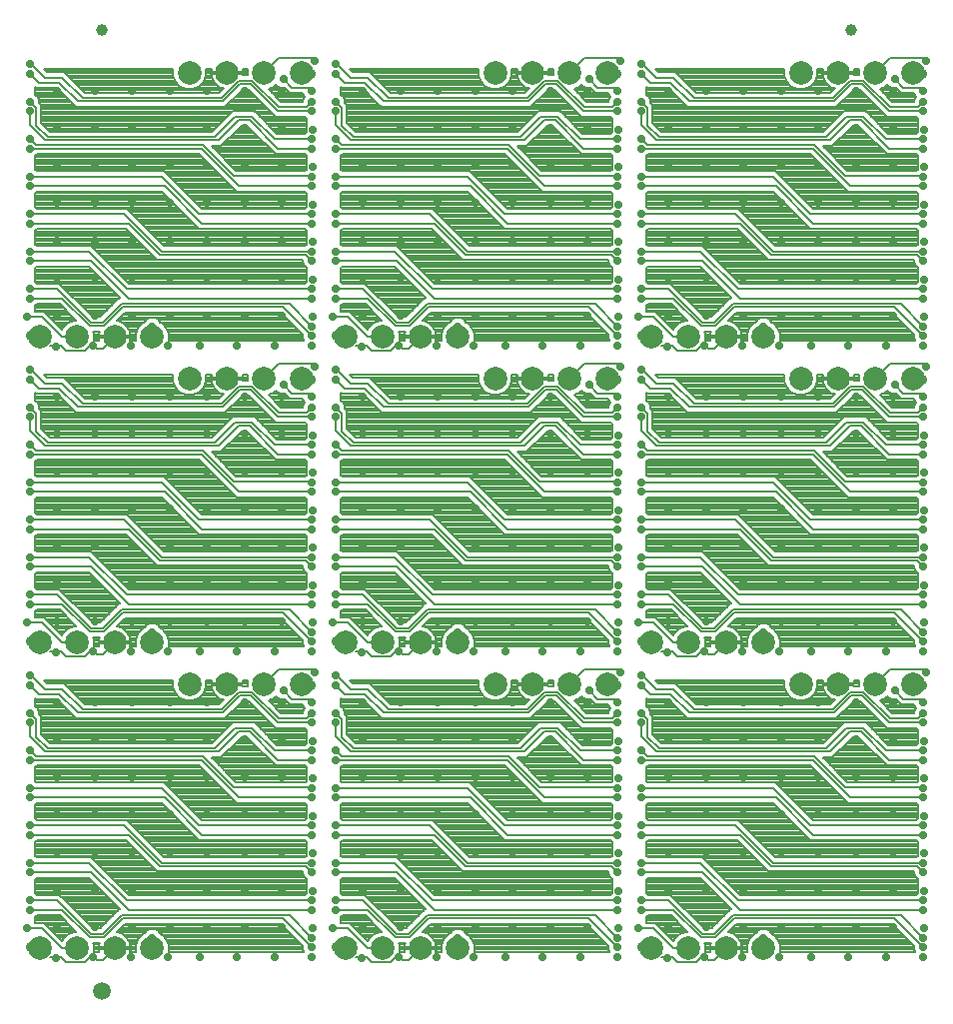
<source format=gbl>
G75*
%MOIN*%
%OFA0B0*%
%FSLAX25Y25*%
%IPPOS*%
%LPD*%
%AMOC8*
5,1,8,0,0,1.08239X$1,22.5*
%
%ADD10C,0.07874*%
%ADD11C,0.03937*%
%ADD12C,0.05906*%
%ADD13C,0.02900*%
%ADD14C,0.00600*%
%ADD15C,0.00800*%
%ADD16C,0.02978*%
D10*
X0035050Y0034750D03*
X0047500Y0034700D03*
X0059950Y0034750D03*
X0072450Y0034700D03*
X0137050Y0034750D03*
X0149500Y0034700D03*
X0161950Y0034750D03*
X0174450Y0034700D03*
X0239050Y0034750D03*
X0251500Y0034700D03*
X0263950Y0034750D03*
X0276450Y0034700D03*
X0288950Y0122800D03*
X0301550Y0122800D03*
X0313800Y0122800D03*
X0326500Y0122800D03*
X0276450Y0136700D03*
X0263950Y0136750D03*
X0251500Y0136700D03*
X0239050Y0136750D03*
X0224500Y0122800D03*
X0211800Y0122800D03*
X0199550Y0122800D03*
X0186950Y0122800D03*
X0174450Y0136700D03*
X0161950Y0136750D03*
X0149500Y0136700D03*
X0137050Y0136750D03*
X0122500Y0122800D03*
X0109800Y0122800D03*
X0097550Y0122800D03*
X0084950Y0122800D03*
X0072450Y0136700D03*
X0059950Y0136750D03*
X0047500Y0136700D03*
X0035050Y0136750D03*
X0084950Y0224800D03*
X0097550Y0224800D03*
X0109800Y0224800D03*
X0122500Y0224800D03*
X0137050Y0238750D03*
X0149500Y0238700D03*
X0161950Y0238750D03*
X0174450Y0238700D03*
X0186950Y0224800D03*
X0199550Y0224800D03*
X0211800Y0224800D03*
X0224500Y0224800D03*
X0239050Y0238750D03*
X0251500Y0238700D03*
X0263950Y0238750D03*
X0276450Y0238700D03*
X0288950Y0224800D03*
X0301550Y0224800D03*
X0313800Y0224800D03*
X0326500Y0224800D03*
X0326500Y0326800D03*
X0313800Y0326800D03*
X0301550Y0326800D03*
X0288950Y0326800D03*
X0224500Y0326800D03*
X0211800Y0326800D03*
X0199550Y0326800D03*
X0186950Y0326800D03*
X0122500Y0326800D03*
X0109800Y0326800D03*
X0097550Y0326800D03*
X0084950Y0326800D03*
X0072450Y0238700D03*
X0059950Y0238750D03*
X0047500Y0238700D03*
X0035050Y0238750D03*
D11*
X0055750Y0341000D03*
X0305750Y0341000D03*
D12*
X0055750Y0020500D03*
D13*
X0052850Y0031900D03*
X0065350Y0031900D03*
X0072500Y0038150D03*
X0078250Y0041750D03*
X0065750Y0041750D03*
X0065750Y0054250D03*
X0078250Y0054250D03*
X0078250Y0066750D03*
X0065750Y0066750D03*
X0065750Y0079250D03*
X0078250Y0079250D03*
X0078250Y0091750D03*
X0065750Y0091750D03*
X0065750Y0104250D03*
X0078250Y0104250D03*
X0090750Y0104250D03*
X0090750Y0091750D03*
X0090750Y0079250D03*
X0090750Y0066750D03*
X0090750Y0054250D03*
X0090750Y0041750D03*
X0088350Y0031900D03*
X0077850Y0031900D03*
X0053250Y0041750D03*
X0053250Y0054250D03*
X0053250Y0066750D03*
X0053250Y0079250D03*
X0053250Y0091750D03*
X0053250Y0104250D03*
X0040750Y0104250D03*
X0031654Y0100650D03*
X0031654Y0097500D03*
X0040750Y0091750D03*
X0031654Y0088150D03*
X0031654Y0085000D03*
X0040750Y0079250D03*
X0031654Y0075650D03*
X0031654Y0072500D03*
X0040750Y0066750D03*
X0031654Y0063150D03*
X0031654Y0060000D03*
X0031654Y0050650D03*
X0031600Y0047500D03*
X0030750Y0041250D03*
X0040750Y0041750D03*
X0040350Y0031400D03*
X0040750Y0054250D03*
X0031654Y0110000D03*
X0031654Y0113150D03*
X0031654Y0122500D03*
X0031654Y0125650D03*
X0040350Y0133400D03*
X0040750Y0143750D03*
X0030750Y0143250D03*
X0031600Y0149500D03*
X0031654Y0152650D03*
X0031654Y0162000D03*
X0031654Y0165150D03*
X0031654Y0174500D03*
X0031654Y0177650D03*
X0031654Y0187000D03*
X0031654Y0190150D03*
X0031654Y0199500D03*
X0031654Y0202650D03*
X0031654Y0212000D03*
X0031654Y0215150D03*
X0031654Y0224500D03*
X0031654Y0227650D03*
X0040350Y0235400D03*
X0040750Y0245750D03*
X0030750Y0245250D03*
X0031600Y0251500D03*
X0031654Y0254650D03*
X0031654Y0264000D03*
X0031654Y0267150D03*
X0031654Y0276500D03*
X0031654Y0279650D03*
X0040750Y0283250D03*
X0031654Y0289000D03*
X0031654Y0292150D03*
X0040750Y0295750D03*
X0031654Y0301500D03*
X0031654Y0304650D03*
X0040750Y0308250D03*
X0031654Y0314000D03*
X0031654Y0317150D03*
X0031654Y0326500D03*
X0031654Y0329650D03*
X0040750Y0320750D03*
X0053250Y0320750D03*
X0053250Y0308250D03*
X0053250Y0295750D03*
X0053250Y0283250D03*
X0053250Y0270750D03*
X0053250Y0258250D03*
X0053250Y0245750D03*
X0052850Y0235900D03*
X0065350Y0235900D03*
X0072500Y0242150D03*
X0078250Y0245750D03*
X0065750Y0245750D03*
X0065750Y0258250D03*
X0078250Y0258250D03*
X0078250Y0270750D03*
X0065750Y0270750D03*
X0065750Y0283250D03*
X0078250Y0283250D03*
X0078250Y0295750D03*
X0065750Y0295750D03*
X0065750Y0308250D03*
X0078250Y0308250D03*
X0078250Y0320750D03*
X0065750Y0320750D03*
X0090750Y0320750D03*
X0090750Y0308250D03*
X0090750Y0295750D03*
X0090750Y0283250D03*
X0090750Y0270750D03*
X0090750Y0258250D03*
X0090750Y0245750D03*
X0088350Y0235900D03*
X0077850Y0235900D03*
X0078250Y0218750D03*
X0065750Y0218750D03*
X0065750Y0206250D03*
X0078250Y0206250D03*
X0078250Y0193750D03*
X0065750Y0193750D03*
X0065750Y0181250D03*
X0078250Y0181250D03*
X0078250Y0168750D03*
X0065750Y0168750D03*
X0053250Y0168750D03*
X0053250Y0181250D03*
X0053250Y0193750D03*
X0053250Y0206250D03*
X0053250Y0218750D03*
X0040750Y0218750D03*
X0040750Y0206250D03*
X0040750Y0193750D03*
X0040750Y0181250D03*
X0040750Y0168750D03*
X0040750Y0156250D03*
X0053250Y0156250D03*
X0053250Y0143750D03*
X0052850Y0133900D03*
X0065350Y0133900D03*
X0072500Y0140150D03*
X0078250Y0143750D03*
X0077850Y0133900D03*
X0065750Y0143750D03*
X0065750Y0156250D03*
X0078250Y0156250D03*
X0090750Y0156250D03*
X0090750Y0143750D03*
X0088350Y0133900D03*
X0100850Y0133900D03*
X0103250Y0143750D03*
X0103250Y0156250D03*
X0115750Y0156250D03*
X0126050Y0155800D03*
X0125846Y0152650D03*
X0125846Y0149500D03*
X0126050Y0143300D03*
X0125850Y0140150D03*
X0125846Y0137000D03*
X0125850Y0133900D03*
X0126800Y0126800D03*
X0133654Y0125650D03*
X0133654Y0122500D03*
X0133654Y0113150D03*
X0133654Y0110000D03*
X0125846Y0110000D03*
X0125846Y0113150D03*
X0125750Y0116750D03*
X0115750Y0116750D03*
X0116250Y0120650D03*
X0113350Y0133900D03*
X0115750Y0143750D03*
X0132750Y0143250D03*
X0133600Y0149500D03*
X0133654Y0152650D03*
X0133654Y0162000D03*
X0133654Y0165150D03*
X0125846Y0165150D03*
X0125846Y0162000D03*
X0126050Y0168300D03*
X0125846Y0174500D03*
X0125846Y0177650D03*
X0126050Y0180800D03*
X0125846Y0187000D03*
X0125846Y0190150D03*
X0126050Y0193300D03*
X0125846Y0199500D03*
X0125846Y0202650D03*
X0126050Y0205800D03*
X0125846Y0212000D03*
X0125846Y0215150D03*
X0125750Y0218750D03*
X0133654Y0215150D03*
X0133654Y0212000D03*
X0133654Y0202650D03*
X0133654Y0199500D03*
X0133654Y0190150D03*
X0133654Y0187000D03*
X0133654Y0177650D03*
X0133654Y0174500D03*
X0142750Y0168750D03*
X0142750Y0181250D03*
X0142750Y0193750D03*
X0142750Y0206250D03*
X0142750Y0218750D03*
X0133654Y0224500D03*
X0133654Y0227650D03*
X0126800Y0228800D03*
X0125850Y0235900D03*
X0125846Y0239000D03*
X0125850Y0242150D03*
X0126050Y0245300D03*
X0125846Y0251500D03*
X0125846Y0254650D03*
X0126050Y0257800D03*
X0125846Y0264000D03*
X0125846Y0267150D03*
X0126050Y0270300D03*
X0125846Y0276500D03*
X0125846Y0279650D03*
X0126050Y0282800D03*
X0125846Y0289000D03*
X0125846Y0292150D03*
X0126050Y0295300D03*
X0125846Y0301500D03*
X0125846Y0304650D03*
X0126050Y0307800D03*
X0125846Y0314000D03*
X0125846Y0317150D03*
X0125750Y0320750D03*
X0133654Y0317150D03*
X0133654Y0314000D03*
X0142750Y0308250D03*
X0133654Y0304650D03*
X0133654Y0301500D03*
X0142750Y0295750D03*
X0133654Y0292150D03*
X0133654Y0289000D03*
X0142750Y0283250D03*
X0133654Y0279650D03*
X0133654Y0276500D03*
X0133654Y0267150D03*
X0133654Y0264000D03*
X0133654Y0254650D03*
X0133600Y0251500D03*
X0132750Y0245250D03*
X0142750Y0245750D03*
X0142350Y0235400D03*
X0154850Y0235900D03*
X0155250Y0245750D03*
X0155250Y0258250D03*
X0155250Y0270750D03*
X0155250Y0283250D03*
X0155250Y0295750D03*
X0155250Y0308250D03*
X0155250Y0320750D03*
X0142750Y0320750D03*
X0133654Y0326500D03*
X0133654Y0329650D03*
X0126800Y0330800D03*
X0116250Y0324650D03*
X0115750Y0320750D03*
X0115750Y0308250D03*
X0115750Y0295750D03*
X0115750Y0283250D03*
X0115750Y0270750D03*
X0115750Y0258250D03*
X0115750Y0245750D03*
X0113350Y0235900D03*
X0100850Y0235900D03*
X0103250Y0245750D03*
X0103250Y0258250D03*
X0103250Y0270750D03*
X0103250Y0283250D03*
X0103250Y0295750D03*
X0103250Y0308250D03*
X0103250Y0320750D03*
X0142750Y0270750D03*
X0142750Y0258250D03*
X0167750Y0258250D03*
X0167750Y0245750D03*
X0174500Y0242150D03*
X0180250Y0245750D03*
X0179850Y0235900D03*
X0190350Y0235900D03*
X0192750Y0245750D03*
X0192750Y0258250D03*
X0192750Y0270750D03*
X0192750Y0283250D03*
X0192750Y0295750D03*
X0192750Y0308250D03*
X0192750Y0320750D03*
X0180250Y0320750D03*
X0180250Y0308250D03*
X0180250Y0295750D03*
X0180250Y0283250D03*
X0180250Y0270750D03*
X0180250Y0258250D03*
X0167750Y0270750D03*
X0167750Y0283250D03*
X0167750Y0295750D03*
X0167750Y0308250D03*
X0167750Y0320750D03*
X0205250Y0320750D03*
X0217750Y0320750D03*
X0218250Y0324650D03*
X0227750Y0320750D03*
X0227846Y0317150D03*
X0227846Y0314000D03*
X0228050Y0307800D03*
X0227846Y0304650D03*
X0227846Y0301500D03*
X0228050Y0295300D03*
X0227846Y0292150D03*
X0227846Y0289000D03*
X0228050Y0282800D03*
X0227846Y0279650D03*
X0227846Y0276500D03*
X0228050Y0270300D03*
X0227846Y0267150D03*
X0227846Y0264000D03*
X0228050Y0257800D03*
X0227846Y0254650D03*
X0227846Y0251500D03*
X0228050Y0245300D03*
X0227850Y0242150D03*
X0227846Y0239000D03*
X0227850Y0235900D03*
X0228800Y0228800D03*
X0235654Y0227650D03*
X0235654Y0224500D03*
X0235654Y0215150D03*
X0235654Y0212000D03*
X0227846Y0212000D03*
X0227846Y0215150D03*
X0227750Y0218750D03*
X0218250Y0222650D03*
X0217750Y0218750D03*
X0205250Y0218750D03*
X0205250Y0206250D03*
X0217750Y0206250D03*
X0228050Y0205800D03*
X0227846Y0202650D03*
X0227846Y0199500D03*
X0228050Y0193300D03*
X0227846Y0190150D03*
X0227846Y0187000D03*
X0228050Y0180800D03*
X0227846Y0177650D03*
X0227846Y0174500D03*
X0228050Y0168300D03*
X0227846Y0165150D03*
X0227846Y0162000D03*
X0228050Y0155800D03*
X0227846Y0152650D03*
X0227846Y0149500D03*
X0228050Y0143300D03*
X0227850Y0140150D03*
X0227846Y0137000D03*
X0227850Y0133900D03*
X0228800Y0126800D03*
X0235654Y0125650D03*
X0235654Y0122500D03*
X0235654Y0113150D03*
X0235654Y0110000D03*
X0227846Y0110000D03*
X0227846Y0113150D03*
X0227750Y0116750D03*
X0218250Y0120650D03*
X0217750Y0116750D03*
X0205250Y0116750D03*
X0192750Y0116750D03*
X0180250Y0116750D03*
X0167750Y0116750D03*
X0155250Y0116750D03*
X0142750Y0116750D03*
X0142750Y0104250D03*
X0133654Y0100650D03*
X0133654Y0097500D03*
X0125846Y0097500D03*
X0125846Y0100650D03*
X0126050Y0103800D03*
X0115750Y0104250D03*
X0115750Y0091750D03*
X0126050Y0091300D03*
X0125846Y0088150D03*
X0125846Y0085000D03*
X0126050Y0078800D03*
X0125846Y0075650D03*
X0125846Y0072500D03*
X0126050Y0066300D03*
X0125846Y0063150D03*
X0125846Y0060000D03*
X0126050Y0053800D03*
X0125846Y0050650D03*
X0125846Y0047500D03*
X0126050Y0041300D03*
X0125850Y0038150D03*
X0125846Y0035000D03*
X0125850Y0031900D03*
X0113350Y0031900D03*
X0115750Y0041750D03*
X0115750Y0054250D03*
X0115750Y0066750D03*
X0115750Y0079250D03*
X0103250Y0079250D03*
X0103250Y0066750D03*
X0103250Y0054250D03*
X0103250Y0041750D03*
X0100850Y0031900D03*
X0132750Y0041250D03*
X0133600Y0047500D03*
X0133654Y0050650D03*
X0133654Y0060000D03*
X0133654Y0063150D03*
X0142750Y0066750D03*
X0133654Y0072500D03*
X0133654Y0075650D03*
X0142750Y0079250D03*
X0133654Y0085000D03*
X0133654Y0088150D03*
X0142750Y0091750D03*
X0155250Y0091750D03*
X0155250Y0079250D03*
X0155250Y0066750D03*
X0155250Y0054250D03*
X0155250Y0041750D03*
X0154850Y0031900D03*
X0167350Y0031900D03*
X0174500Y0038150D03*
X0180250Y0041750D03*
X0179850Y0031900D03*
X0190350Y0031900D03*
X0192750Y0041750D03*
X0192750Y0054250D03*
X0192750Y0066750D03*
X0192750Y0079250D03*
X0192750Y0091750D03*
X0192750Y0104250D03*
X0180250Y0104250D03*
X0180250Y0091750D03*
X0180250Y0079250D03*
X0180250Y0066750D03*
X0180250Y0054250D03*
X0167750Y0054250D03*
X0167750Y0041750D03*
X0167750Y0066750D03*
X0167750Y0079250D03*
X0167750Y0091750D03*
X0167750Y0104250D03*
X0155250Y0104250D03*
X0154850Y0133900D03*
X0155250Y0143750D03*
X0155250Y0156250D03*
X0142750Y0156250D03*
X0142750Y0143750D03*
X0142350Y0133400D03*
X0167350Y0133900D03*
X0174500Y0140150D03*
X0180250Y0143750D03*
X0179850Y0133900D03*
X0190350Y0133900D03*
X0192750Y0143750D03*
X0202850Y0133900D03*
X0205250Y0143750D03*
X0217750Y0143750D03*
X0215350Y0133900D03*
X0234750Y0143250D03*
X0235600Y0149500D03*
X0235654Y0152650D03*
X0235654Y0162000D03*
X0235654Y0165150D03*
X0235654Y0174500D03*
X0235654Y0177650D03*
X0235654Y0187000D03*
X0235654Y0190150D03*
X0235654Y0199500D03*
X0235654Y0202650D03*
X0244750Y0206250D03*
X0244750Y0193750D03*
X0244750Y0181250D03*
X0244750Y0168750D03*
X0257250Y0168750D03*
X0269750Y0168750D03*
X0269750Y0181250D03*
X0257250Y0181250D03*
X0257250Y0193750D03*
X0269750Y0193750D03*
X0269750Y0206250D03*
X0257250Y0206250D03*
X0257250Y0218750D03*
X0269750Y0218750D03*
X0282250Y0218750D03*
X0282250Y0206250D03*
X0282250Y0193750D03*
X0282250Y0181250D03*
X0282250Y0168750D03*
X0294750Y0168750D03*
X0294750Y0181250D03*
X0294750Y0193750D03*
X0294750Y0206250D03*
X0294750Y0218750D03*
X0307250Y0218750D03*
X0307250Y0206250D03*
X0307250Y0193750D03*
X0307250Y0181250D03*
X0307250Y0168750D03*
X0319750Y0168750D03*
X0330050Y0168300D03*
X0329846Y0165150D03*
X0329846Y0162000D03*
X0330050Y0155800D03*
X0329846Y0152650D03*
X0329846Y0149500D03*
X0330050Y0143300D03*
X0329850Y0140150D03*
X0329846Y0137000D03*
X0329850Y0133900D03*
X0330800Y0126800D03*
X0329750Y0116750D03*
X0329846Y0113150D03*
X0329846Y0110000D03*
X0330050Y0103800D03*
X0329846Y0100650D03*
X0329846Y0097500D03*
X0330050Y0091300D03*
X0329846Y0088150D03*
X0329846Y0085000D03*
X0330050Y0078800D03*
X0329846Y0075650D03*
X0329846Y0072500D03*
X0330050Y0066300D03*
X0329846Y0063150D03*
X0329846Y0060000D03*
X0330050Y0053800D03*
X0329846Y0050650D03*
X0329846Y0047500D03*
X0330050Y0041300D03*
X0329850Y0038150D03*
X0329846Y0035000D03*
X0329850Y0031900D03*
X0317350Y0031900D03*
X0319750Y0041750D03*
X0319750Y0054250D03*
X0319750Y0066750D03*
X0319750Y0079250D03*
X0319750Y0091750D03*
X0319750Y0104250D03*
X0307250Y0104250D03*
X0307250Y0091750D03*
X0307250Y0079250D03*
X0307250Y0066750D03*
X0307250Y0054250D03*
X0307250Y0041750D03*
X0304850Y0031900D03*
X0292350Y0031900D03*
X0294750Y0041750D03*
X0294750Y0054250D03*
X0294750Y0066750D03*
X0294750Y0079250D03*
X0294750Y0091750D03*
X0294750Y0104250D03*
X0282250Y0104250D03*
X0282250Y0091750D03*
X0282250Y0079250D03*
X0282250Y0066750D03*
X0282250Y0054250D03*
X0282250Y0041750D03*
X0276500Y0038150D03*
X0269750Y0041750D03*
X0257250Y0041750D03*
X0256850Y0031900D03*
X0244350Y0031400D03*
X0244750Y0041750D03*
X0235600Y0047500D03*
X0235654Y0050650D03*
X0227846Y0050650D03*
X0227846Y0047500D03*
X0228050Y0041300D03*
X0227850Y0038150D03*
X0227846Y0035000D03*
X0227850Y0031900D03*
X0234750Y0041250D03*
X0228050Y0053800D03*
X0227846Y0060000D03*
X0227846Y0063150D03*
X0228050Y0066300D03*
X0227846Y0072500D03*
X0227846Y0075650D03*
X0228050Y0078800D03*
X0227846Y0085000D03*
X0227846Y0088150D03*
X0228050Y0091300D03*
X0227846Y0097500D03*
X0227846Y0100650D03*
X0228050Y0103800D03*
X0235654Y0100650D03*
X0235654Y0097500D03*
X0244750Y0091750D03*
X0235654Y0088150D03*
X0235654Y0085000D03*
X0244750Y0079250D03*
X0235654Y0075650D03*
X0235654Y0072500D03*
X0244750Y0066750D03*
X0235654Y0063150D03*
X0235654Y0060000D03*
X0244750Y0054250D03*
X0257250Y0054250D03*
X0269750Y0054250D03*
X0269750Y0066750D03*
X0257250Y0066750D03*
X0257250Y0079250D03*
X0269750Y0079250D03*
X0269750Y0091750D03*
X0257250Y0091750D03*
X0257250Y0104250D03*
X0269750Y0104250D03*
X0269750Y0116750D03*
X0257250Y0116750D03*
X0244750Y0116750D03*
X0244750Y0104250D03*
X0217750Y0104250D03*
X0205250Y0104250D03*
X0205250Y0091750D03*
X0217750Y0091750D03*
X0217750Y0079250D03*
X0205250Y0079250D03*
X0205250Y0066750D03*
X0217750Y0066750D03*
X0217750Y0054250D03*
X0205250Y0054250D03*
X0205250Y0041750D03*
X0217750Y0041750D03*
X0215350Y0031900D03*
X0202850Y0031900D03*
X0142350Y0031400D03*
X0142750Y0041750D03*
X0142750Y0054250D03*
X0103250Y0091750D03*
X0103250Y0104250D03*
X0103250Y0116750D03*
X0090750Y0116750D03*
X0078250Y0116750D03*
X0065750Y0116750D03*
X0053250Y0116750D03*
X0040750Y0116750D03*
X0090750Y0168750D03*
X0090750Y0181250D03*
X0090750Y0193750D03*
X0090750Y0206250D03*
X0090750Y0218750D03*
X0103250Y0218750D03*
X0103250Y0206250D03*
X0103250Y0193750D03*
X0103250Y0181250D03*
X0103250Y0168750D03*
X0115750Y0168750D03*
X0115750Y0181250D03*
X0115750Y0193750D03*
X0115750Y0206250D03*
X0115750Y0218750D03*
X0116250Y0222650D03*
X0155250Y0218750D03*
X0155250Y0206250D03*
X0155250Y0193750D03*
X0155250Y0181250D03*
X0155250Y0168750D03*
X0167750Y0168750D03*
X0167750Y0181250D03*
X0167750Y0193750D03*
X0167750Y0206250D03*
X0167750Y0218750D03*
X0180250Y0218750D03*
X0180250Y0206250D03*
X0180250Y0193750D03*
X0180250Y0181250D03*
X0180250Y0168750D03*
X0192750Y0168750D03*
X0192750Y0181250D03*
X0192750Y0193750D03*
X0192750Y0206250D03*
X0192750Y0218750D03*
X0202850Y0235900D03*
X0205250Y0245750D03*
X0217750Y0245750D03*
X0215350Y0235900D03*
X0234750Y0245250D03*
X0235600Y0251500D03*
X0235654Y0254650D03*
X0235654Y0264000D03*
X0235654Y0267150D03*
X0235654Y0276500D03*
X0235654Y0279650D03*
X0244750Y0283250D03*
X0235654Y0289000D03*
X0235654Y0292150D03*
X0244750Y0295750D03*
X0235654Y0301500D03*
X0235654Y0304650D03*
X0244750Y0308250D03*
X0235654Y0314000D03*
X0235654Y0317150D03*
X0235654Y0326500D03*
X0235654Y0329650D03*
X0228800Y0330800D03*
X0244750Y0320750D03*
X0257250Y0320750D03*
X0269750Y0320750D03*
X0269750Y0308250D03*
X0257250Y0308250D03*
X0257250Y0295750D03*
X0269750Y0295750D03*
X0269750Y0283250D03*
X0257250Y0283250D03*
X0257250Y0270750D03*
X0269750Y0270750D03*
X0269750Y0258250D03*
X0257250Y0258250D03*
X0257250Y0245750D03*
X0269750Y0245750D03*
X0276500Y0242150D03*
X0282250Y0245750D03*
X0281850Y0235900D03*
X0292350Y0235900D03*
X0304850Y0235900D03*
X0307250Y0245750D03*
X0307250Y0258250D03*
X0307250Y0270750D03*
X0307250Y0283250D03*
X0307250Y0295750D03*
X0307250Y0308250D03*
X0307250Y0320750D03*
X0294750Y0320750D03*
X0294750Y0308250D03*
X0294750Y0295750D03*
X0294750Y0283250D03*
X0294750Y0270750D03*
X0294750Y0258250D03*
X0294750Y0245750D03*
X0282250Y0258250D03*
X0282250Y0270750D03*
X0282250Y0283250D03*
X0282250Y0295750D03*
X0282250Y0308250D03*
X0282250Y0320750D03*
X0319750Y0320750D03*
X0320250Y0324650D03*
X0329750Y0320750D03*
X0329846Y0317150D03*
X0329846Y0314000D03*
X0330050Y0307800D03*
X0329846Y0304650D03*
X0329846Y0301500D03*
X0330050Y0295300D03*
X0329846Y0292150D03*
X0329846Y0289000D03*
X0330050Y0282800D03*
X0329846Y0279650D03*
X0329846Y0276500D03*
X0330050Y0270300D03*
X0329846Y0267150D03*
X0329846Y0264000D03*
X0330050Y0257800D03*
X0329846Y0254650D03*
X0329846Y0251500D03*
X0330050Y0245300D03*
X0329850Y0242150D03*
X0329846Y0239000D03*
X0329850Y0235900D03*
X0330800Y0228800D03*
X0320250Y0222650D03*
X0319750Y0218750D03*
X0329750Y0218750D03*
X0329846Y0215150D03*
X0329846Y0212000D03*
X0330050Y0205800D03*
X0329846Y0202650D03*
X0329846Y0199500D03*
X0330050Y0193300D03*
X0329846Y0190150D03*
X0329846Y0187000D03*
X0330050Y0180800D03*
X0329846Y0177650D03*
X0329846Y0174500D03*
X0319750Y0181250D03*
X0319750Y0193750D03*
X0319750Y0206250D03*
X0317350Y0235900D03*
X0319750Y0245750D03*
X0319750Y0258250D03*
X0319750Y0270750D03*
X0319750Y0283250D03*
X0319750Y0295750D03*
X0319750Y0308250D03*
X0330800Y0330800D03*
X0244750Y0270750D03*
X0244750Y0258250D03*
X0244750Y0245750D03*
X0244350Y0235400D03*
X0256850Y0235900D03*
X0269350Y0235900D03*
X0244750Y0218750D03*
X0217750Y0193750D03*
X0205250Y0193750D03*
X0205250Y0181250D03*
X0217750Y0181250D03*
X0217750Y0168750D03*
X0205250Y0168750D03*
X0205250Y0156250D03*
X0217750Y0156250D03*
X0192750Y0156250D03*
X0180250Y0156250D03*
X0167750Y0156250D03*
X0167750Y0143750D03*
X0244750Y0143750D03*
X0244350Y0133400D03*
X0256850Y0133900D03*
X0257250Y0143750D03*
X0269750Y0143750D03*
X0276500Y0140150D03*
X0282250Y0143750D03*
X0281850Y0133900D03*
X0292350Y0133900D03*
X0294750Y0143750D03*
X0304850Y0133900D03*
X0307250Y0143750D03*
X0317350Y0133900D03*
X0319750Y0143750D03*
X0319750Y0156250D03*
X0307250Y0156250D03*
X0294750Y0156250D03*
X0282250Y0156250D03*
X0269750Y0156250D03*
X0257250Y0156250D03*
X0244750Y0156250D03*
X0269350Y0133900D03*
X0282250Y0116750D03*
X0294750Y0116750D03*
X0307250Y0116750D03*
X0319750Y0116750D03*
X0320250Y0120650D03*
X0281850Y0031900D03*
X0269350Y0031900D03*
X0167350Y0235900D03*
X0205250Y0258250D03*
X0217750Y0258250D03*
X0217750Y0270750D03*
X0205250Y0270750D03*
X0205250Y0283250D03*
X0217750Y0283250D03*
X0217750Y0295750D03*
X0205250Y0295750D03*
X0205250Y0308250D03*
X0217750Y0308250D03*
X0040750Y0270750D03*
X0040750Y0258250D03*
D14*
X0035050Y0034750D02*
X0031904Y0034750D01*
X0031654Y0035000D01*
X0038554Y0031696D02*
X0041946Y0031696D01*
X0043579Y0030063D01*
X0049921Y0030063D01*
X0051758Y0031900D01*
X0052850Y0031900D01*
X0054000Y0030750D01*
X0055950Y0030750D01*
X0059950Y0034750D01*
X0056371Y0038457D02*
X0062664Y0044750D01*
X0116096Y0044750D01*
X0125846Y0035000D01*
X0125850Y0038150D02*
X0118250Y0045750D01*
X0062250Y0045750D01*
X0055957Y0039457D01*
X0051957Y0039457D01*
X0040765Y0050650D01*
X0031654Y0050650D01*
X0031704Y0050700D01*
X0031600Y0047500D02*
X0042500Y0047500D01*
X0051750Y0038250D01*
X0051957Y0038457D01*
X0056371Y0038457D01*
X0047500Y0034700D02*
X0042300Y0034700D01*
X0035750Y0041250D01*
X0030750Y0041250D01*
X0031654Y0060000D02*
X0052116Y0060000D01*
X0064616Y0047500D01*
X0125846Y0047500D01*
X0125846Y0050650D02*
X0063900Y0050650D01*
X0051400Y0063150D01*
X0031654Y0063150D01*
X0031654Y0072500D02*
X0064654Y0072500D01*
X0075004Y0062150D01*
X0123697Y0062150D01*
X0125846Y0060000D01*
X0125846Y0063150D02*
X0075654Y0063150D01*
X0063154Y0075650D01*
X0031654Y0075650D01*
X0031654Y0085000D02*
X0076654Y0085000D01*
X0089154Y0072500D01*
X0125846Y0072500D01*
X0125846Y0075650D02*
X0088154Y0075650D01*
X0075654Y0088150D01*
X0031654Y0088150D01*
X0031654Y0097500D02*
X0089000Y0097500D01*
X0101500Y0085000D01*
X0125846Y0085000D01*
X0125846Y0088150D02*
X0126150Y0088150D01*
X0126250Y0088250D01*
X0099750Y0088250D01*
X0089350Y0098650D01*
X0033654Y0098650D01*
X0031654Y0100650D01*
X0031654Y0105316D02*
X0031654Y0110000D01*
X0033654Y0111150D02*
X0031654Y0113150D01*
X0033654Y0111150D02*
X0033654Y0105230D01*
X0037634Y0101250D01*
X0093250Y0101250D01*
X0100150Y0108150D01*
X0105850Y0108150D01*
X0113350Y0100650D01*
X0125846Y0100650D01*
X0125846Y0097500D02*
X0114500Y0097500D01*
X0105000Y0107000D01*
X0101500Y0107000D01*
X0094750Y0100250D01*
X0036719Y0100250D01*
X0031654Y0105316D01*
X0034654Y0119500D02*
X0041500Y0119500D01*
X0047750Y0113250D01*
X0096000Y0113250D01*
X0101850Y0119100D01*
X0105400Y0119100D01*
X0114500Y0110000D01*
X0125846Y0110000D01*
X0123947Y0111250D02*
X0114750Y0111250D01*
X0105850Y0120150D01*
X0101457Y0120150D01*
X0095558Y0114250D01*
X0090750Y0114250D01*
X0049250Y0114250D01*
X0042350Y0121150D01*
X0036654Y0121150D01*
X0032154Y0125650D01*
X0031654Y0125650D01*
X0031654Y0122500D02*
X0034654Y0119500D01*
X0043579Y0132063D02*
X0041946Y0133696D01*
X0038554Y0133696D01*
X0035050Y0136750D02*
X0031904Y0136750D01*
X0031654Y0137000D01*
X0030750Y0143250D02*
X0035750Y0143250D01*
X0042300Y0136700D01*
X0047500Y0136700D01*
X0051758Y0133900D02*
X0049921Y0132063D01*
X0043579Y0132063D01*
X0051758Y0133900D02*
X0052850Y0133900D01*
X0054000Y0132750D01*
X0055950Y0132750D01*
X0059950Y0136750D01*
X0056371Y0140457D02*
X0062664Y0146750D01*
X0116096Y0146750D01*
X0125846Y0137000D01*
X0125850Y0140150D02*
X0118250Y0147750D01*
X0062250Y0147750D01*
X0055957Y0141457D01*
X0051957Y0141457D01*
X0040765Y0152650D01*
X0031654Y0152650D01*
X0031704Y0152700D01*
X0031600Y0149500D02*
X0042500Y0149500D01*
X0051750Y0140250D01*
X0051957Y0140457D01*
X0056371Y0140457D01*
X0065350Y0133900D02*
X0066100Y0133900D01*
X0066250Y0133750D01*
X0064616Y0149500D02*
X0125846Y0149500D01*
X0125846Y0152650D02*
X0063900Y0152650D01*
X0051400Y0165150D01*
X0031654Y0165150D01*
X0031654Y0162000D02*
X0052116Y0162000D01*
X0064616Y0149500D01*
X0075004Y0164150D02*
X0123697Y0164150D01*
X0125846Y0162000D01*
X0125846Y0165150D02*
X0075654Y0165150D01*
X0063154Y0177650D01*
X0031654Y0177650D01*
X0031654Y0174500D02*
X0064654Y0174500D01*
X0075004Y0164150D01*
X0089154Y0174500D02*
X0125846Y0174500D01*
X0125846Y0177650D02*
X0088154Y0177650D01*
X0075654Y0190150D01*
X0031654Y0190150D01*
X0031654Y0187000D02*
X0076654Y0187000D01*
X0089154Y0174500D01*
X0101500Y0187000D02*
X0089000Y0199500D01*
X0031654Y0199500D01*
X0033654Y0200650D02*
X0031654Y0202650D01*
X0033654Y0200650D02*
X0089350Y0200650D01*
X0099750Y0190250D01*
X0126250Y0190250D01*
X0126150Y0190150D01*
X0125846Y0190150D01*
X0125846Y0187000D02*
X0101500Y0187000D01*
X0114500Y0199500D02*
X0105000Y0209000D01*
X0101500Y0209000D01*
X0094750Y0202250D01*
X0036719Y0202250D01*
X0031654Y0207316D01*
X0031654Y0212000D01*
X0033654Y0213150D02*
X0033654Y0207230D01*
X0037634Y0203250D01*
X0093250Y0203250D01*
X0100150Y0210150D01*
X0105850Y0210150D01*
X0113350Y0202650D01*
X0125846Y0202650D01*
X0125846Y0199500D02*
X0114500Y0199500D01*
X0114500Y0212000D02*
X0105400Y0221100D01*
X0101850Y0221100D01*
X0096000Y0215250D01*
X0047750Y0215250D01*
X0041500Y0221500D01*
X0034654Y0221500D01*
X0031654Y0224500D01*
X0031654Y0227650D02*
X0032154Y0227650D01*
X0036654Y0223150D01*
X0042350Y0223150D01*
X0049250Y0216250D01*
X0090750Y0216250D01*
X0095558Y0216250D01*
X0101457Y0222150D01*
X0105850Y0222150D01*
X0114750Y0213250D01*
X0123947Y0213250D01*
X0125846Y0215150D01*
X0125846Y0212000D02*
X0114500Y0212000D01*
X0119050Y0219850D02*
X0116250Y0222650D01*
X0119050Y0219850D02*
X0124650Y0219850D01*
X0125750Y0218750D01*
X0125846Y0224500D02*
X0125546Y0224800D01*
X0122500Y0224800D01*
X0126800Y0228800D02*
X0125950Y0229650D01*
X0114650Y0229650D01*
X0109800Y0224800D01*
X0125846Y0239000D02*
X0116096Y0248750D01*
X0062664Y0248750D01*
X0056371Y0242457D01*
X0051957Y0242457D01*
X0051750Y0242250D01*
X0042500Y0251500D01*
X0031600Y0251500D01*
X0031654Y0254650D02*
X0040765Y0254650D01*
X0051957Y0243457D01*
X0055957Y0243457D01*
X0062250Y0249750D01*
X0118250Y0249750D01*
X0125850Y0242150D01*
X0132750Y0245250D02*
X0137750Y0245250D01*
X0144300Y0238700D01*
X0149500Y0238700D01*
X0153758Y0235900D02*
X0151921Y0234063D01*
X0145579Y0234063D01*
X0143946Y0235696D01*
X0140554Y0235696D01*
X0137050Y0238750D02*
X0133904Y0238750D01*
X0133654Y0239000D01*
X0133654Y0227650D02*
X0134154Y0227650D01*
X0138654Y0223150D01*
X0144350Y0223150D01*
X0151250Y0216250D01*
X0192750Y0216250D01*
X0197558Y0216250D01*
X0203457Y0222150D01*
X0207850Y0222150D01*
X0216750Y0213250D01*
X0225947Y0213250D01*
X0227846Y0215150D01*
X0227846Y0212000D02*
X0216500Y0212000D01*
X0207400Y0221100D01*
X0203850Y0221100D01*
X0198000Y0215250D01*
X0149750Y0215250D01*
X0143500Y0221500D01*
X0136654Y0221500D01*
X0133654Y0224500D01*
X0133654Y0215150D02*
X0135654Y0213150D01*
X0135654Y0207230D01*
X0139634Y0203250D01*
X0195250Y0203250D01*
X0202150Y0210150D01*
X0207850Y0210150D01*
X0215350Y0202650D01*
X0227846Y0202650D01*
X0227846Y0199500D02*
X0216500Y0199500D01*
X0207000Y0209000D01*
X0203500Y0209000D01*
X0196750Y0202250D01*
X0138719Y0202250D01*
X0133654Y0207316D01*
X0133654Y0212000D01*
X0133654Y0202650D02*
X0135654Y0200650D01*
X0191350Y0200650D01*
X0201750Y0190250D01*
X0228250Y0190250D01*
X0228150Y0190150D01*
X0227846Y0190150D01*
X0227846Y0187000D02*
X0203500Y0187000D01*
X0191000Y0199500D01*
X0133654Y0199500D01*
X0133654Y0190150D02*
X0177654Y0190150D01*
X0190154Y0177650D01*
X0227846Y0177650D01*
X0227846Y0174500D02*
X0191154Y0174500D01*
X0178654Y0187000D01*
X0133654Y0187000D01*
X0133654Y0177650D02*
X0165154Y0177650D01*
X0177654Y0165150D01*
X0227846Y0165150D01*
X0225697Y0164150D02*
X0177004Y0164150D01*
X0166654Y0174500D01*
X0133654Y0174500D01*
X0133654Y0165150D02*
X0153400Y0165150D01*
X0165900Y0152650D01*
X0227846Y0152650D01*
X0227846Y0149500D02*
X0166616Y0149500D01*
X0154116Y0162000D01*
X0133654Y0162000D01*
X0133704Y0152700D02*
X0133654Y0152650D01*
X0142765Y0152650D01*
X0153957Y0141457D01*
X0157957Y0141457D01*
X0164250Y0147750D01*
X0220250Y0147750D01*
X0227850Y0140150D01*
X0227846Y0137000D02*
X0218096Y0146750D01*
X0164664Y0146750D01*
X0158371Y0140457D01*
X0153957Y0140457D01*
X0153750Y0140250D01*
X0144500Y0149500D01*
X0133600Y0149500D01*
X0132750Y0143250D02*
X0137750Y0143250D01*
X0144300Y0136700D01*
X0149500Y0136700D01*
X0153758Y0133900D02*
X0151921Y0132063D01*
X0145579Y0132063D01*
X0143946Y0133696D01*
X0140554Y0133696D01*
X0137050Y0136750D02*
X0133904Y0136750D01*
X0133654Y0137000D01*
X0133654Y0125650D02*
X0134154Y0125650D01*
X0138654Y0121150D01*
X0144350Y0121150D01*
X0151250Y0114250D01*
X0192750Y0114250D01*
X0197558Y0114250D01*
X0203457Y0120150D01*
X0207850Y0120150D01*
X0216750Y0111250D01*
X0225947Y0111250D01*
X0227846Y0113150D01*
X0227846Y0110000D02*
X0216500Y0110000D01*
X0207400Y0119100D01*
X0203850Y0119100D01*
X0198000Y0113250D01*
X0149750Y0113250D01*
X0143500Y0119500D01*
X0136654Y0119500D01*
X0133654Y0122500D01*
X0126800Y0126800D02*
X0125950Y0127650D01*
X0114650Y0127650D01*
X0109800Y0122800D01*
X0116250Y0120650D02*
X0119050Y0117850D01*
X0124650Y0117850D01*
X0125750Y0116750D01*
X0125846Y0113150D02*
X0123947Y0111250D01*
X0133654Y0110000D02*
X0133654Y0105316D01*
X0138719Y0100250D01*
X0196750Y0100250D01*
X0203500Y0107000D01*
X0207000Y0107000D01*
X0216500Y0097500D01*
X0227846Y0097500D01*
X0227846Y0100650D02*
X0215350Y0100650D01*
X0207850Y0108150D01*
X0202150Y0108150D01*
X0195250Y0101250D01*
X0139634Y0101250D01*
X0135654Y0105230D01*
X0135654Y0111150D01*
X0133654Y0113150D01*
X0125846Y0122500D02*
X0125546Y0122800D01*
X0122500Y0122800D01*
X0133654Y0100650D02*
X0135654Y0098650D01*
X0191350Y0098650D01*
X0201750Y0088250D01*
X0228250Y0088250D01*
X0228150Y0088150D01*
X0227846Y0088150D01*
X0227846Y0085000D02*
X0203500Y0085000D01*
X0191000Y0097500D01*
X0133654Y0097500D01*
X0133654Y0088150D02*
X0177654Y0088150D01*
X0190154Y0075650D01*
X0227846Y0075650D01*
X0227846Y0072500D02*
X0191154Y0072500D01*
X0178654Y0085000D01*
X0133654Y0085000D01*
X0133654Y0075650D02*
X0165154Y0075650D01*
X0177654Y0063150D01*
X0227846Y0063150D01*
X0225697Y0062150D02*
X0227846Y0060000D01*
X0225697Y0062150D02*
X0177004Y0062150D01*
X0166654Y0072500D01*
X0133654Y0072500D01*
X0133654Y0063150D02*
X0153400Y0063150D01*
X0165900Y0050650D01*
X0227846Y0050650D01*
X0227846Y0047500D02*
X0166616Y0047500D01*
X0154116Y0060000D01*
X0133654Y0060000D01*
X0133704Y0050700D02*
X0133654Y0050650D01*
X0142765Y0050650D01*
X0153957Y0039457D01*
X0157957Y0039457D01*
X0164250Y0045750D01*
X0220250Y0045750D01*
X0227850Y0038150D01*
X0227846Y0035000D02*
X0218096Y0044750D01*
X0164664Y0044750D01*
X0158371Y0038457D01*
X0153957Y0038457D01*
X0153750Y0038250D01*
X0144500Y0047500D01*
X0133600Y0047500D01*
X0132750Y0041250D02*
X0137750Y0041250D01*
X0144300Y0034700D01*
X0149500Y0034700D01*
X0153758Y0031900D02*
X0151921Y0030063D01*
X0145579Y0030063D01*
X0143946Y0031696D01*
X0140554Y0031696D01*
X0137050Y0034750D02*
X0133904Y0034750D01*
X0133654Y0035000D01*
X0153758Y0031900D02*
X0154850Y0031900D01*
X0156000Y0030750D01*
X0157950Y0030750D01*
X0161950Y0034750D01*
X0167350Y0031900D02*
X0168100Y0031900D01*
X0168250Y0031750D01*
X0234750Y0041250D02*
X0239750Y0041250D01*
X0246300Y0034700D01*
X0251500Y0034700D01*
X0255758Y0031900D02*
X0253921Y0030063D01*
X0247579Y0030063D01*
X0245946Y0031696D01*
X0242554Y0031696D01*
X0239050Y0034750D02*
X0235904Y0034750D01*
X0235654Y0035000D01*
X0235600Y0047500D02*
X0246500Y0047500D01*
X0255750Y0038250D01*
X0255957Y0038457D01*
X0260371Y0038457D01*
X0266664Y0044750D01*
X0320096Y0044750D01*
X0329846Y0035000D01*
X0329850Y0038150D02*
X0322250Y0045750D01*
X0266250Y0045750D01*
X0259957Y0039457D01*
X0255957Y0039457D01*
X0244765Y0050650D01*
X0235654Y0050650D01*
X0235704Y0050700D01*
X0235654Y0060000D02*
X0256116Y0060000D01*
X0268616Y0047500D01*
X0329846Y0047500D01*
X0329846Y0050650D02*
X0267900Y0050650D01*
X0255400Y0063150D01*
X0235654Y0063150D01*
X0235654Y0072500D02*
X0268654Y0072500D01*
X0279004Y0062150D01*
X0327697Y0062150D01*
X0329846Y0060000D01*
X0329846Y0063150D02*
X0279654Y0063150D01*
X0267154Y0075650D01*
X0235654Y0075650D01*
X0235654Y0085000D02*
X0280654Y0085000D01*
X0293154Y0072500D01*
X0329846Y0072500D01*
X0329846Y0075650D02*
X0292154Y0075650D01*
X0279654Y0088150D01*
X0235654Y0088150D01*
X0235654Y0097500D02*
X0293000Y0097500D01*
X0305500Y0085000D01*
X0329846Y0085000D01*
X0329846Y0088150D02*
X0330150Y0088150D01*
X0330250Y0088250D01*
X0303750Y0088250D01*
X0293350Y0098650D01*
X0237654Y0098650D01*
X0235654Y0100650D01*
X0235654Y0105316D02*
X0235654Y0110000D01*
X0237654Y0111150D02*
X0235654Y0113150D01*
X0237654Y0111150D02*
X0237654Y0105230D01*
X0241634Y0101250D01*
X0297250Y0101250D01*
X0304150Y0108150D01*
X0309850Y0108150D01*
X0317350Y0100650D01*
X0329846Y0100650D01*
X0329846Y0097500D02*
X0318500Y0097500D01*
X0309000Y0107000D01*
X0305500Y0107000D01*
X0298750Y0100250D01*
X0240719Y0100250D01*
X0235654Y0105316D01*
X0227750Y0116750D02*
X0226650Y0117850D01*
X0221050Y0117850D01*
X0218250Y0120650D01*
X0224500Y0122800D02*
X0227546Y0122800D01*
X0227846Y0122500D01*
X0228800Y0126800D02*
X0227950Y0127650D01*
X0216650Y0127650D01*
X0211800Y0122800D01*
X0234750Y0143250D02*
X0239750Y0143250D01*
X0246300Y0136700D01*
X0251500Y0136700D01*
X0255758Y0133900D02*
X0253921Y0132063D01*
X0247579Y0132063D01*
X0245946Y0133696D01*
X0242554Y0133696D01*
X0239050Y0136750D02*
X0235904Y0136750D01*
X0235654Y0137000D01*
X0235654Y0125650D02*
X0236154Y0125650D01*
X0240654Y0121150D01*
X0246350Y0121150D01*
X0253250Y0114250D01*
X0294750Y0114250D01*
X0299558Y0114250D01*
X0305457Y0120150D01*
X0309850Y0120150D01*
X0318750Y0111250D01*
X0327947Y0111250D01*
X0329846Y0113150D01*
X0329846Y0110000D02*
X0318500Y0110000D01*
X0309400Y0119100D01*
X0305850Y0119100D01*
X0300000Y0113250D01*
X0251750Y0113250D01*
X0245500Y0119500D01*
X0238654Y0119500D01*
X0235654Y0122500D01*
X0255758Y0133900D02*
X0256850Y0133900D01*
X0258000Y0132750D01*
X0259950Y0132750D01*
X0263950Y0136750D01*
X0260371Y0140457D02*
X0266664Y0146750D01*
X0320096Y0146750D01*
X0329846Y0137000D01*
X0329850Y0140150D02*
X0322250Y0147750D01*
X0266250Y0147750D01*
X0259957Y0141457D01*
X0255957Y0141457D01*
X0244765Y0152650D01*
X0235654Y0152650D01*
X0235704Y0152700D01*
X0235600Y0149500D02*
X0246500Y0149500D01*
X0255750Y0140250D01*
X0255957Y0140457D01*
X0260371Y0140457D01*
X0269350Y0133900D02*
X0270100Y0133900D01*
X0270250Y0133750D01*
X0268616Y0149500D02*
X0329846Y0149500D01*
X0329846Y0152650D02*
X0267900Y0152650D01*
X0255400Y0165150D01*
X0235654Y0165150D01*
X0235654Y0162000D02*
X0256116Y0162000D01*
X0268616Y0149500D01*
X0279004Y0164150D02*
X0327697Y0164150D01*
X0329846Y0162000D01*
X0329846Y0165150D02*
X0279654Y0165150D01*
X0267154Y0177650D01*
X0235654Y0177650D01*
X0235654Y0174500D02*
X0268654Y0174500D01*
X0279004Y0164150D01*
X0293154Y0174500D02*
X0329846Y0174500D01*
X0329846Y0177650D02*
X0292154Y0177650D01*
X0279654Y0190150D01*
X0235654Y0190150D01*
X0235654Y0187000D02*
X0280654Y0187000D01*
X0293154Y0174500D01*
X0305500Y0187000D02*
X0293000Y0199500D01*
X0235654Y0199500D01*
X0237654Y0200650D02*
X0235654Y0202650D01*
X0237654Y0200650D02*
X0293350Y0200650D01*
X0303750Y0190250D01*
X0330250Y0190250D01*
X0330150Y0190150D01*
X0329846Y0190150D01*
X0329846Y0187000D02*
X0305500Y0187000D01*
X0318500Y0199500D02*
X0309000Y0209000D01*
X0305500Y0209000D01*
X0298750Y0202250D01*
X0240719Y0202250D01*
X0235654Y0207316D01*
X0235654Y0212000D01*
X0237654Y0213150D02*
X0237654Y0207230D01*
X0241634Y0203250D01*
X0297250Y0203250D01*
X0304150Y0210150D01*
X0309850Y0210150D01*
X0317350Y0202650D01*
X0329846Y0202650D01*
X0329846Y0199500D02*
X0318500Y0199500D01*
X0318500Y0212000D02*
X0309400Y0221100D01*
X0305850Y0221100D01*
X0300000Y0215250D01*
X0251750Y0215250D01*
X0245500Y0221500D01*
X0238654Y0221500D01*
X0235654Y0224500D01*
X0235654Y0227650D02*
X0236154Y0227650D01*
X0240654Y0223150D01*
X0246350Y0223150D01*
X0253250Y0216250D01*
X0294750Y0216250D01*
X0299558Y0216250D01*
X0305457Y0222150D01*
X0309850Y0222150D01*
X0318750Y0213250D01*
X0327947Y0213250D01*
X0329846Y0215150D01*
X0329846Y0212000D02*
X0318500Y0212000D01*
X0323050Y0219850D02*
X0320250Y0222650D01*
X0323050Y0219850D02*
X0328650Y0219850D01*
X0329750Y0218750D01*
X0329846Y0224500D02*
X0329546Y0224800D01*
X0326500Y0224800D01*
X0330800Y0228800D02*
X0329950Y0229650D01*
X0318650Y0229650D01*
X0313800Y0224800D01*
X0329846Y0239000D02*
X0320096Y0248750D01*
X0266664Y0248750D01*
X0260371Y0242457D01*
X0255957Y0242457D01*
X0255750Y0242250D01*
X0246500Y0251500D01*
X0235600Y0251500D01*
X0235654Y0254650D02*
X0244765Y0254650D01*
X0255957Y0243457D01*
X0259957Y0243457D01*
X0266250Y0249750D01*
X0322250Y0249750D01*
X0329850Y0242150D01*
X0329846Y0251500D02*
X0268616Y0251500D01*
X0256116Y0264000D01*
X0235654Y0264000D01*
X0235654Y0267150D02*
X0255400Y0267150D01*
X0267900Y0254650D01*
X0329846Y0254650D01*
X0329846Y0264000D02*
X0327697Y0266150D01*
X0279004Y0266150D01*
X0268654Y0276500D01*
X0235654Y0276500D01*
X0235654Y0279650D02*
X0267154Y0279650D01*
X0279654Y0267150D01*
X0329846Y0267150D01*
X0329846Y0276500D02*
X0293154Y0276500D01*
X0280654Y0289000D01*
X0235654Y0289000D01*
X0235654Y0292150D02*
X0279654Y0292150D01*
X0292154Y0279650D01*
X0329846Y0279650D01*
X0329846Y0289000D02*
X0305500Y0289000D01*
X0293000Y0301500D01*
X0235654Y0301500D01*
X0237654Y0302650D02*
X0235654Y0304650D01*
X0237654Y0302650D02*
X0293350Y0302650D01*
X0303750Y0292250D01*
X0330250Y0292250D01*
X0330150Y0292150D01*
X0329846Y0292150D01*
X0329846Y0301500D02*
X0318500Y0301500D01*
X0309000Y0311000D01*
X0305500Y0311000D01*
X0298750Y0304250D01*
X0240719Y0304250D01*
X0235654Y0309316D01*
X0235654Y0314000D01*
X0237654Y0315150D02*
X0235654Y0317150D01*
X0237654Y0315150D02*
X0237654Y0309230D01*
X0241634Y0305250D01*
X0297250Y0305250D01*
X0304150Y0312150D01*
X0309850Y0312150D01*
X0317350Y0304650D01*
X0329846Y0304650D01*
X0329846Y0314000D02*
X0318500Y0314000D01*
X0309400Y0323100D01*
X0305850Y0323100D01*
X0300000Y0317250D01*
X0251750Y0317250D01*
X0245500Y0323500D01*
X0238654Y0323500D01*
X0235654Y0326500D01*
X0235654Y0329650D02*
X0236154Y0329650D01*
X0240654Y0325150D01*
X0246350Y0325150D01*
X0253250Y0318250D01*
X0294750Y0318250D01*
X0299558Y0318250D01*
X0305457Y0324150D01*
X0309850Y0324150D01*
X0318750Y0315250D01*
X0327947Y0315250D01*
X0329846Y0317150D01*
X0329750Y0320750D02*
X0328650Y0321850D01*
X0323050Y0321850D01*
X0320250Y0324650D01*
X0326500Y0326800D02*
X0329546Y0326800D01*
X0329846Y0326500D01*
X0330800Y0330800D02*
X0329950Y0331650D01*
X0318650Y0331650D01*
X0313800Y0326800D01*
X0235704Y0254700D02*
X0235654Y0254650D01*
X0227846Y0254650D02*
X0165900Y0254650D01*
X0153400Y0267150D01*
X0133654Y0267150D01*
X0133654Y0264000D02*
X0154116Y0264000D01*
X0166616Y0251500D01*
X0227846Y0251500D01*
X0234750Y0245250D02*
X0239750Y0245250D01*
X0246300Y0238700D01*
X0251500Y0238700D01*
X0255758Y0235900D02*
X0253921Y0234063D01*
X0247579Y0234063D01*
X0245946Y0235696D01*
X0242554Y0235696D01*
X0239050Y0238750D02*
X0235904Y0238750D01*
X0235654Y0239000D01*
X0227846Y0239000D02*
X0218096Y0248750D01*
X0164664Y0248750D01*
X0158371Y0242457D01*
X0153957Y0242457D01*
X0153750Y0242250D01*
X0144500Y0251500D01*
X0133600Y0251500D01*
X0133654Y0254650D02*
X0142765Y0254650D01*
X0153957Y0243457D01*
X0157957Y0243457D01*
X0164250Y0249750D01*
X0220250Y0249750D01*
X0227850Y0242150D01*
X0227950Y0229650D02*
X0216650Y0229650D01*
X0211800Y0224800D01*
X0218250Y0222650D02*
X0221050Y0219850D01*
X0226650Y0219850D01*
X0227750Y0218750D01*
X0227846Y0224500D02*
X0227546Y0224800D01*
X0224500Y0224800D01*
X0228800Y0228800D02*
X0227950Y0229650D01*
X0235654Y0215150D02*
X0237654Y0213150D01*
X0255758Y0235900D02*
X0256850Y0235900D01*
X0258000Y0234750D01*
X0259950Y0234750D01*
X0263950Y0238750D01*
X0269350Y0235900D02*
X0270100Y0235900D01*
X0270250Y0235750D01*
X0227846Y0264000D02*
X0225697Y0266150D01*
X0177004Y0266150D01*
X0166654Y0276500D01*
X0133654Y0276500D01*
X0133654Y0279650D02*
X0165154Y0279650D01*
X0177654Y0267150D01*
X0227846Y0267150D01*
X0227846Y0276500D02*
X0191154Y0276500D01*
X0178654Y0289000D01*
X0133654Y0289000D01*
X0133654Y0292150D02*
X0177654Y0292150D01*
X0190154Y0279650D01*
X0227846Y0279650D01*
X0227846Y0289000D02*
X0203500Y0289000D01*
X0191000Y0301500D01*
X0133654Y0301500D01*
X0135654Y0302650D02*
X0133654Y0304650D01*
X0135654Y0302650D02*
X0191350Y0302650D01*
X0201750Y0292250D01*
X0228250Y0292250D01*
X0228150Y0292150D01*
X0227846Y0292150D01*
X0227846Y0301500D02*
X0216500Y0301500D01*
X0207000Y0311000D01*
X0203500Y0311000D01*
X0196750Y0304250D01*
X0138719Y0304250D01*
X0133654Y0309316D01*
X0133654Y0314000D01*
X0135654Y0315150D02*
X0133654Y0317150D01*
X0135654Y0315150D02*
X0135654Y0309230D01*
X0139634Y0305250D01*
X0195250Y0305250D01*
X0202150Y0312150D01*
X0207850Y0312150D01*
X0215350Y0304650D01*
X0227846Y0304650D01*
X0227846Y0314000D02*
X0216500Y0314000D01*
X0207400Y0323100D01*
X0203850Y0323100D01*
X0198000Y0317250D01*
X0149750Y0317250D01*
X0143500Y0323500D01*
X0136654Y0323500D01*
X0133654Y0326500D01*
X0133654Y0329650D02*
X0134154Y0329650D01*
X0138654Y0325150D01*
X0144350Y0325150D01*
X0151250Y0318250D01*
X0192750Y0318250D01*
X0197558Y0318250D01*
X0203457Y0324150D01*
X0207850Y0324150D01*
X0216750Y0315250D01*
X0225947Y0315250D01*
X0227846Y0317150D01*
X0227750Y0320750D02*
X0226650Y0321850D01*
X0221050Y0321850D01*
X0218250Y0324650D01*
X0224500Y0326800D02*
X0227546Y0326800D01*
X0227846Y0326500D01*
X0228800Y0330800D02*
X0227950Y0331650D01*
X0216650Y0331650D01*
X0211800Y0326800D01*
X0133704Y0254700D02*
X0133654Y0254650D01*
X0125846Y0254650D02*
X0063900Y0254650D01*
X0051400Y0267150D01*
X0031654Y0267150D01*
X0031654Y0264000D02*
X0052116Y0264000D01*
X0064616Y0251500D01*
X0125846Y0251500D01*
X0125846Y0264000D02*
X0123697Y0266150D01*
X0075004Y0266150D01*
X0064654Y0276500D01*
X0031654Y0276500D01*
X0031654Y0279650D02*
X0063154Y0279650D01*
X0075654Y0267150D01*
X0125846Y0267150D01*
X0125846Y0276500D02*
X0089154Y0276500D01*
X0076654Y0289000D01*
X0031654Y0289000D01*
X0031654Y0292150D02*
X0075654Y0292150D01*
X0088154Y0279650D01*
X0125846Y0279650D01*
X0125846Y0289000D02*
X0101500Y0289000D01*
X0089000Y0301500D01*
X0031654Y0301500D01*
X0033654Y0302650D02*
X0031654Y0304650D01*
X0033654Y0302650D02*
X0089350Y0302650D01*
X0099750Y0292250D01*
X0126250Y0292250D01*
X0126150Y0292150D01*
X0125846Y0292150D01*
X0125846Y0301500D02*
X0114500Y0301500D01*
X0105000Y0311000D01*
X0101500Y0311000D01*
X0094750Y0304250D01*
X0036719Y0304250D01*
X0031654Y0309316D01*
X0031654Y0314000D01*
X0033654Y0315150D02*
X0031654Y0317150D01*
X0033654Y0315150D02*
X0033654Y0309230D01*
X0037634Y0305250D01*
X0093250Y0305250D01*
X0100150Y0312150D01*
X0105850Y0312150D01*
X0113350Y0304650D01*
X0125846Y0304650D01*
X0125846Y0314000D02*
X0114500Y0314000D01*
X0105400Y0323100D01*
X0101850Y0323100D01*
X0096000Y0317250D01*
X0047750Y0317250D01*
X0041500Y0323500D01*
X0034654Y0323500D01*
X0031654Y0326500D01*
X0031654Y0329650D02*
X0032154Y0329650D01*
X0036654Y0325150D01*
X0042350Y0325150D01*
X0049250Y0318250D01*
X0090750Y0318250D01*
X0095558Y0318250D01*
X0101457Y0324150D01*
X0105850Y0324150D01*
X0114750Y0315250D01*
X0123947Y0315250D01*
X0125846Y0317150D01*
X0125750Y0320750D02*
X0124650Y0321850D01*
X0119050Y0321850D01*
X0116250Y0324650D01*
X0109800Y0326800D02*
X0114650Y0331650D01*
X0125950Y0331650D01*
X0126800Y0330800D01*
X0125546Y0326800D02*
X0125846Y0326500D01*
X0125546Y0326800D02*
X0122500Y0326800D01*
X0035750Y0245250D02*
X0042300Y0238700D01*
X0047500Y0238700D01*
X0051758Y0235900D02*
X0049921Y0234063D01*
X0043579Y0234063D01*
X0041946Y0235696D01*
X0038554Y0235696D01*
X0035050Y0238750D02*
X0031904Y0238750D01*
X0031654Y0239000D01*
X0030750Y0245250D02*
X0035750Y0245250D01*
X0031654Y0254650D02*
X0031704Y0254700D01*
X0051758Y0235900D02*
X0052850Y0235900D01*
X0054000Y0234750D01*
X0055950Y0234750D01*
X0059950Y0238750D01*
X0065350Y0235900D02*
X0066100Y0235900D01*
X0066250Y0235750D01*
X0033654Y0213150D02*
X0031654Y0215150D01*
X0153758Y0235900D02*
X0154850Y0235900D01*
X0156000Y0234750D01*
X0157950Y0234750D01*
X0161950Y0238750D01*
X0167350Y0235900D02*
X0168100Y0235900D01*
X0168250Y0235750D01*
X0225697Y0164150D02*
X0227846Y0162000D01*
X0168250Y0133750D02*
X0168100Y0133900D01*
X0167350Y0133900D01*
X0161950Y0136750D02*
X0157950Y0132750D01*
X0156000Y0132750D01*
X0154850Y0133900D01*
X0153758Y0133900D01*
X0259950Y0030750D02*
X0263950Y0034750D01*
X0259950Y0030750D02*
X0258000Y0030750D01*
X0256850Y0031900D01*
X0255758Y0031900D01*
X0269350Y0031900D02*
X0270100Y0031900D01*
X0270250Y0031750D01*
X0323050Y0117850D02*
X0320250Y0120650D01*
X0323050Y0117850D02*
X0328650Y0117850D01*
X0329750Y0116750D01*
X0329846Y0122500D02*
X0329546Y0122800D01*
X0326500Y0122800D01*
X0330800Y0126800D02*
X0329950Y0127650D01*
X0318650Y0127650D01*
X0313800Y0122800D01*
X0066250Y0031750D02*
X0066100Y0031900D01*
X0065350Y0031900D01*
D15*
X0065163Y0033550D02*
X0065287Y0034330D01*
X0065287Y0034350D01*
X0060350Y0034350D01*
X0060350Y0035150D01*
X0065287Y0035150D01*
X0065287Y0035170D01*
X0065156Y0036000D01*
X0064896Y0036799D01*
X0064515Y0037547D01*
X0064021Y0038227D01*
X0063427Y0038821D01*
X0062747Y0039315D01*
X0061999Y0039696D01*
X0061200Y0039956D01*
X0060645Y0040043D01*
X0063451Y0042850D01*
X0115309Y0042850D01*
X0122796Y0035363D01*
X0122796Y0034393D01*
X0123146Y0033550D01*
X0077967Y0033550D01*
X0077987Y0033599D01*
X0077987Y0035801D01*
X0077144Y0037836D01*
X0075586Y0039394D01*
X0075224Y0039544D01*
X0075086Y0039878D01*
X0074228Y0040736D01*
X0073107Y0041200D01*
X0071893Y0041200D01*
X0070772Y0040736D01*
X0069914Y0039878D01*
X0069797Y0039594D01*
X0069314Y0039394D01*
X0067756Y0037836D01*
X0066913Y0035801D01*
X0066913Y0033599D01*
X0066933Y0033550D01*
X0065163Y0033550D01*
X0065287Y0034340D02*
X0066913Y0034340D01*
X0066913Y0035138D02*
X0060350Y0035138D01*
X0059550Y0035138D02*
X0053037Y0035138D01*
X0053037Y0035801D02*
X0052730Y0036543D01*
X0052744Y0036557D01*
X0054926Y0036557D01*
X0054744Y0036000D01*
X0054613Y0035170D01*
X0054613Y0035150D01*
X0059550Y0035150D01*
X0059550Y0034350D01*
X0054613Y0034350D01*
X0054613Y0034330D01*
X0054737Y0033550D01*
X0053017Y0033550D01*
X0053037Y0033599D01*
X0053037Y0035801D01*
X0052981Y0035937D02*
X0054734Y0035937D01*
X0054613Y0034340D02*
X0053037Y0034340D01*
X0052744Y0041357D02*
X0055170Y0041357D01*
X0061463Y0047650D01*
X0061779Y0047650D01*
X0051329Y0058100D01*
X0034067Y0058100D01*
X0033550Y0057583D01*
X0033550Y0053066D01*
X0034067Y0052550D01*
X0041552Y0052550D01*
X0042665Y0051437D01*
X0042665Y0051437D01*
X0052744Y0041357D01*
X0052575Y0041526D02*
X0055339Y0041526D01*
X0056138Y0042325D02*
X0051777Y0042325D01*
X0050978Y0043123D02*
X0056936Y0043123D01*
X0057735Y0043922D02*
X0050179Y0043922D01*
X0049381Y0044720D02*
X0058533Y0044720D01*
X0059332Y0045519D02*
X0048582Y0045519D01*
X0047784Y0046317D02*
X0060130Y0046317D01*
X0060929Y0047116D02*
X0046985Y0047116D01*
X0046187Y0047914D02*
X0061515Y0047914D01*
X0060717Y0048713D02*
X0045388Y0048713D01*
X0044590Y0049511D02*
X0059918Y0049511D01*
X0059120Y0050310D02*
X0043791Y0050310D01*
X0042993Y0051108D02*
X0058321Y0051108D01*
X0057522Y0051907D02*
X0042194Y0051907D01*
X0041713Y0045600D02*
X0047076Y0040237D01*
X0046399Y0040237D01*
X0044364Y0039394D01*
X0042806Y0037836D01*
X0042526Y0037161D01*
X0036537Y0043150D01*
X0033550Y0043150D01*
X0033550Y0045137D01*
X0034013Y0045600D01*
X0041713Y0045600D01*
X0041794Y0045519D02*
X0033932Y0045519D01*
X0033550Y0044720D02*
X0042593Y0044720D01*
X0043391Y0043922D02*
X0033550Y0043922D01*
X0036564Y0043123D02*
X0044190Y0043123D01*
X0044988Y0042325D02*
X0037362Y0042325D01*
X0038161Y0041526D02*
X0045787Y0041526D01*
X0046585Y0040728D02*
X0038959Y0040728D01*
X0039758Y0039929D02*
X0045655Y0039929D01*
X0044100Y0039131D02*
X0040556Y0039131D01*
X0041355Y0038332D02*
X0043302Y0038332D01*
X0042681Y0037534D02*
X0042153Y0037534D01*
X0033911Y0052705D02*
X0056724Y0052705D01*
X0055925Y0053504D02*
X0033550Y0053504D01*
X0033550Y0054302D02*
X0055127Y0054302D01*
X0054328Y0055101D02*
X0033550Y0055101D01*
X0033550Y0055899D02*
X0053530Y0055899D01*
X0052731Y0056698D02*
X0033550Y0056698D01*
X0033550Y0057496D02*
X0051933Y0057496D01*
X0055748Y0061489D02*
X0072978Y0061489D01*
X0073104Y0061363D02*
X0074217Y0060250D01*
X0122796Y0060250D01*
X0122796Y0059393D01*
X0123261Y0058272D01*
X0123950Y0057583D01*
X0123950Y0053066D01*
X0123433Y0052550D01*
X0064687Y0052550D01*
X0052187Y0065050D01*
X0034067Y0065050D01*
X0033550Y0065566D01*
X0033550Y0070083D01*
X0034067Y0070600D01*
X0063867Y0070600D01*
X0073104Y0061363D01*
X0073776Y0060690D02*
X0056547Y0060690D01*
X0057345Y0059892D02*
X0122796Y0059892D01*
X0122921Y0059093D02*
X0058144Y0059093D01*
X0058942Y0058295D02*
X0123251Y0058295D01*
X0123950Y0057496D02*
X0059741Y0057496D01*
X0060539Y0056698D02*
X0123950Y0056698D01*
X0123950Y0055899D02*
X0061338Y0055899D01*
X0062136Y0055101D02*
X0123950Y0055101D01*
X0123950Y0054302D02*
X0062935Y0054302D01*
X0063733Y0053504D02*
X0123950Y0053504D01*
X0123589Y0052705D02*
X0064532Y0052705D01*
X0072179Y0062287D02*
X0054950Y0062287D01*
X0054151Y0063086D02*
X0071381Y0063086D01*
X0070582Y0063884D02*
X0053352Y0063884D01*
X0052554Y0064683D02*
X0069784Y0064683D01*
X0068985Y0065482D02*
X0033635Y0065482D01*
X0033550Y0066280D02*
X0068187Y0066280D01*
X0067388Y0067079D02*
X0033550Y0067079D01*
X0033550Y0067877D02*
X0066589Y0067877D01*
X0065791Y0068676D02*
X0033550Y0068676D01*
X0033550Y0069474D02*
X0064992Y0069474D01*
X0064194Y0070273D02*
X0033739Y0070273D01*
X0034067Y0077550D02*
X0033550Y0078066D01*
X0033550Y0082583D01*
X0034067Y0083100D01*
X0075867Y0083100D01*
X0088169Y0070798D01*
X0088367Y0070600D01*
X0123433Y0070600D01*
X0123950Y0070083D01*
X0123950Y0065566D01*
X0123433Y0065050D01*
X0076441Y0065050D01*
X0065054Y0076437D01*
X0063941Y0077550D01*
X0034067Y0077550D01*
X0033550Y0078258D02*
X0080709Y0078258D01*
X0079910Y0079056D02*
X0033550Y0079056D01*
X0033550Y0079855D02*
X0079112Y0079855D01*
X0078313Y0080653D02*
X0033550Y0080653D01*
X0033550Y0081452D02*
X0077515Y0081452D01*
X0076716Y0082250D02*
X0033550Y0082250D01*
X0034016Y0083049D02*
X0075918Y0083049D01*
X0079449Y0087041D02*
X0096772Y0087041D01*
X0097570Y0086243D02*
X0080247Y0086243D01*
X0081046Y0085444D02*
X0098369Y0085444D01*
X0099167Y0084646D02*
X0081844Y0084646D01*
X0082643Y0083847D02*
X0099966Y0083847D01*
X0100713Y0083100D02*
X0123433Y0083100D01*
X0123950Y0082583D01*
X0123950Y0078066D01*
X0123433Y0077550D01*
X0088941Y0077550D01*
X0077554Y0088937D01*
X0076441Y0090050D01*
X0034067Y0090050D01*
X0033550Y0090566D01*
X0033550Y0095083D01*
X0034067Y0095600D01*
X0088213Y0095600D01*
X0100713Y0083100D01*
X0095973Y0087840D02*
X0078650Y0087840D01*
X0077852Y0088638D02*
X0095175Y0088638D01*
X0094376Y0089437D02*
X0077053Y0089437D01*
X0077554Y0088937D02*
X0077554Y0088937D01*
X0083441Y0083049D02*
X0123484Y0083049D01*
X0123950Y0082250D02*
X0084240Y0082250D01*
X0085038Y0081452D02*
X0123950Y0081452D01*
X0123950Y0080653D02*
X0085837Y0080653D01*
X0086635Y0079855D02*
X0123950Y0079855D01*
X0123950Y0079056D02*
X0087434Y0079056D01*
X0088232Y0078258D02*
X0123950Y0078258D01*
X0123761Y0070273D02*
X0071218Y0070273D01*
X0072016Y0069474D02*
X0123950Y0069474D01*
X0123950Y0068676D02*
X0072815Y0068676D01*
X0073613Y0067877D02*
X0123950Y0067877D01*
X0123950Y0067079D02*
X0074412Y0067079D01*
X0075210Y0066280D02*
X0123950Y0066280D01*
X0123865Y0065482D02*
X0076009Y0065482D01*
X0070419Y0071071D02*
X0087895Y0071071D01*
X0087097Y0071870D02*
X0069621Y0071870D01*
X0068822Y0072668D02*
X0086298Y0072668D01*
X0085500Y0073467D02*
X0068023Y0073467D01*
X0067225Y0074265D02*
X0084701Y0074265D01*
X0083903Y0075064D02*
X0066426Y0075064D01*
X0065628Y0075862D02*
X0083104Y0075862D01*
X0082306Y0076661D02*
X0064829Y0076661D01*
X0064031Y0077459D02*
X0081507Y0077459D01*
X0093578Y0090235D02*
X0033881Y0090235D01*
X0033550Y0091034D02*
X0092779Y0091034D01*
X0091981Y0091832D02*
X0033550Y0091832D01*
X0033550Y0092631D02*
X0091182Y0092631D01*
X0090384Y0093429D02*
X0033550Y0093429D01*
X0033550Y0094228D02*
X0089585Y0094228D01*
X0088787Y0095026D02*
X0033550Y0095026D01*
X0038421Y0103150D02*
X0035554Y0106017D01*
X0035554Y0111937D01*
X0034704Y0112787D01*
X0034704Y0113756D01*
X0034239Y0114877D01*
X0033550Y0115566D01*
X0033550Y0117917D01*
X0033867Y0117600D01*
X0040713Y0117600D01*
X0046963Y0111350D01*
X0096787Y0111350D01*
X0102637Y0117200D01*
X0104613Y0117200D01*
X0113713Y0108100D01*
X0123433Y0108100D01*
X0123950Y0107583D01*
X0123950Y0103066D01*
X0123433Y0102550D01*
X0114137Y0102550D01*
X0107750Y0108937D01*
X0106637Y0110050D01*
X0099363Y0110050D01*
X0092463Y0103150D01*
X0038421Y0103150D01*
X0037761Y0103810D02*
X0093123Y0103810D01*
X0093922Y0104609D02*
X0036962Y0104609D01*
X0036164Y0105407D02*
X0094720Y0105407D01*
X0095519Y0106206D02*
X0035554Y0106206D01*
X0035554Y0107004D02*
X0096317Y0107004D01*
X0097116Y0107803D02*
X0035554Y0107803D01*
X0035554Y0108601D02*
X0097914Y0108601D01*
X0098713Y0109400D02*
X0035554Y0109400D01*
X0035554Y0110198D02*
X0111615Y0110198D01*
X0112413Y0109400D02*
X0107287Y0109400D01*
X0108086Y0108601D02*
X0113212Y0108601D01*
X0110816Y0110997D02*
X0035554Y0110997D01*
X0035554Y0111795D02*
X0046518Y0111795D01*
X0045719Y0112594D02*
X0034896Y0112594D01*
X0034704Y0113392D02*
X0044921Y0113392D01*
X0044122Y0114191D02*
X0034524Y0114191D01*
X0034127Y0114989D02*
X0043324Y0114989D01*
X0042525Y0115788D02*
X0033550Y0115788D01*
X0033550Y0116586D02*
X0041727Y0116586D01*
X0040928Y0117385D02*
X0033550Y0117385D01*
X0037441Y0123050D02*
X0036540Y0123950D01*
X0079433Y0123950D01*
X0079413Y0123901D01*
X0079413Y0121699D01*
X0080256Y0119664D01*
X0081814Y0118106D01*
X0083849Y0117263D01*
X0086051Y0117263D01*
X0088086Y0118106D01*
X0089644Y0119664D01*
X0090487Y0121699D01*
X0090487Y0123901D01*
X0090467Y0123950D01*
X0092329Y0123950D01*
X0092213Y0123220D01*
X0092213Y0123200D01*
X0097150Y0123200D01*
X0097150Y0122400D01*
X0092213Y0122400D01*
X0092213Y0122380D01*
X0092344Y0121550D01*
X0092604Y0120751D01*
X0092985Y0120003D01*
X0093479Y0119323D01*
X0094073Y0118729D01*
X0094753Y0118235D01*
X0095501Y0117854D01*
X0096236Y0117615D01*
X0094771Y0116150D01*
X0050037Y0116150D01*
X0043137Y0123050D01*
X0037441Y0123050D01*
X0036717Y0123773D02*
X0079413Y0123773D01*
X0079413Y0122974D02*
X0043213Y0122974D01*
X0044011Y0122176D02*
X0079413Y0122176D01*
X0079546Y0121377D02*
X0044810Y0121377D01*
X0045608Y0120579D02*
X0079877Y0120579D01*
X0080208Y0119780D02*
X0046407Y0119780D01*
X0047205Y0118982D02*
X0080938Y0118982D01*
X0081736Y0118183D02*
X0048004Y0118183D01*
X0048802Y0117385D02*
X0083555Y0117385D01*
X0086345Y0117385D02*
X0096005Y0117385D01*
X0095207Y0116586D02*
X0049601Y0116586D01*
X0053017Y0135550D02*
X0053037Y0135599D01*
X0053037Y0137801D01*
X0052730Y0138543D01*
X0052744Y0138557D01*
X0054926Y0138557D01*
X0054744Y0138000D01*
X0054613Y0137170D01*
X0054613Y0137150D01*
X0059550Y0137150D01*
X0059550Y0136350D01*
X0054613Y0136350D01*
X0054613Y0136330D01*
X0054737Y0135550D01*
X0053017Y0135550D01*
X0053037Y0135751D02*
X0054705Y0135751D01*
X0054641Y0137348D02*
X0053037Y0137348D01*
X0053037Y0136549D02*
X0059550Y0136549D01*
X0060350Y0136549D02*
X0066913Y0136549D01*
X0066913Y0135751D02*
X0065195Y0135751D01*
X0065163Y0135550D02*
X0065287Y0136330D01*
X0065287Y0136350D01*
X0060350Y0136350D01*
X0060350Y0137150D01*
X0065287Y0137150D01*
X0065287Y0137170D01*
X0065156Y0138000D01*
X0064896Y0138799D01*
X0064515Y0139547D01*
X0064021Y0140227D01*
X0063427Y0140821D01*
X0062747Y0141315D01*
X0061999Y0141696D01*
X0061200Y0141956D01*
X0060645Y0142043D01*
X0063451Y0144850D01*
X0115309Y0144850D01*
X0122796Y0137363D01*
X0122796Y0136393D01*
X0123146Y0135550D01*
X0077967Y0135550D01*
X0077987Y0135599D01*
X0077987Y0137801D01*
X0077144Y0139836D01*
X0075586Y0141394D01*
X0075224Y0141544D01*
X0075086Y0141878D01*
X0074228Y0142736D01*
X0073107Y0143200D01*
X0071893Y0143200D01*
X0070772Y0142736D01*
X0069914Y0141878D01*
X0069797Y0141594D01*
X0069314Y0141394D01*
X0067756Y0139836D01*
X0066913Y0137801D01*
X0066913Y0135599D01*
X0066933Y0135550D01*
X0065163Y0135550D01*
X0065259Y0137348D02*
X0066913Y0137348D01*
X0067056Y0138146D02*
X0065108Y0138146D01*
X0064822Y0138945D02*
X0067387Y0138945D01*
X0067717Y0139743D02*
X0064372Y0139743D01*
X0063706Y0140542D02*
X0068461Y0140542D01*
X0069260Y0141340D02*
X0062697Y0141340D01*
X0061538Y0142937D02*
X0071259Y0142937D01*
X0070175Y0142139D02*
X0060740Y0142139D01*
X0062337Y0143736D02*
X0116424Y0143736D01*
X0115625Y0144534D02*
X0063135Y0144534D01*
X0059541Y0147728D02*
X0048373Y0147728D01*
X0049172Y0146930D02*
X0058743Y0146930D01*
X0057944Y0146131D02*
X0049970Y0146131D01*
X0050769Y0145333D02*
X0057146Y0145333D01*
X0056347Y0144534D02*
X0051567Y0144534D01*
X0052366Y0143736D02*
X0055549Y0143736D01*
X0055170Y0143357D02*
X0052744Y0143357D01*
X0041552Y0154550D01*
X0034067Y0154550D01*
X0033550Y0155066D01*
X0033550Y0159583D01*
X0034067Y0160100D01*
X0051329Y0160100D01*
X0061779Y0149650D01*
X0061463Y0149650D01*
X0055170Y0143357D01*
X0054792Y0138146D02*
X0052894Y0138146D01*
X0047076Y0142237D02*
X0046399Y0142237D01*
X0044364Y0141394D01*
X0042806Y0139836D01*
X0042526Y0139161D01*
X0036537Y0145150D01*
X0033550Y0145150D01*
X0033550Y0147137D01*
X0034013Y0147600D01*
X0041713Y0147600D01*
X0047076Y0142237D01*
X0046161Y0142139D02*
X0039548Y0142139D01*
X0038750Y0142937D02*
X0046376Y0142937D01*
X0045577Y0143736D02*
X0037951Y0143736D01*
X0037153Y0144534D02*
X0044779Y0144534D01*
X0043980Y0145333D02*
X0033550Y0145333D01*
X0033550Y0146131D02*
X0043182Y0146131D01*
X0042383Y0146930D02*
X0033550Y0146930D01*
X0033702Y0154915D02*
X0056515Y0154915D01*
X0057313Y0154116D02*
X0041985Y0154116D01*
X0042783Y0153318D02*
X0058112Y0153318D01*
X0058910Y0152519D02*
X0043582Y0152519D01*
X0044380Y0151721D02*
X0059709Y0151721D01*
X0060507Y0150922D02*
X0045179Y0150922D01*
X0045977Y0150124D02*
X0061306Y0150124D01*
X0061138Y0149325D02*
X0046776Y0149325D01*
X0047575Y0148527D02*
X0060340Y0148527D01*
X0064687Y0154550D02*
X0052187Y0167050D01*
X0034067Y0167050D01*
X0033550Y0167566D01*
X0033550Y0172083D01*
X0034067Y0172600D01*
X0063867Y0172600D01*
X0073104Y0163363D01*
X0074217Y0162250D01*
X0122796Y0162250D01*
X0122796Y0161393D01*
X0123261Y0160272D01*
X0123950Y0159583D01*
X0123950Y0155066D01*
X0123433Y0154550D01*
X0064687Y0154550D01*
X0064322Y0154915D02*
X0123798Y0154915D01*
X0123950Y0155713D02*
X0063524Y0155713D01*
X0062725Y0156512D02*
X0123950Y0156512D01*
X0123950Y0157310D02*
X0061927Y0157310D01*
X0061128Y0158109D02*
X0123950Y0158109D01*
X0123950Y0158907D02*
X0060330Y0158907D01*
X0059531Y0159706D02*
X0123827Y0159706D01*
X0123165Y0160504D02*
X0058733Y0160504D01*
X0057934Y0161303D02*
X0122834Y0161303D01*
X0122796Y0162101D02*
X0057136Y0162101D01*
X0056337Y0162900D02*
X0073567Y0162900D01*
X0072768Y0163698D02*
X0055539Y0163698D01*
X0054740Y0164497D02*
X0071970Y0164497D01*
X0071171Y0165295D02*
X0053942Y0165295D01*
X0053143Y0166094D02*
X0070373Y0166094D01*
X0069574Y0166892D02*
X0052345Y0166892D01*
X0051723Y0159706D02*
X0033673Y0159706D01*
X0033550Y0158907D02*
X0052522Y0158907D01*
X0053320Y0158109D02*
X0033550Y0158109D01*
X0033550Y0157310D02*
X0054119Y0157310D01*
X0054918Y0156512D02*
X0033550Y0156512D01*
X0033550Y0155713D02*
X0055716Y0155713D01*
X0067977Y0168489D02*
X0033550Y0168489D01*
X0033550Y0167691D02*
X0068776Y0167691D01*
X0067179Y0169288D02*
X0033550Y0169288D01*
X0033550Y0170087D02*
X0066380Y0170087D01*
X0065582Y0170885D02*
X0033550Y0170885D01*
X0033550Y0171684D02*
X0064783Y0171684D01*
X0063984Y0172482D02*
X0033949Y0172482D01*
X0034067Y0179550D02*
X0033550Y0180066D01*
X0033550Y0184583D01*
X0034067Y0185100D01*
X0075867Y0185100D01*
X0088169Y0172798D01*
X0088367Y0172600D01*
X0123433Y0172600D01*
X0123950Y0172083D01*
X0123950Y0167566D01*
X0123433Y0167050D01*
X0076441Y0167050D01*
X0065054Y0178437D01*
X0063941Y0179550D01*
X0034067Y0179550D01*
X0033948Y0179669D02*
X0081298Y0179669D01*
X0080499Y0180467D02*
X0033550Y0180467D01*
X0033550Y0181266D02*
X0079701Y0181266D01*
X0078902Y0182064D02*
X0033550Y0182064D01*
X0033550Y0182863D02*
X0078104Y0182863D01*
X0077305Y0183661D02*
X0033550Y0183661D01*
X0033550Y0184460D02*
X0076507Y0184460D01*
X0080038Y0188452D02*
X0097361Y0188452D01*
X0098159Y0187654D02*
X0080836Y0187654D01*
X0081635Y0186855D02*
X0098958Y0186855D01*
X0099600Y0186213D02*
X0099600Y0186213D01*
X0088213Y0197600D01*
X0034067Y0197600D01*
X0033550Y0197083D01*
X0033550Y0192566D01*
X0034067Y0192050D01*
X0076441Y0192050D01*
X0077554Y0190937D01*
X0088941Y0179550D01*
X0123433Y0179550D01*
X0123950Y0180066D01*
X0123950Y0184583D01*
X0123433Y0185100D01*
X0100713Y0185100D01*
X0099600Y0186213D01*
X0099756Y0186057D02*
X0082433Y0186057D01*
X0083232Y0185258D02*
X0100555Y0185258D01*
X0096562Y0189251D02*
X0079239Y0189251D01*
X0078441Y0190049D02*
X0095764Y0190049D01*
X0094965Y0190848D02*
X0077642Y0190848D01*
X0076844Y0191646D02*
X0094167Y0191646D01*
X0093368Y0192445D02*
X0033672Y0192445D01*
X0033550Y0193243D02*
X0092570Y0193243D01*
X0091771Y0194042D02*
X0033550Y0194042D01*
X0033550Y0194840D02*
X0090973Y0194840D01*
X0090174Y0195639D02*
X0033550Y0195639D01*
X0033550Y0196437D02*
X0089376Y0196437D01*
X0088577Y0197236D02*
X0033703Y0197236D01*
X0038421Y0205150D02*
X0035554Y0208017D01*
X0035554Y0213937D01*
X0034704Y0214787D01*
X0034704Y0215756D01*
X0034239Y0216877D01*
X0033550Y0217566D01*
X0033550Y0219917D01*
X0033867Y0219600D01*
X0040713Y0219600D01*
X0046963Y0213350D01*
X0096787Y0213350D01*
X0102637Y0219200D01*
X0104613Y0219200D01*
X0112600Y0211213D01*
X0112600Y0211213D01*
X0113713Y0210100D01*
X0123433Y0210100D01*
X0123950Y0209583D01*
X0123950Y0205066D01*
X0123433Y0204550D01*
X0114137Y0204550D01*
X0107750Y0210937D01*
X0106637Y0212050D01*
X0099363Y0212050D01*
X0092463Y0205150D01*
X0038421Y0205150D01*
X0038350Y0205221D02*
X0092534Y0205221D01*
X0093333Y0206020D02*
X0037551Y0206020D01*
X0036753Y0206818D02*
X0094131Y0206818D01*
X0094930Y0207617D02*
X0035954Y0207617D01*
X0035554Y0208415D02*
X0095728Y0208415D01*
X0096527Y0209214D02*
X0035554Y0209214D01*
X0035554Y0210012D02*
X0097325Y0210012D01*
X0098124Y0210811D02*
X0035554Y0210811D01*
X0035554Y0211609D02*
X0098922Y0211609D01*
X0097442Y0214005D02*
X0109808Y0214005D01*
X0109010Y0214803D02*
X0098240Y0214803D01*
X0099039Y0215602D02*
X0108211Y0215602D01*
X0107413Y0216400D02*
X0099837Y0216400D01*
X0100636Y0217199D02*
X0106614Y0217199D01*
X0105816Y0217997D02*
X0101434Y0217997D01*
X0102233Y0218796D02*
X0105017Y0218796D01*
X0104263Y0224050D02*
X0102835Y0224050D01*
X0102887Y0224380D01*
X0102887Y0224400D01*
X0097950Y0224400D01*
X0097950Y0225200D01*
X0102887Y0225200D01*
X0102887Y0225220D01*
X0102771Y0225950D01*
X0104283Y0225950D01*
X0104263Y0225901D01*
X0104263Y0224050D01*
X0104263Y0224385D02*
X0102887Y0224385D01*
X0104263Y0225184D02*
X0097950Y0225184D01*
X0097150Y0225184D02*
X0090487Y0225184D01*
X0090487Y0225901D02*
X0090467Y0225950D01*
X0092329Y0225950D01*
X0092213Y0225220D01*
X0092213Y0225200D01*
X0097150Y0225200D01*
X0097150Y0224400D01*
X0092213Y0224400D01*
X0092213Y0224380D01*
X0092344Y0223550D01*
X0092604Y0222751D01*
X0092985Y0222003D01*
X0093479Y0221323D01*
X0094073Y0220729D01*
X0094753Y0220235D01*
X0095501Y0219854D01*
X0096236Y0219615D01*
X0094771Y0218150D01*
X0050037Y0218150D01*
X0043137Y0225050D01*
X0037441Y0225050D01*
X0036540Y0225950D01*
X0079433Y0225950D01*
X0079413Y0225901D01*
X0079413Y0223699D01*
X0080256Y0221664D01*
X0081814Y0220106D01*
X0083849Y0219263D01*
X0086051Y0219263D01*
X0088086Y0220106D01*
X0089644Y0221664D01*
X0090487Y0223699D01*
X0090487Y0225901D01*
X0090487Y0224385D02*
X0092213Y0224385D01*
X0092339Y0223587D02*
X0090441Y0223587D01*
X0090110Y0222788D02*
X0092592Y0222788D01*
X0092995Y0221990D02*
X0089779Y0221990D01*
X0089172Y0221191D02*
X0093611Y0221191D01*
X0094536Y0220393D02*
X0088373Y0220393D01*
X0086851Y0219594D02*
X0096215Y0219594D01*
X0095416Y0218796D02*
X0049391Y0218796D01*
X0048593Y0219594D02*
X0083049Y0219594D01*
X0081527Y0220393D02*
X0047794Y0220393D01*
X0046996Y0221191D02*
X0080728Y0221191D01*
X0080121Y0221990D02*
X0046197Y0221990D01*
X0045399Y0222788D02*
X0079790Y0222788D01*
X0079459Y0223587D02*
X0044600Y0223587D01*
X0043802Y0224385D02*
X0079413Y0224385D01*
X0079413Y0225184D02*
X0037306Y0225184D01*
X0040719Y0219594D02*
X0033550Y0219594D01*
X0033550Y0218796D02*
X0041517Y0218796D01*
X0042316Y0217997D02*
X0033550Y0217997D01*
X0033918Y0217199D02*
X0043114Y0217199D01*
X0043913Y0216400D02*
X0034437Y0216400D01*
X0034704Y0215602D02*
X0044711Y0215602D01*
X0045510Y0214803D02*
X0034704Y0214803D01*
X0035486Y0214005D02*
X0046308Y0214005D01*
X0035554Y0213206D02*
X0110607Y0213206D01*
X0111405Y0212408D02*
X0035554Y0212408D01*
X0053017Y0237550D02*
X0053037Y0237599D01*
X0053037Y0239801D01*
X0052730Y0240543D01*
X0052744Y0240557D01*
X0054926Y0240557D01*
X0054744Y0240000D01*
X0054613Y0239170D01*
X0054613Y0239150D01*
X0059550Y0239150D01*
X0059550Y0238350D01*
X0054613Y0238350D01*
X0054613Y0238330D01*
X0054737Y0237550D01*
X0053017Y0237550D01*
X0053037Y0237960D02*
X0054672Y0237960D01*
X0054674Y0239557D02*
X0053037Y0239557D01*
X0053037Y0238758D02*
X0059550Y0238758D01*
X0060350Y0238758D02*
X0066913Y0238758D01*
X0066913Y0237960D02*
X0065228Y0237960D01*
X0065287Y0238330D02*
X0065287Y0238350D01*
X0060350Y0238350D01*
X0060350Y0239150D01*
X0065287Y0239150D01*
X0065287Y0239170D01*
X0065156Y0240000D01*
X0064896Y0240799D01*
X0064515Y0241547D01*
X0064021Y0242227D01*
X0063427Y0242821D01*
X0062747Y0243315D01*
X0061999Y0243696D01*
X0061200Y0243956D01*
X0060645Y0244043D01*
X0063451Y0246850D01*
X0115309Y0246850D01*
X0122796Y0239363D01*
X0122796Y0238393D01*
X0123146Y0237550D01*
X0077967Y0237550D01*
X0077987Y0237599D01*
X0077987Y0239801D01*
X0077144Y0241836D01*
X0075586Y0243394D01*
X0075224Y0243544D01*
X0075086Y0243878D01*
X0074228Y0244736D01*
X0073107Y0245200D01*
X0071893Y0245200D01*
X0070772Y0244736D01*
X0069914Y0243878D01*
X0069797Y0243594D01*
X0069314Y0243394D01*
X0067756Y0241836D01*
X0066913Y0239801D01*
X0066913Y0237599D01*
X0066933Y0237550D01*
X0065163Y0237550D01*
X0065287Y0238330D01*
X0065226Y0239557D02*
X0066913Y0239557D01*
X0067143Y0240355D02*
X0065040Y0240355D01*
X0064715Y0241154D02*
X0067473Y0241154D01*
X0067872Y0241953D02*
X0064220Y0241953D01*
X0063497Y0242751D02*
X0068671Y0242751D01*
X0069689Y0243550D02*
X0062286Y0243550D01*
X0060949Y0244348D02*
X0070385Y0244348D01*
X0071764Y0245147D02*
X0061748Y0245147D01*
X0062546Y0245945D02*
X0116214Y0245945D01*
X0115416Y0246744D02*
X0063345Y0246744D01*
X0059751Y0249938D02*
X0048164Y0249938D01*
X0048962Y0249139D02*
X0058952Y0249139D01*
X0058154Y0248341D02*
X0049761Y0248341D01*
X0050559Y0247542D02*
X0057355Y0247542D01*
X0056557Y0246744D02*
X0051358Y0246744D01*
X0052156Y0245945D02*
X0055758Y0245945D01*
X0055170Y0245357D02*
X0052744Y0245357D01*
X0041552Y0256550D01*
X0034067Y0256550D01*
X0033550Y0257066D01*
X0033550Y0261583D01*
X0034067Y0262100D01*
X0051329Y0262100D01*
X0061779Y0251650D01*
X0061463Y0251650D01*
X0055170Y0245357D01*
X0060549Y0250736D02*
X0047365Y0250736D01*
X0046567Y0251535D02*
X0061348Y0251535D01*
X0061096Y0252333D02*
X0045768Y0252333D01*
X0044970Y0253132D02*
X0060298Y0253132D01*
X0059499Y0253930D02*
X0044171Y0253930D01*
X0043373Y0254729D02*
X0058701Y0254729D01*
X0057902Y0255527D02*
X0042574Y0255527D01*
X0041775Y0256326D02*
X0057104Y0256326D01*
X0056305Y0257124D02*
X0033550Y0257124D01*
X0033550Y0257923D02*
X0055507Y0257923D01*
X0054708Y0258721D02*
X0033550Y0258721D01*
X0033550Y0259520D02*
X0053910Y0259520D01*
X0053111Y0260318D02*
X0033550Y0260318D01*
X0033550Y0261117D02*
X0052313Y0261117D01*
X0051514Y0261915D02*
X0033882Y0261915D01*
X0034067Y0269050D02*
X0033550Y0269566D01*
X0033550Y0274083D01*
X0034067Y0274600D01*
X0063867Y0274600D01*
X0073104Y0265363D01*
X0074217Y0264250D01*
X0122796Y0264250D01*
X0122796Y0263393D01*
X0123261Y0262272D01*
X0123950Y0261583D01*
X0123950Y0257066D01*
X0123433Y0256550D01*
X0064687Y0256550D01*
X0052187Y0269050D01*
X0034067Y0269050D01*
X0034015Y0269102D02*
X0069365Y0269102D01*
X0070163Y0268303D02*
X0052934Y0268303D01*
X0053732Y0267505D02*
X0070962Y0267505D01*
X0071760Y0266706D02*
X0054531Y0266706D01*
X0055329Y0265908D02*
X0072559Y0265908D01*
X0073357Y0265109D02*
X0056128Y0265109D01*
X0056926Y0264311D02*
X0074156Y0264311D01*
X0076441Y0269050D02*
X0065054Y0280437D01*
X0063941Y0281550D01*
X0034067Y0281550D01*
X0033550Y0282066D01*
X0033550Y0286583D01*
X0034067Y0287100D01*
X0075867Y0287100D01*
X0088169Y0274798D01*
X0088367Y0274600D01*
X0123433Y0274600D01*
X0123950Y0274083D01*
X0123950Y0269566D01*
X0123433Y0269050D01*
X0076441Y0269050D01*
X0076388Y0269102D02*
X0123485Y0269102D01*
X0123950Y0269900D02*
X0075590Y0269900D01*
X0074791Y0270699D02*
X0123950Y0270699D01*
X0123950Y0271497D02*
X0073993Y0271497D01*
X0073194Y0272296D02*
X0123950Y0272296D01*
X0123950Y0273094D02*
X0072396Y0273094D01*
X0071597Y0273893D02*
X0123950Y0273893D01*
X0123433Y0281550D02*
X0088941Y0281550D01*
X0077554Y0292937D01*
X0076441Y0294050D01*
X0034067Y0294050D01*
X0033550Y0294566D01*
X0033550Y0299083D01*
X0034067Y0299600D01*
X0088213Y0299600D01*
X0100713Y0287100D01*
X0123433Y0287100D01*
X0123950Y0286583D01*
X0123950Y0282066D01*
X0123433Y0281550D01*
X0123762Y0281878D02*
X0088612Y0281878D01*
X0087814Y0282677D02*
X0123950Y0282677D01*
X0123950Y0283475D02*
X0087015Y0283475D01*
X0086217Y0284274D02*
X0123950Y0284274D01*
X0123950Y0285072D02*
X0085418Y0285072D01*
X0084619Y0285871D02*
X0123950Y0285871D01*
X0123864Y0286669D02*
X0083821Y0286669D01*
X0083022Y0287468D02*
X0100345Y0287468D01*
X0099547Y0288266D02*
X0082224Y0288266D01*
X0081425Y0289065D02*
X0098748Y0289065D01*
X0097950Y0289863D02*
X0080627Y0289863D01*
X0079828Y0290662D02*
X0097151Y0290662D01*
X0096353Y0291460D02*
X0079030Y0291460D01*
X0078231Y0292259D02*
X0095554Y0292259D01*
X0094756Y0293057D02*
X0077433Y0293057D01*
X0076634Y0293856D02*
X0093957Y0293856D01*
X0093159Y0294654D02*
X0033550Y0294654D01*
X0033550Y0295453D02*
X0092360Y0295453D01*
X0091562Y0296251D02*
X0033550Y0296251D01*
X0033550Y0297050D02*
X0090763Y0297050D01*
X0089965Y0297848D02*
X0033550Y0297848D01*
X0033550Y0298647D02*
X0089166Y0298647D01*
X0088368Y0299445D02*
X0033912Y0299445D01*
X0038421Y0307150D02*
X0035554Y0310017D01*
X0035554Y0315937D01*
X0034704Y0316787D01*
X0034704Y0317756D01*
X0034239Y0318877D01*
X0033550Y0319566D01*
X0033550Y0321917D01*
X0033867Y0321600D01*
X0040713Y0321600D01*
X0046963Y0315350D01*
X0096787Y0315350D01*
X0102637Y0321200D01*
X0104613Y0321200D01*
X0113713Y0312100D01*
X0123433Y0312100D01*
X0123950Y0311583D01*
X0123950Y0307066D01*
X0123433Y0306550D01*
X0114137Y0306550D01*
X0107750Y0312937D01*
X0106637Y0314050D01*
X0099363Y0314050D01*
X0092463Y0307150D01*
X0038421Y0307150D01*
X0038140Y0307430D02*
X0092743Y0307430D01*
X0093542Y0308229D02*
X0037342Y0308229D01*
X0036543Y0309027D02*
X0094340Y0309027D01*
X0095139Y0309826D02*
X0035745Y0309826D01*
X0035554Y0310624D02*
X0095937Y0310624D01*
X0096736Y0311423D02*
X0035554Y0311423D01*
X0035554Y0312222D02*
X0097535Y0312222D01*
X0098333Y0313020D02*
X0035554Y0313020D01*
X0035554Y0313819D02*
X0099132Y0313819D01*
X0096853Y0315416D02*
X0110397Y0315416D01*
X0109599Y0316214D02*
X0097651Y0316214D01*
X0098450Y0317013D02*
X0108800Y0317013D01*
X0108002Y0317811D02*
X0099248Y0317811D01*
X0100047Y0318610D02*
X0107203Y0318610D01*
X0106405Y0319408D02*
X0100845Y0319408D01*
X0101644Y0320207D02*
X0105606Y0320207D01*
X0104808Y0321005D02*
X0102442Y0321005D01*
X0096236Y0321615D02*
X0094771Y0320150D01*
X0050037Y0320150D01*
X0043137Y0327050D01*
X0037441Y0327050D01*
X0036540Y0327950D01*
X0079433Y0327950D01*
X0079413Y0327901D01*
X0079413Y0325699D01*
X0080256Y0323664D01*
X0081814Y0322106D01*
X0083849Y0321263D01*
X0086051Y0321263D01*
X0088086Y0322106D01*
X0089644Y0323664D01*
X0090487Y0325699D01*
X0090487Y0327901D01*
X0090467Y0327950D01*
X0092329Y0327950D01*
X0092213Y0327220D01*
X0092213Y0327200D01*
X0097150Y0327200D01*
X0097150Y0326400D01*
X0092213Y0326400D01*
X0092213Y0326380D01*
X0092344Y0325550D01*
X0092604Y0324751D01*
X0092985Y0324003D01*
X0093479Y0323323D01*
X0094073Y0322729D01*
X0094753Y0322235D01*
X0095501Y0321854D01*
X0096236Y0321615D01*
X0095656Y0321804D02*
X0087357Y0321804D01*
X0088583Y0322602D02*
X0094248Y0322602D01*
X0093423Y0323401D02*
X0089381Y0323401D01*
X0089866Y0324199D02*
X0092885Y0324199D01*
X0092524Y0324998D02*
X0090197Y0324998D01*
X0090487Y0325796D02*
X0092305Y0325796D01*
X0092240Y0327393D02*
X0090487Y0327393D01*
X0090487Y0326595D02*
X0097150Y0326595D01*
X0097950Y0326595D02*
X0104263Y0326595D01*
X0104263Y0326050D02*
X0102835Y0326050D01*
X0102887Y0326380D01*
X0102887Y0326400D01*
X0097950Y0326400D01*
X0097950Y0327200D01*
X0102887Y0327200D01*
X0102887Y0327220D01*
X0102771Y0327950D01*
X0104283Y0327950D01*
X0104263Y0327901D01*
X0104263Y0326050D01*
X0104263Y0327393D02*
X0102860Y0327393D01*
X0095626Y0321005D02*
X0049182Y0321005D01*
X0049980Y0320207D02*
X0094827Y0320207D01*
X0102287Y0309100D02*
X0104213Y0309100D01*
X0113713Y0299600D01*
X0115287Y0299600D01*
X0123433Y0299600D01*
X0123950Y0299083D01*
X0123950Y0294566D01*
X0123534Y0294150D01*
X0100537Y0294150D01*
X0092337Y0302350D01*
X0095537Y0302350D01*
X0102287Y0309100D01*
X0102214Y0309027D02*
X0104286Y0309027D01*
X0105084Y0308229D02*
X0101416Y0308229D01*
X0100617Y0307430D02*
X0105883Y0307430D01*
X0106681Y0306632D02*
X0099819Y0306632D01*
X0099020Y0305833D02*
X0107480Y0305833D01*
X0108278Y0305035D02*
X0098222Y0305035D01*
X0097423Y0304236D02*
X0109077Y0304236D01*
X0109875Y0303438D02*
X0096625Y0303438D01*
X0095826Y0302639D02*
X0110674Y0302639D01*
X0111472Y0301841D02*
X0092846Y0301841D01*
X0093645Y0301042D02*
X0112271Y0301042D01*
X0113069Y0300244D02*
X0094443Y0300244D01*
X0095242Y0299445D02*
X0123588Y0299445D01*
X0123950Y0298647D02*
X0096040Y0298647D01*
X0096839Y0297848D02*
X0123950Y0297848D01*
X0123950Y0297050D02*
X0097637Y0297050D01*
X0098436Y0296251D02*
X0123950Y0296251D01*
X0123950Y0295453D02*
X0099234Y0295453D01*
X0100033Y0294654D02*
X0123950Y0294654D01*
X0135550Y0294654D02*
X0195159Y0294654D01*
X0195957Y0293856D02*
X0178634Y0293856D01*
X0178441Y0294050D02*
X0136067Y0294050D01*
X0135550Y0294566D01*
X0135550Y0299083D01*
X0136067Y0299600D01*
X0190213Y0299600D01*
X0202713Y0287100D01*
X0225433Y0287100D01*
X0225950Y0286583D01*
X0225950Y0282066D01*
X0225433Y0281550D01*
X0190941Y0281550D01*
X0179554Y0292937D01*
X0178441Y0294050D01*
X0179433Y0293057D02*
X0196756Y0293057D01*
X0197554Y0292259D02*
X0180231Y0292259D01*
X0181030Y0291460D02*
X0198353Y0291460D01*
X0199151Y0290662D02*
X0181828Y0290662D01*
X0182627Y0289863D02*
X0199950Y0289863D01*
X0200748Y0289065D02*
X0183425Y0289065D01*
X0184224Y0288266D02*
X0201547Y0288266D01*
X0202345Y0287468D02*
X0185022Y0287468D01*
X0185821Y0286669D02*
X0225864Y0286669D01*
X0225950Y0285871D02*
X0186619Y0285871D01*
X0187418Y0285072D02*
X0225950Y0285072D01*
X0225950Y0284274D02*
X0188217Y0284274D01*
X0189015Y0283475D02*
X0225950Y0283475D01*
X0225950Y0282677D02*
X0189814Y0282677D01*
X0190612Y0281878D02*
X0225762Y0281878D01*
X0225433Y0274600D02*
X0225950Y0274083D01*
X0225950Y0269566D01*
X0225433Y0269050D01*
X0178441Y0269050D01*
X0167054Y0280437D01*
X0165941Y0281550D01*
X0136067Y0281550D01*
X0135550Y0282066D01*
X0135550Y0286583D01*
X0136067Y0287100D01*
X0177867Y0287100D01*
X0190169Y0274798D01*
X0190367Y0274600D01*
X0225433Y0274600D01*
X0225950Y0273893D02*
X0173597Y0273893D01*
X0172799Y0274691D02*
X0190275Y0274691D01*
X0189477Y0275490D02*
X0172000Y0275490D01*
X0171202Y0276289D02*
X0188678Y0276289D01*
X0187880Y0277087D02*
X0170403Y0277087D01*
X0169605Y0277886D02*
X0187081Y0277886D01*
X0186283Y0278684D02*
X0168806Y0278684D01*
X0168008Y0279483D02*
X0185484Y0279483D01*
X0184685Y0280281D02*
X0167209Y0280281D01*
X0167054Y0280437D02*
X0167054Y0280437D01*
X0166411Y0281080D02*
X0183887Y0281080D01*
X0183088Y0281878D02*
X0135738Y0281878D01*
X0135550Y0282677D02*
X0182290Y0282677D01*
X0181491Y0283475D02*
X0135550Y0283475D01*
X0135550Y0284274D02*
X0180693Y0284274D01*
X0179894Y0285072D02*
X0135550Y0285072D01*
X0135550Y0285871D02*
X0179096Y0285871D01*
X0178297Y0286669D02*
X0135636Y0286669D01*
X0135550Y0295453D02*
X0194360Y0295453D01*
X0193562Y0296251D02*
X0135550Y0296251D01*
X0135550Y0297050D02*
X0192763Y0297050D01*
X0191965Y0297848D02*
X0135550Y0297848D01*
X0135550Y0298647D02*
X0191166Y0298647D01*
X0190368Y0299445D02*
X0135912Y0299445D01*
X0140421Y0307150D02*
X0137554Y0310017D01*
X0137554Y0315937D01*
X0136704Y0316787D01*
X0136704Y0317756D01*
X0136239Y0318877D01*
X0135550Y0319566D01*
X0135550Y0321917D01*
X0135867Y0321600D01*
X0142713Y0321600D01*
X0147850Y0316463D01*
X0147850Y0316463D01*
X0148963Y0315350D01*
X0198787Y0315350D01*
X0204637Y0321200D01*
X0206613Y0321200D01*
X0215713Y0312100D01*
X0225433Y0312100D01*
X0225950Y0311583D01*
X0225950Y0307066D01*
X0225433Y0306550D01*
X0216137Y0306550D01*
X0209750Y0312937D01*
X0208637Y0314050D01*
X0201363Y0314050D01*
X0194463Y0307150D01*
X0140421Y0307150D01*
X0140140Y0307430D02*
X0194743Y0307430D01*
X0195542Y0308229D02*
X0139342Y0308229D01*
X0138543Y0309027D02*
X0196340Y0309027D01*
X0197139Y0309826D02*
X0137745Y0309826D01*
X0137554Y0310624D02*
X0197937Y0310624D01*
X0198736Y0311423D02*
X0137554Y0311423D01*
X0137554Y0312222D02*
X0199535Y0312222D01*
X0200333Y0313020D02*
X0137554Y0313020D01*
X0137554Y0313819D02*
X0201132Y0313819D01*
X0198853Y0315416D02*
X0212397Y0315416D01*
X0211599Y0316214D02*
X0199651Y0316214D01*
X0200450Y0317013D02*
X0210800Y0317013D01*
X0210002Y0317811D02*
X0201248Y0317811D01*
X0202047Y0318610D02*
X0209203Y0318610D01*
X0208405Y0319408D02*
X0202845Y0319408D01*
X0203644Y0320207D02*
X0207606Y0320207D01*
X0206808Y0321005D02*
X0204442Y0321005D01*
X0198236Y0321615D02*
X0196771Y0320150D01*
X0152037Y0320150D01*
X0145137Y0327050D01*
X0139441Y0327050D01*
X0138540Y0327950D01*
X0181433Y0327950D01*
X0181413Y0327901D01*
X0181413Y0325699D01*
X0182256Y0323664D01*
X0183814Y0322106D01*
X0185849Y0321263D01*
X0188051Y0321263D01*
X0190086Y0322106D01*
X0191644Y0323664D01*
X0192487Y0325699D01*
X0192487Y0327901D01*
X0192467Y0327950D01*
X0194329Y0327950D01*
X0194213Y0327220D01*
X0194213Y0327200D01*
X0199150Y0327200D01*
X0199150Y0326400D01*
X0194213Y0326400D01*
X0194213Y0326380D01*
X0194344Y0325550D01*
X0194604Y0324751D01*
X0194985Y0324003D01*
X0195479Y0323323D01*
X0196073Y0322729D01*
X0196753Y0322235D01*
X0197501Y0321854D01*
X0198236Y0321615D01*
X0197656Y0321804D02*
X0189357Y0321804D01*
X0190583Y0322602D02*
X0196248Y0322602D01*
X0195423Y0323401D02*
X0191381Y0323401D01*
X0191866Y0324199D02*
X0194885Y0324199D01*
X0194524Y0324998D02*
X0192197Y0324998D01*
X0192487Y0325796D02*
X0194305Y0325796D01*
X0194240Y0327393D02*
X0192487Y0327393D01*
X0192487Y0326595D02*
X0199150Y0326595D01*
X0199950Y0326595D02*
X0206263Y0326595D01*
X0206263Y0326050D02*
X0204835Y0326050D01*
X0204887Y0326380D01*
X0204887Y0326400D01*
X0199950Y0326400D01*
X0199950Y0327200D01*
X0204887Y0327200D01*
X0204887Y0327220D01*
X0204771Y0327950D01*
X0206283Y0327950D01*
X0206263Y0327901D01*
X0206263Y0326050D01*
X0206263Y0327393D02*
X0204860Y0327393D01*
X0213271Y0321416D02*
X0214936Y0322106D01*
X0215709Y0322878D01*
X0216522Y0322064D01*
X0217643Y0321600D01*
X0218613Y0321600D01*
X0220263Y0319950D01*
X0224780Y0319950D01*
X0225164Y0319022D01*
X0225285Y0318902D01*
X0225261Y0318877D01*
X0224796Y0317756D01*
X0224796Y0317150D01*
X0217537Y0317150D01*
X0213271Y0321416D01*
X0213682Y0321005D02*
X0219208Y0321005D01*
X0220006Y0320207D02*
X0214480Y0320207D01*
X0215279Y0319408D02*
X0225005Y0319408D01*
X0225150Y0318610D02*
X0216077Y0318610D01*
X0216876Y0317811D02*
X0224819Y0317811D01*
X0225950Y0311423D02*
X0211264Y0311423D01*
X0212062Y0310624D02*
X0225950Y0310624D01*
X0225950Y0309826D02*
X0212861Y0309826D01*
X0213659Y0309027D02*
X0225950Y0309027D01*
X0225950Y0308229D02*
X0214458Y0308229D01*
X0215257Y0307430D02*
X0225950Y0307430D01*
X0225515Y0306632D02*
X0216055Y0306632D01*
X0212674Y0302639D02*
X0197826Y0302639D01*
X0197537Y0302350D02*
X0204287Y0309100D01*
X0206213Y0309100D01*
X0215713Y0299600D01*
X0217287Y0299600D01*
X0225433Y0299600D01*
X0225950Y0299083D01*
X0225950Y0294566D01*
X0225533Y0294150D01*
X0202537Y0294150D01*
X0194337Y0302350D01*
X0197537Y0302350D01*
X0198625Y0303438D02*
X0211875Y0303438D01*
X0211077Y0304236D02*
X0199423Y0304236D01*
X0200222Y0305035D02*
X0210278Y0305035D01*
X0209480Y0305833D02*
X0201020Y0305833D01*
X0201819Y0306632D02*
X0208681Y0306632D01*
X0207883Y0307430D02*
X0202617Y0307430D01*
X0203416Y0308229D02*
X0207084Y0308229D01*
X0206286Y0309027D02*
X0204214Y0309027D01*
X0208868Y0313819D02*
X0213994Y0313819D01*
X0213196Y0314617D02*
X0137554Y0314617D01*
X0137554Y0315416D02*
X0148897Y0315416D01*
X0148099Y0316214D02*
X0137276Y0316214D01*
X0136704Y0317013D02*
X0147300Y0317013D01*
X0146502Y0317811D02*
X0136681Y0317811D01*
X0136350Y0318610D02*
X0145703Y0318610D01*
X0144905Y0319408D02*
X0135708Y0319408D01*
X0135550Y0320207D02*
X0144106Y0320207D01*
X0143308Y0321005D02*
X0135550Y0321005D01*
X0135550Y0321804D02*
X0135663Y0321804D01*
X0139097Y0327393D02*
X0181413Y0327393D01*
X0181413Y0326595D02*
X0145592Y0326595D01*
X0146391Y0325796D02*
X0181413Y0325796D01*
X0181703Y0324998D02*
X0147189Y0324998D01*
X0147988Y0324199D02*
X0182034Y0324199D01*
X0182519Y0323401D02*
X0148786Y0323401D01*
X0149585Y0322602D02*
X0183317Y0322602D01*
X0184543Y0321804D02*
X0150383Y0321804D01*
X0151182Y0321005D02*
X0197626Y0321005D01*
X0196827Y0320207D02*
X0151980Y0320207D01*
X0123285Y0318902D02*
X0123261Y0318877D01*
X0122796Y0317756D01*
X0122796Y0317150D01*
X0115537Y0317150D01*
X0111271Y0321416D01*
X0112936Y0322106D01*
X0113709Y0322878D01*
X0114522Y0322064D01*
X0115643Y0321600D01*
X0116613Y0321600D01*
X0118263Y0319950D01*
X0122780Y0319950D01*
X0123164Y0319022D01*
X0123285Y0318902D01*
X0123150Y0318610D02*
X0114077Y0318610D01*
X0113279Y0319408D02*
X0123005Y0319408D01*
X0122819Y0317811D02*
X0114876Y0317811D01*
X0112480Y0320207D02*
X0118006Y0320207D01*
X0117208Y0321005D02*
X0111682Y0321005D01*
X0112207Y0321804D02*
X0115152Y0321804D01*
X0113984Y0322602D02*
X0113433Y0322602D01*
X0111196Y0314617D02*
X0035554Y0314617D01*
X0035554Y0315416D02*
X0046897Y0315416D01*
X0046099Y0316214D02*
X0035276Y0316214D01*
X0034704Y0317013D02*
X0045300Y0317013D01*
X0044502Y0317811D02*
X0034681Y0317811D01*
X0034350Y0318610D02*
X0043703Y0318610D01*
X0042905Y0319408D02*
X0033708Y0319408D01*
X0033550Y0320207D02*
X0042106Y0320207D01*
X0041308Y0321005D02*
X0033550Y0321005D01*
X0033550Y0321804D02*
X0033663Y0321804D01*
X0037097Y0327393D02*
X0079413Y0327393D01*
X0079413Y0326595D02*
X0043592Y0326595D01*
X0044391Y0325796D02*
X0079413Y0325796D01*
X0079703Y0324998D02*
X0045189Y0324998D01*
X0045988Y0324199D02*
X0080034Y0324199D01*
X0080519Y0323401D02*
X0046786Y0323401D01*
X0047585Y0322602D02*
X0081317Y0322602D01*
X0082543Y0321804D02*
X0048383Y0321804D01*
X0033636Y0286669D02*
X0076297Y0286669D01*
X0077096Y0285871D02*
X0033550Y0285871D01*
X0033550Y0285072D02*
X0077894Y0285072D01*
X0078693Y0284274D02*
X0033550Y0284274D01*
X0033550Y0283475D02*
X0079491Y0283475D01*
X0080290Y0282677D02*
X0033550Y0282677D01*
X0033738Y0281878D02*
X0081088Y0281878D01*
X0081887Y0281080D02*
X0064411Y0281080D01*
X0065209Y0280281D02*
X0082685Y0280281D01*
X0083484Y0279483D02*
X0066008Y0279483D01*
X0066806Y0278684D02*
X0084283Y0278684D01*
X0085081Y0277886D02*
X0067605Y0277886D01*
X0068403Y0277087D02*
X0085880Y0277087D01*
X0086678Y0276289D02*
X0069202Y0276289D01*
X0070000Y0275490D02*
X0087477Y0275490D01*
X0088275Y0274691D02*
X0070799Y0274691D01*
X0066969Y0271497D02*
X0033550Y0271497D01*
X0033550Y0270699D02*
X0067768Y0270699D01*
X0068566Y0269900D02*
X0033550Y0269900D01*
X0033550Y0272296D02*
X0066171Y0272296D01*
X0065372Y0273094D02*
X0033550Y0273094D01*
X0033550Y0273893D02*
X0064574Y0273893D01*
X0057725Y0263512D02*
X0122796Y0263512D01*
X0123078Y0262714D02*
X0058523Y0262714D01*
X0059322Y0261915D02*
X0123618Y0261915D01*
X0123950Y0261117D02*
X0060120Y0261117D01*
X0060919Y0260318D02*
X0123950Y0260318D01*
X0123950Y0259520D02*
X0061717Y0259520D01*
X0062516Y0258721D02*
X0123950Y0258721D01*
X0123950Y0257923D02*
X0063314Y0257923D01*
X0064113Y0257124D02*
X0123950Y0257124D01*
X0135550Y0257124D02*
X0158305Y0257124D01*
X0159104Y0256326D02*
X0143775Y0256326D01*
X0143552Y0256550D02*
X0136067Y0256550D01*
X0135550Y0257066D01*
X0135550Y0261583D01*
X0136067Y0262100D01*
X0153329Y0262100D01*
X0163779Y0251650D01*
X0163463Y0251650D01*
X0157170Y0245357D01*
X0154744Y0245357D01*
X0143552Y0256550D01*
X0144574Y0255527D02*
X0159902Y0255527D01*
X0160701Y0254729D02*
X0145373Y0254729D01*
X0146171Y0253930D02*
X0161499Y0253930D01*
X0162298Y0253132D02*
X0146970Y0253132D01*
X0147768Y0252333D02*
X0163096Y0252333D01*
X0163348Y0251535D02*
X0148567Y0251535D01*
X0149365Y0250736D02*
X0162549Y0250736D01*
X0161751Y0249938D02*
X0150164Y0249938D01*
X0150962Y0249139D02*
X0160952Y0249139D01*
X0160154Y0248341D02*
X0151761Y0248341D01*
X0152559Y0247542D02*
X0159355Y0247542D01*
X0158557Y0246744D02*
X0153358Y0246744D01*
X0154156Y0245945D02*
X0157758Y0245945D01*
X0162645Y0244043D02*
X0165451Y0246850D01*
X0217309Y0246850D01*
X0224796Y0239363D01*
X0224796Y0238393D01*
X0225146Y0237550D01*
X0179967Y0237550D01*
X0179987Y0237599D01*
X0179987Y0239801D01*
X0179144Y0241836D01*
X0177586Y0243394D01*
X0177224Y0243544D01*
X0177086Y0243878D01*
X0176228Y0244736D01*
X0175107Y0245200D01*
X0173893Y0245200D01*
X0172772Y0244736D01*
X0171914Y0243878D01*
X0171797Y0243594D01*
X0171314Y0243394D01*
X0169756Y0241836D01*
X0168913Y0239801D01*
X0168913Y0237599D01*
X0168933Y0237550D01*
X0167163Y0237550D01*
X0167287Y0238330D01*
X0167287Y0238350D01*
X0162350Y0238350D01*
X0162350Y0239150D01*
X0167287Y0239150D01*
X0167287Y0239170D01*
X0167156Y0240000D01*
X0166896Y0240799D01*
X0166515Y0241547D01*
X0166021Y0242227D01*
X0165427Y0242821D01*
X0164747Y0243315D01*
X0163999Y0243696D01*
X0163200Y0243956D01*
X0162645Y0244043D01*
X0162949Y0244348D02*
X0172385Y0244348D01*
X0171689Y0243550D02*
X0164286Y0243550D01*
X0165497Y0242751D02*
X0170671Y0242751D01*
X0169872Y0241953D02*
X0166220Y0241953D01*
X0166715Y0241154D02*
X0169473Y0241154D01*
X0169143Y0240355D02*
X0167040Y0240355D01*
X0167226Y0239557D02*
X0168913Y0239557D01*
X0168913Y0238758D02*
X0162350Y0238758D01*
X0161550Y0238758D02*
X0155037Y0238758D01*
X0155037Y0237960D02*
X0156672Y0237960D01*
X0156613Y0238330D02*
X0156737Y0237550D01*
X0155017Y0237550D01*
X0155037Y0237599D01*
X0155037Y0239801D01*
X0154730Y0240543D01*
X0154744Y0240557D01*
X0156926Y0240557D01*
X0156744Y0240000D01*
X0156613Y0239170D01*
X0156613Y0239150D01*
X0161550Y0239150D01*
X0161550Y0238350D01*
X0156613Y0238350D01*
X0156613Y0238330D01*
X0156674Y0239557D02*
X0155037Y0239557D01*
X0154807Y0240355D02*
X0156860Y0240355D01*
X0149076Y0244237D02*
X0148399Y0244237D01*
X0146364Y0243394D01*
X0144806Y0241836D01*
X0144526Y0241161D01*
X0138537Y0247150D01*
X0135550Y0247150D01*
X0135550Y0249137D01*
X0136013Y0249600D01*
X0143713Y0249600D01*
X0149076Y0244237D01*
X0148965Y0244348D02*
X0141339Y0244348D01*
X0142137Y0243550D02*
X0146739Y0243550D01*
X0145721Y0242751D02*
X0142936Y0242751D01*
X0143734Y0241953D02*
X0144922Y0241953D01*
X0148166Y0245147D02*
X0140540Y0245147D01*
X0139742Y0245945D02*
X0147368Y0245945D01*
X0146569Y0246744D02*
X0138943Y0246744D01*
X0135550Y0247542D02*
X0145771Y0247542D01*
X0144972Y0248341D02*
X0135550Y0248341D01*
X0135552Y0249139D02*
X0144174Y0249139D01*
X0135550Y0257923D02*
X0157507Y0257923D01*
X0156708Y0258721D02*
X0135550Y0258721D01*
X0135550Y0259520D02*
X0155910Y0259520D01*
X0155111Y0260318D02*
X0135550Y0260318D01*
X0135550Y0261117D02*
X0154313Y0261117D01*
X0153514Y0261915D02*
X0135882Y0261915D01*
X0136067Y0269050D02*
X0135550Y0269566D01*
X0135550Y0274083D01*
X0136067Y0274600D01*
X0165867Y0274600D01*
X0175104Y0265363D01*
X0176217Y0264250D01*
X0224796Y0264250D01*
X0224796Y0263393D01*
X0225261Y0262272D01*
X0225950Y0261583D01*
X0225950Y0257066D01*
X0225433Y0256550D01*
X0166687Y0256550D01*
X0154187Y0269050D01*
X0136067Y0269050D01*
X0136015Y0269102D02*
X0171365Y0269102D01*
X0172163Y0268303D02*
X0154934Y0268303D01*
X0155732Y0267505D02*
X0172962Y0267505D01*
X0173760Y0266706D02*
X0156531Y0266706D01*
X0157329Y0265908D02*
X0174559Y0265908D01*
X0175357Y0265109D02*
X0158128Y0265109D01*
X0158926Y0264311D02*
X0176156Y0264311D01*
X0178388Y0269102D02*
X0225485Y0269102D01*
X0225950Y0269900D02*
X0177590Y0269900D01*
X0176791Y0270699D02*
X0225950Y0270699D01*
X0225950Y0271497D02*
X0175993Y0271497D01*
X0175194Y0272296D02*
X0225950Y0272296D01*
X0225950Y0273094D02*
X0174396Y0273094D01*
X0170566Y0269900D02*
X0135550Y0269900D01*
X0135550Y0270699D02*
X0169768Y0270699D01*
X0168969Y0271497D02*
X0135550Y0271497D01*
X0135550Y0272296D02*
X0168171Y0272296D01*
X0167372Y0273094D02*
X0135550Y0273094D01*
X0135550Y0273893D02*
X0166574Y0273893D01*
X0159725Y0263512D02*
X0224796Y0263512D01*
X0225078Y0262714D02*
X0160523Y0262714D01*
X0161322Y0261915D02*
X0225618Y0261915D01*
X0225950Y0261117D02*
X0162120Y0261117D01*
X0162919Y0260318D02*
X0225950Y0260318D01*
X0225950Y0259520D02*
X0163717Y0259520D01*
X0164516Y0258721D02*
X0225950Y0258721D01*
X0225950Y0257923D02*
X0165314Y0257923D01*
X0166113Y0257124D02*
X0225950Y0257124D01*
X0237550Y0257124D02*
X0260305Y0257124D01*
X0261104Y0256326D02*
X0245775Y0256326D01*
X0245552Y0256550D02*
X0238067Y0256550D01*
X0237550Y0257066D01*
X0237550Y0261583D01*
X0238067Y0262100D01*
X0255329Y0262100D01*
X0265779Y0251650D01*
X0265463Y0251650D01*
X0259170Y0245357D01*
X0256744Y0245357D01*
X0245552Y0256550D01*
X0246574Y0255527D02*
X0261902Y0255527D01*
X0262701Y0254729D02*
X0247373Y0254729D01*
X0248171Y0253930D02*
X0263499Y0253930D01*
X0264298Y0253132D02*
X0248970Y0253132D01*
X0249768Y0252333D02*
X0265096Y0252333D01*
X0265348Y0251535D02*
X0250567Y0251535D01*
X0251365Y0250736D02*
X0264549Y0250736D01*
X0263751Y0249938D02*
X0252164Y0249938D01*
X0252962Y0249139D02*
X0262952Y0249139D01*
X0262154Y0248341D02*
X0253761Y0248341D01*
X0254559Y0247542D02*
X0261355Y0247542D01*
X0260557Y0246744D02*
X0255358Y0246744D01*
X0256156Y0245945D02*
X0259758Y0245945D01*
X0264645Y0244043D02*
X0267451Y0246850D01*
X0319309Y0246850D01*
X0326796Y0239363D01*
X0326796Y0238393D01*
X0327146Y0237550D01*
X0281967Y0237550D01*
X0281987Y0237599D01*
X0281987Y0239801D01*
X0281144Y0241836D01*
X0279586Y0243394D01*
X0279224Y0243544D01*
X0279086Y0243878D01*
X0278228Y0244736D01*
X0277107Y0245200D01*
X0275893Y0245200D01*
X0274772Y0244736D01*
X0273914Y0243878D01*
X0273797Y0243594D01*
X0273314Y0243394D01*
X0271756Y0241836D01*
X0270913Y0239801D01*
X0270913Y0237599D01*
X0270933Y0237550D01*
X0269163Y0237550D01*
X0269287Y0238330D01*
X0269287Y0238350D01*
X0264350Y0238350D01*
X0264350Y0239150D01*
X0269287Y0239150D01*
X0269287Y0239170D01*
X0269156Y0240000D01*
X0268896Y0240799D01*
X0268515Y0241547D01*
X0268021Y0242227D01*
X0267427Y0242821D01*
X0266747Y0243315D01*
X0265999Y0243696D01*
X0265200Y0243956D01*
X0264645Y0244043D01*
X0264949Y0244348D02*
X0274385Y0244348D01*
X0273689Y0243550D02*
X0266286Y0243550D01*
X0267497Y0242751D02*
X0272671Y0242751D01*
X0271872Y0241953D02*
X0268220Y0241953D01*
X0268715Y0241154D02*
X0271473Y0241154D01*
X0271143Y0240355D02*
X0269040Y0240355D01*
X0269226Y0239557D02*
X0270913Y0239557D01*
X0270913Y0238758D02*
X0264350Y0238758D01*
X0263550Y0238758D02*
X0257037Y0238758D01*
X0257037Y0237960D02*
X0258672Y0237960D01*
X0258613Y0238330D02*
X0258737Y0237550D01*
X0257017Y0237550D01*
X0257037Y0237599D01*
X0257037Y0239801D01*
X0256730Y0240543D01*
X0256744Y0240557D01*
X0258926Y0240557D01*
X0258744Y0240000D01*
X0258613Y0239170D01*
X0258613Y0239150D01*
X0263550Y0239150D01*
X0263550Y0238350D01*
X0258613Y0238350D01*
X0258613Y0238330D01*
X0258674Y0239557D02*
X0257037Y0239557D01*
X0256807Y0240355D02*
X0258860Y0240355D01*
X0265748Y0245147D02*
X0275764Y0245147D01*
X0277236Y0245147D02*
X0321013Y0245147D01*
X0320214Y0245945D02*
X0266546Y0245945D01*
X0267345Y0246744D02*
X0319416Y0246744D01*
X0321811Y0244348D02*
X0278615Y0244348D01*
X0279222Y0243550D02*
X0322610Y0243550D01*
X0323408Y0242751D02*
X0280229Y0242751D01*
X0281028Y0241953D02*
X0324207Y0241953D01*
X0325005Y0241154D02*
X0281427Y0241154D01*
X0281757Y0240355D02*
X0325804Y0240355D01*
X0326602Y0239557D02*
X0281987Y0239557D01*
X0281987Y0238758D02*
X0326796Y0238758D01*
X0326976Y0237960D02*
X0281987Y0237960D01*
X0270913Y0237960D02*
X0269228Y0237960D01*
X0268687Y0256550D02*
X0256187Y0269050D01*
X0238067Y0269050D01*
X0237550Y0269566D01*
X0237550Y0274083D01*
X0238067Y0274600D01*
X0267867Y0274600D01*
X0277104Y0265363D01*
X0278217Y0264250D01*
X0326796Y0264250D01*
X0326796Y0263393D01*
X0327261Y0262272D01*
X0327950Y0261583D01*
X0327950Y0257066D01*
X0327433Y0256550D01*
X0268687Y0256550D01*
X0268113Y0257124D02*
X0327950Y0257124D01*
X0327950Y0257923D02*
X0267314Y0257923D01*
X0266516Y0258721D02*
X0327950Y0258721D01*
X0327950Y0259520D02*
X0265717Y0259520D01*
X0264919Y0260318D02*
X0327950Y0260318D01*
X0327950Y0261117D02*
X0264120Y0261117D01*
X0263322Y0261915D02*
X0327618Y0261915D01*
X0327078Y0262714D02*
X0262523Y0262714D01*
X0261725Y0263512D02*
X0326796Y0263512D01*
X0327433Y0269050D02*
X0280441Y0269050D01*
X0269054Y0280437D01*
X0267941Y0281550D01*
X0238067Y0281550D01*
X0237550Y0282066D01*
X0237550Y0286583D01*
X0238067Y0287100D01*
X0279867Y0287100D01*
X0292169Y0274798D01*
X0292367Y0274600D01*
X0327433Y0274600D01*
X0327950Y0274083D01*
X0327950Y0269566D01*
X0327433Y0269050D01*
X0327485Y0269102D02*
X0280388Y0269102D01*
X0279590Y0269900D02*
X0327950Y0269900D01*
X0327950Y0270699D02*
X0278791Y0270699D01*
X0277993Y0271497D02*
X0327950Y0271497D01*
X0327950Y0272296D02*
X0277194Y0272296D01*
X0276396Y0273094D02*
X0327950Y0273094D01*
X0327950Y0273893D02*
X0275597Y0273893D01*
X0274799Y0274691D02*
X0292275Y0274691D01*
X0291477Y0275490D02*
X0274000Y0275490D01*
X0273202Y0276289D02*
X0290678Y0276289D01*
X0289880Y0277087D02*
X0272403Y0277087D01*
X0271605Y0277886D02*
X0289081Y0277886D01*
X0288283Y0278684D02*
X0270806Y0278684D01*
X0270008Y0279483D02*
X0287484Y0279483D01*
X0286685Y0280281D02*
X0269209Y0280281D01*
X0268411Y0281080D02*
X0285887Y0281080D01*
X0285088Y0281878D02*
X0237738Y0281878D01*
X0237550Y0282677D02*
X0284290Y0282677D01*
X0283491Y0283475D02*
X0237550Y0283475D01*
X0237550Y0284274D02*
X0282693Y0284274D01*
X0281894Y0285072D02*
X0237550Y0285072D01*
X0237550Y0285871D02*
X0281096Y0285871D01*
X0280297Y0286669D02*
X0237636Y0286669D01*
X0238067Y0294050D02*
X0237550Y0294566D01*
X0237550Y0299083D01*
X0238067Y0299600D01*
X0292213Y0299600D01*
X0304713Y0287100D01*
X0327433Y0287100D01*
X0327950Y0286583D01*
X0327950Y0282066D01*
X0327433Y0281550D01*
X0292941Y0281550D01*
X0281554Y0292937D01*
X0280441Y0294050D01*
X0238067Y0294050D01*
X0237550Y0294654D02*
X0297159Y0294654D01*
X0297957Y0293856D02*
X0280634Y0293856D01*
X0281433Y0293057D02*
X0298756Y0293057D01*
X0299554Y0292259D02*
X0282231Y0292259D01*
X0283030Y0291460D02*
X0300353Y0291460D01*
X0301151Y0290662D02*
X0283828Y0290662D01*
X0284627Y0289863D02*
X0301950Y0289863D01*
X0302748Y0289065D02*
X0285425Y0289065D01*
X0286224Y0288266D02*
X0303547Y0288266D01*
X0304345Y0287468D02*
X0287022Y0287468D01*
X0287821Y0286669D02*
X0327864Y0286669D01*
X0327950Y0285871D02*
X0288619Y0285871D01*
X0289418Y0285072D02*
X0327950Y0285072D01*
X0327950Y0284274D02*
X0290217Y0284274D01*
X0291015Y0283475D02*
X0327950Y0283475D01*
X0327950Y0282677D02*
X0291814Y0282677D01*
X0292612Y0281878D02*
X0327762Y0281878D01*
X0327534Y0294150D02*
X0304537Y0294150D01*
X0296337Y0302350D01*
X0299537Y0302350D01*
X0306287Y0309100D01*
X0308213Y0309100D01*
X0317713Y0299600D01*
X0319287Y0299600D01*
X0327433Y0299600D01*
X0327950Y0299083D01*
X0327950Y0294566D01*
X0327534Y0294150D01*
X0327950Y0294654D02*
X0304033Y0294654D01*
X0303234Y0295453D02*
X0327950Y0295453D01*
X0327950Y0296251D02*
X0302436Y0296251D01*
X0301637Y0297050D02*
X0327950Y0297050D01*
X0327950Y0297848D02*
X0300839Y0297848D01*
X0300040Y0298647D02*
X0327950Y0298647D01*
X0327588Y0299445D02*
X0299242Y0299445D01*
X0298443Y0300244D02*
X0317069Y0300244D01*
X0316271Y0301042D02*
X0297645Y0301042D01*
X0296846Y0301841D02*
X0315472Y0301841D01*
X0314674Y0302639D02*
X0299826Y0302639D01*
X0300625Y0303438D02*
X0313875Y0303438D01*
X0313077Y0304236D02*
X0301423Y0304236D01*
X0302222Y0305035D02*
X0312278Y0305035D01*
X0311480Y0305833D02*
X0303020Y0305833D01*
X0303819Y0306632D02*
X0310681Y0306632D01*
X0309883Y0307430D02*
X0304617Y0307430D01*
X0305416Y0308229D02*
X0309084Y0308229D01*
X0308286Y0309027D02*
X0306214Y0309027D01*
X0302333Y0313020D02*
X0239554Y0313020D01*
X0239554Y0312222D02*
X0301535Y0312222D01*
X0300736Y0311423D02*
X0239554Y0311423D01*
X0239554Y0310624D02*
X0299938Y0310624D01*
X0299139Y0309826D02*
X0239745Y0309826D01*
X0239554Y0310017D02*
X0239554Y0315937D01*
X0238704Y0316787D01*
X0238704Y0317756D01*
X0238239Y0318877D01*
X0237550Y0319566D01*
X0237550Y0321917D01*
X0237867Y0321600D01*
X0244713Y0321600D01*
X0250963Y0315350D01*
X0300787Y0315350D01*
X0306637Y0321200D01*
X0308613Y0321200D01*
X0317713Y0312100D01*
X0327433Y0312100D01*
X0327950Y0311583D01*
X0327950Y0307066D01*
X0327433Y0306550D01*
X0318137Y0306550D01*
X0311750Y0312937D01*
X0310637Y0314050D01*
X0303363Y0314050D01*
X0296463Y0307150D01*
X0242421Y0307150D01*
X0239554Y0310017D01*
X0240543Y0309027D02*
X0298340Y0309027D01*
X0297542Y0308229D02*
X0241342Y0308229D01*
X0242140Y0307430D02*
X0296743Y0307430D01*
X0300853Y0315416D02*
X0314397Y0315416D01*
X0313599Y0316214D02*
X0301651Y0316214D01*
X0302450Y0317013D02*
X0312800Y0317013D01*
X0312002Y0317811D02*
X0303248Y0317811D01*
X0304047Y0318610D02*
X0311203Y0318610D01*
X0310405Y0319408D02*
X0304845Y0319408D01*
X0305644Y0320207D02*
X0309606Y0320207D01*
X0308808Y0321005D02*
X0306442Y0321005D01*
X0303132Y0313819D02*
X0239554Y0313819D01*
X0239554Y0314617D02*
X0315196Y0314617D01*
X0315994Y0313819D02*
X0310868Y0313819D01*
X0311667Y0313020D02*
X0316793Y0313020D01*
X0317591Y0312222D02*
X0312465Y0312222D01*
X0313264Y0311423D02*
X0327950Y0311423D01*
X0327950Y0310624D02*
X0314062Y0310624D01*
X0314861Y0309826D02*
X0327950Y0309826D01*
X0327950Y0309027D02*
X0315660Y0309027D01*
X0316458Y0308229D02*
X0327950Y0308229D01*
X0327950Y0307430D02*
X0317257Y0307430D01*
X0318055Y0306632D02*
X0327515Y0306632D01*
X0326796Y0317150D02*
X0319537Y0317150D01*
X0315271Y0321416D01*
X0316936Y0322106D01*
X0317709Y0322878D01*
X0318522Y0322064D01*
X0319643Y0321600D01*
X0320613Y0321600D01*
X0322263Y0319950D01*
X0326780Y0319950D01*
X0327164Y0319022D01*
X0327285Y0318902D01*
X0327261Y0318877D01*
X0326796Y0317756D01*
X0326796Y0317150D01*
X0326819Y0317811D02*
X0318876Y0317811D01*
X0318077Y0318610D02*
X0327150Y0318610D01*
X0327005Y0319408D02*
X0317279Y0319408D01*
X0316480Y0320207D02*
X0322006Y0320207D01*
X0321208Y0321005D02*
X0315682Y0321005D01*
X0316207Y0321804D02*
X0319152Y0321804D01*
X0317984Y0322602D02*
X0317433Y0322602D01*
X0308263Y0326050D02*
X0306835Y0326050D01*
X0306887Y0326380D01*
X0306887Y0326400D01*
X0301950Y0326400D01*
X0301950Y0327200D01*
X0306887Y0327200D01*
X0306887Y0327220D01*
X0306771Y0327950D01*
X0308283Y0327950D01*
X0308263Y0327901D01*
X0308263Y0326050D01*
X0308263Y0326595D02*
X0301950Y0326595D01*
X0301150Y0326595D02*
X0294487Y0326595D01*
X0294487Y0327393D02*
X0296240Y0327393D01*
X0296213Y0327220D02*
X0296213Y0327200D01*
X0301150Y0327200D01*
X0301150Y0326400D01*
X0296213Y0326400D01*
X0296213Y0326380D01*
X0296344Y0325550D01*
X0296604Y0324751D01*
X0296985Y0324003D01*
X0297479Y0323323D01*
X0298073Y0322729D01*
X0298753Y0322235D01*
X0299501Y0321854D01*
X0300236Y0321615D01*
X0298771Y0320150D01*
X0254037Y0320150D01*
X0247137Y0327050D01*
X0241441Y0327050D01*
X0240540Y0327950D01*
X0283433Y0327950D01*
X0283413Y0327901D01*
X0283413Y0325699D01*
X0284256Y0323664D01*
X0285814Y0322106D01*
X0287849Y0321263D01*
X0290051Y0321263D01*
X0292086Y0322106D01*
X0293644Y0323664D01*
X0294487Y0325699D01*
X0294487Y0327901D01*
X0294467Y0327950D01*
X0296329Y0327950D01*
X0296213Y0327220D01*
X0296305Y0325796D02*
X0294487Y0325796D01*
X0294197Y0324998D02*
X0296524Y0324998D01*
X0296885Y0324199D02*
X0293866Y0324199D01*
X0293381Y0323401D02*
X0297423Y0323401D01*
X0298248Y0322602D02*
X0292583Y0322602D01*
X0291357Y0321804D02*
X0299656Y0321804D01*
X0299626Y0321005D02*
X0253182Y0321005D01*
X0253980Y0320207D02*
X0298827Y0320207D01*
X0306860Y0327393D02*
X0308263Y0327393D01*
X0286543Y0321804D02*
X0252383Y0321804D01*
X0251585Y0322602D02*
X0285317Y0322602D01*
X0284519Y0323401D02*
X0250786Y0323401D01*
X0249988Y0324199D02*
X0284034Y0324199D01*
X0283703Y0324998D02*
X0249189Y0324998D01*
X0248391Y0325796D02*
X0283413Y0325796D01*
X0283413Y0326595D02*
X0247592Y0326595D01*
X0241097Y0327393D02*
X0283413Y0327393D01*
X0292368Y0299445D02*
X0237912Y0299445D01*
X0237550Y0298647D02*
X0293166Y0298647D01*
X0293965Y0297848D02*
X0237550Y0297848D01*
X0237550Y0297050D02*
X0294763Y0297050D01*
X0295562Y0296251D02*
X0237550Y0296251D01*
X0237550Y0295453D02*
X0296360Y0295453D01*
X0271768Y0270699D02*
X0237550Y0270699D01*
X0237550Y0271497D02*
X0270969Y0271497D01*
X0270171Y0272296D02*
X0237550Y0272296D01*
X0237550Y0273094D02*
X0269372Y0273094D01*
X0268574Y0273893D02*
X0237550Y0273893D01*
X0237550Y0269900D02*
X0272566Y0269900D01*
X0273365Y0269102D02*
X0238015Y0269102D01*
X0237882Y0261915D02*
X0255514Y0261915D01*
X0256313Y0261117D02*
X0237550Y0261117D01*
X0237550Y0260318D02*
X0257111Y0260318D01*
X0257910Y0259520D02*
X0237550Y0259520D01*
X0237550Y0258721D02*
X0258708Y0258721D01*
X0259507Y0257923D02*
X0237550Y0257923D01*
X0238013Y0249600D02*
X0245713Y0249600D01*
X0251076Y0244237D01*
X0250399Y0244237D01*
X0248364Y0243394D01*
X0246806Y0241836D01*
X0246526Y0241161D01*
X0240537Y0247150D01*
X0237550Y0247150D01*
X0237550Y0249137D01*
X0238013Y0249600D01*
X0237552Y0249139D02*
X0246174Y0249139D01*
X0246972Y0248341D02*
X0237550Y0248341D01*
X0237550Y0247542D02*
X0247771Y0247542D01*
X0248569Y0246744D02*
X0240943Y0246744D01*
X0241742Y0245945D02*
X0249368Y0245945D01*
X0250166Y0245147D02*
X0242540Y0245147D01*
X0243339Y0244348D02*
X0250965Y0244348D01*
X0248739Y0243550D02*
X0244137Y0243550D01*
X0244936Y0242751D02*
X0247721Y0242751D01*
X0246922Y0241953D02*
X0245734Y0241953D01*
X0240540Y0225950D02*
X0283433Y0225950D01*
X0283413Y0225901D01*
X0283413Y0223699D01*
X0284256Y0221664D01*
X0285814Y0220106D01*
X0287849Y0219263D01*
X0290051Y0219263D01*
X0292086Y0220106D01*
X0293644Y0221664D01*
X0294487Y0223699D01*
X0294487Y0225901D01*
X0294467Y0225950D01*
X0296329Y0225950D01*
X0296213Y0225220D01*
X0296213Y0225200D01*
X0301150Y0225200D01*
X0301150Y0224400D01*
X0296213Y0224400D01*
X0296213Y0224380D01*
X0296344Y0223550D01*
X0296604Y0222751D01*
X0296985Y0222003D01*
X0297479Y0221323D01*
X0298073Y0220729D01*
X0298753Y0220235D01*
X0299501Y0219854D01*
X0300236Y0219615D01*
X0298771Y0218150D01*
X0254037Y0218150D01*
X0247137Y0225050D01*
X0241441Y0225050D01*
X0240540Y0225950D01*
X0241306Y0225184D02*
X0283413Y0225184D01*
X0283413Y0224385D02*
X0247802Y0224385D01*
X0248600Y0223587D02*
X0283459Y0223587D01*
X0283790Y0222788D02*
X0249399Y0222788D01*
X0250197Y0221990D02*
X0284121Y0221990D01*
X0284728Y0221191D02*
X0250996Y0221191D01*
X0251794Y0220393D02*
X0285527Y0220393D01*
X0287049Y0219594D02*
X0252593Y0219594D01*
X0253391Y0218796D02*
X0299416Y0218796D01*
X0300215Y0219594D02*
X0290851Y0219594D01*
X0292373Y0220393D02*
X0298536Y0220393D01*
X0297611Y0221191D02*
X0293172Y0221191D01*
X0293779Y0221990D02*
X0296995Y0221990D01*
X0296592Y0222788D02*
X0294110Y0222788D01*
X0294441Y0223587D02*
X0296339Y0223587D01*
X0296213Y0224385D02*
X0294487Y0224385D01*
X0294487Y0225184D02*
X0301150Y0225184D01*
X0301950Y0225184D02*
X0308263Y0225184D01*
X0308263Y0225901D02*
X0308263Y0224050D01*
X0306835Y0224050D01*
X0306887Y0224380D01*
X0306887Y0224400D01*
X0301950Y0224400D01*
X0301950Y0225200D01*
X0306887Y0225200D01*
X0306887Y0225220D01*
X0306771Y0225950D01*
X0308283Y0225950D01*
X0308263Y0225901D01*
X0308263Y0224385D02*
X0306887Y0224385D01*
X0306637Y0219200D02*
X0308613Y0219200D01*
X0317713Y0210100D01*
X0327433Y0210100D01*
X0327950Y0209583D01*
X0327950Y0205066D01*
X0327433Y0204550D01*
X0318137Y0204550D01*
X0311750Y0210937D01*
X0310637Y0212050D01*
X0303363Y0212050D01*
X0296463Y0205150D01*
X0242421Y0205150D01*
X0239554Y0208017D01*
X0239554Y0213937D01*
X0238704Y0214787D01*
X0238704Y0215756D01*
X0238239Y0216877D01*
X0237550Y0217566D01*
X0237550Y0219917D01*
X0237867Y0219600D01*
X0244713Y0219600D01*
X0250963Y0213350D01*
X0300787Y0213350D01*
X0306637Y0219200D01*
X0306233Y0218796D02*
X0309017Y0218796D01*
X0309816Y0217997D02*
X0305434Y0217997D01*
X0304636Y0217199D02*
X0310614Y0217199D01*
X0311413Y0216400D02*
X0303837Y0216400D01*
X0303039Y0215602D02*
X0312211Y0215602D01*
X0313010Y0214803D02*
X0302240Y0214803D01*
X0301442Y0214005D02*
X0313808Y0214005D01*
X0314607Y0213206D02*
X0239554Y0213206D01*
X0239554Y0212408D02*
X0315405Y0212408D01*
X0316204Y0211609D02*
X0311078Y0211609D01*
X0311876Y0210811D02*
X0317002Y0210811D01*
X0314272Y0208415D02*
X0327950Y0208415D01*
X0327950Y0207617D02*
X0315070Y0207617D01*
X0315869Y0206818D02*
X0327950Y0206818D01*
X0327950Y0206020D02*
X0316667Y0206020D01*
X0317466Y0205221D02*
X0327950Y0205221D01*
X0327950Y0209214D02*
X0313473Y0209214D01*
X0312675Y0210012D02*
X0327521Y0210012D01*
X0326796Y0215150D02*
X0319537Y0215150D01*
X0315271Y0219416D01*
X0316936Y0220106D01*
X0317709Y0220878D01*
X0318522Y0220064D01*
X0319643Y0219600D01*
X0320613Y0219600D01*
X0322263Y0217950D01*
X0326780Y0217950D01*
X0327164Y0217022D01*
X0327285Y0216902D01*
X0327261Y0216877D01*
X0326796Y0215756D01*
X0326796Y0215150D01*
X0326796Y0215602D02*
X0319085Y0215602D01*
X0318287Y0216400D02*
X0327063Y0216400D01*
X0327091Y0217199D02*
X0317488Y0217199D01*
X0316690Y0217997D02*
X0322216Y0217997D01*
X0321417Y0218796D02*
X0315891Y0218796D01*
X0315701Y0219594D02*
X0320619Y0219594D01*
X0318194Y0220393D02*
X0317223Y0220393D01*
X0308213Y0207100D02*
X0317713Y0197600D01*
X0319287Y0197600D01*
X0327433Y0197600D01*
X0327950Y0197083D01*
X0327950Y0192566D01*
X0327533Y0192150D01*
X0304537Y0192150D01*
X0296337Y0200350D01*
X0299537Y0200350D01*
X0306287Y0207100D01*
X0308213Y0207100D01*
X0308495Y0206818D02*
X0306005Y0206818D01*
X0305207Y0206020D02*
X0309293Y0206020D01*
X0310092Y0205221D02*
X0304408Y0205221D01*
X0303609Y0204422D02*
X0310891Y0204422D01*
X0311689Y0203624D02*
X0302811Y0203624D01*
X0302012Y0202825D02*
X0312488Y0202825D01*
X0313286Y0202027D02*
X0301214Y0202027D01*
X0300415Y0201228D02*
X0314085Y0201228D01*
X0314883Y0200430D02*
X0299617Y0200430D01*
X0297854Y0198833D02*
X0316480Y0198833D01*
X0315682Y0199631D02*
X0297056Y0199631D01*
X0298653Y0198034D02*
X0317279Y0198034D01*
X0327797Y0197236D02*
X0299451Y0197236D01*
X0300250Y0196437D02*
X0327950Y0196437D01*
X0327950Y0195639D02*
X0301048Y0195639D01*
X0301847Y0194840D02*
X0327950Y0194840D01*
X0327950Y0194042D02*
X0302645Y0194042D01*
X0303444Y0193243D02*
X0327950Y0193243D01*
X0327828Y0192445D02*
X0304242Y0192445D01*
X0300562Y0189251D02*
X0283239Y0189251D01*
X0282441Y0190049D02*
X0299764Y0190049D01*
X0298965Y0190848D02*
X0281642Y0190848D01*
X0281554Y0190937D02*
X0280441Y0192050D01*
X0238067Y0192050D01*
X0237550Y0192566D01*
X0237550Y0197083D01*
X0238067Y0197600D01*
X0292213Y0197600D01*
X0304713Y0185100D01*
X0327433Y0185100D01*
X0327950Y0184583D01*
X0327950Y0180066D01*
X0327433Y0179550D01*
X0292941Y0179550D01*
X0281554Y0190937D01*
X0280844Y0191646D02*
X0298167Y0191646D01*
X0297368Y0192445D02*
X0237672Y0192445D01*
X0237550Y0193243D02*
X0296570Y0193243D01*
X0295771Y0194042D02*
X0237550Y0194042D01*
X0237550Y0194840D02*
X0294973Y0194840D01*
X0294174Y0195639D02*
X0237550Y0195639D01*
X0237550Y0196437D02*
X0293376Y0196437D01*
X0292577Y0197236D02*
X0237703Y0197236D01*
X0242350Y0205221D02*
X0296534Y0205221D01*
X0297333Y0206020D02*
X0241551Y0206020D01*
X0240753Y0206818D02*
X0298131Y0206818D01*
X0298930Y0207617D02*
X0239954Y0207617D01*
X0239554Y0208415D02*
X0299728Y0208415D01*
X0300527Y0209214D02*
X0239554Y0209214D01*
X0239554Y0210012D02*
X0301325Y0210012D01*
X0302124Y0210811D02*
X0239554Y0210811D01*
X0239554Y0211609D02*
X0302922Y0211609D01*
X0301361Y0188452D02*
X0284038Y0188452D01*
X0284836Y0187654D02*
X0302159Y0187654D01*
X0302958Y0186855D02*
X0285635Y0186855D01*
X0286433Y0186057D02*
X0303756Y0186057D01*
X0304555Y0185258D02*
X0287232Y0185258D01*
X0288030Y0184460D02*
X0327950Y0184460D01*
X0327950Y0183661D02*
X0288829Y0183661D01*
X0289627Y0182863D02*
X0327950Y0182863D01*
X0327950Y0182064D02*
X0290426Y0182064D01*
X0291224Y0181266D02*
X0327950Y0181266D01*
X0327950Y0180467D02*
X0292023Y0180467D01*
X0292821Y0179669D02*
X0327552Y0179669D01*
X0327433Y0172600D02*
X0327950Y0172083D01*
X0327950Y0167566D01*
X0327433Y0167050D01*
X0280441Y0167050D01*
X0269054Y0178437D01*
X0267941Y0179550D01*
X0238067Y0179550D01*
X0237550Y0180066D01*
X0237550Y0184583D01*
X0238067Y0185100D01*
X0279867Y0185100D01*
X0292169Y0172798D01*
X0292367Y0172600D01*
X0327433Y0172600D01*
X0327551Y0172482D02*
X0275008Y0172482D01*
X0274210Y0173281D02*
X0291686Y0173281D01*
X0290887Y0174079D02*
X0273411Y0174079D01*
X0272613Y0174878D02*
X0290089Y0174878D01*
X0289290Y0175676D02*
X0271814Y0175676D01*
X0271016Y0176475D02*
X0288492Y0176475D01*
X0287693Y0177273D02*
X0270217Y0177273D01*
X0269419Y0178072D02*
X0286895Y0178072D01*
X0286096Y0178870D02*
X0268620Y0178870D01*
X0269054Y0178437D02*
X0269054Y0178437D01*
X0267867Y0172600D02*
X0277104Y0163363D01*
X0278217Y0162250D01*
X0326796Y0162250D01*
X0326796Y0161393D01*
X0327261Y0160272D01*
X0327950Y0159583D01*
X0327950Y0155066D01*
X0327433Y0154550D01*
X0268687Y0154550D01*
X0256187Y0167050D01*
X0238067Y0167050D01*
X0237550Y0167566D01*
X0237550Y0172083D01*
X0238067Y0172600D01*
X0267867Y0172600D01*
X0267984Y0172482D02*
X0237949Y0172482D01*
X0237550Y0171684D02*
X0268783Y0171684D01*
X0269582Y0170885D02*
X0237550Y0170885D01*
X0237550Y0170087D02*
X0270380Y0170087D01*
X0271179Y0169288D02*
X0237550Y0169288D01*
X0237550Y0168489D02*
X0271977Y0168489D01*
X0272776Y0167691D02*
X0237550Y0167691D01*
X0238067Y0160100D02*
X0255329Y0160100D01*
X0265779Y0149650D01*
X0265463Y0149650D01*
X0259170Y0143357D01*
X0256744Y0143357D01*
X0245552Y0154550D01*
X0238067Y0154550D01*
X0237550Y0155066D01*
X0237550Y0159583D01*
X0238067Y0160100D01*
X0237673Y0159706D02*
X0255723Y0159706D01*
X0256522Y0158907D02*
X0237550Y0158907D01*
X0237550Y0158109D02*
X0257320Y0158109D01*
X0258119Y0157310D02*
X0237550Y0157310D01*
X0237550Y0156512D02*
X0258917Y0156512D01*
X0259716Y0155713D02*
X0237550Y0155713D01*
X0237702Y0154915D02*
X0260515Y0154915D01*
X0261313Y0154116D02*
X0245985Y0154116D01*
X0246783Y0153318D02*
X0262112Y0153318D01*
X0262910Y0152519D02*
X0247582Y0152519D01*
X0248380Y0151721D02*
X0263709Y0151721D01*
X0264507Y0150922D02*
X0249179Y0150922D01*
X0249977Y0150124D02*
X0265306Y0150124D01*
X0265138Y0149325D02*
X0250776Y0149325D01*
X0251575Y0148527D02*
X0264340Y0148527D01*
X0263541Y0147728D02*
X0252373Y0147728D01*
X0253172Y0146930D02*
X0262743Y0146930D01*
X0261944Y0146131D02*
X0253970Y0146131D01*
X0254769Y0145333D02*
X0261146Y0145333D01*
X0260347Y0144534D02*
X0255567Y0144534D01*
X0256366Y0143736D02*
X0259549Y0143736D01*
X0258926Y0138557D02*
X0256744Y0138557D01*
X0256730Y0138543D01*
X0257037Y0137801D01*
X0257037Y0135599D01*
X0257017Y0135550D01*
X0258737Y0135550D01*
X0258613Y0136330D01*
X0258613Y0136350D01*
X0263550Y0136350D01*
X0263550Y0137150D01*
X0258613Y0137150D01*
X0258613Y0137170D01*
X0258744Y0138000D01*
X0258926Y0138557D01*
X0258792Y0138146D02*
X0256894Y0138146D01*
X0257037Y0137348D02*
X0258641Y0137348D01*
X0258705Y0135751D02*
X0257037Y0135751D01*
X0257037Y0136549D02*
X0263550Y0136549D01*
X0264350Y0136549D02*
X0270913Y0136549D01*
X0270913Y0135751D02*
X0269195Y0135751D01*
X0269163Y0135550D02*
X0269287Y0136330D01*
X0269287Y0136350D01*
X0264350Y0136350D01*
X0264350Y0137150D01*
X0269287Y0137150D01*
X0269287Y0137170D01*
X0269156Y0138000D01*
X0268896Y0138799D01*
X0268515Y0139547D01*
X0268021Y0140227D01*
X0267427Y0140821D01*
X0266747Y0141315D01*
X0265999Y0141696D01*
X0265200Y0141956D01*
X0264645Y0142043D01*
X0267451Y0144850D01*
X0319309Y0144850D01*
X0326796Y0137363D01*
X0326796Y0136393D01*
X0327146Y0135550D01*
X0281967Y0135550D01*
X0281987Y0135599D01*
X0281987Y0137801D01*
X0281144Y0139836D01*
X0279586Y0141394D01*
X0279224Y0141544D01*
X0279086Y0141878D01*
X0278228Y0142736D01*
X0277107Y0143200D01*
X0275893Y0143200D01*
X0274772Y0142736D01*
X0273914Y0141878D01*
X0273797Y0141594D01*
X0273314Y0141394D01*
X0271756Y0139836D01*
X0270913Y0137801D01*
X0270913Y0135599D01*
X0270933Y0135550D01*
X0269163Y0135550D01*
X0269259Y0137348D02*
X0270913Y0137348D01*
X0271056Y0138146D02*
X0269108Y0138146D01*
X0268822Y0138945D02*
X0271387Y0138945D01*
X0271717Y0139743D02*
X0268372Y0139743D01*
X0267706Y0140542D02*
X0272461Y0140542D01*
X0273260Y0141340D02*
X0266697Y0141340D01*
X0265538Y0142937D02*
X0275259Y0142937D01*
X0274175Y0142139D02*
X0264740Y0142139D01*
X0266337Y0143736D02*
X0320424Y0143736D01*
X0319625Y0144534D02*
X0267135Y0144534D01*
X0268322Y0154915D02*
X0327798Y0154915D01*
X0327950Y0155713D02*
X0267524Y0155713D01*
X0266725Y0156512D02*
X0327950Y0156512D01*
X0327950Y0157310D02*
X0265927Y0157310D01*
X0265128Y0158109D02*
X0327950Y0158109D01*
X0327950Y0158907D02*
X0264330Y0158907D01*
X0263531Y0159706D02*
X0327827Y0159706D01*
X0327165Y0160504D02*
X0262733Y0160504D01*
X0261934Y0161303D02*
X0326834Y0161303D01*
X0326796Y0162101D02*
X0261136Y0162101D01*
X0260337Y0162900D02*
X0277567Y0162900D01*
X0276768Y0163698D02*
X0259539Y0163698D01*
X0258740Y0164497D02*
X0275970Y0164497D01*
X0275171Y0165295D02*
X0257942Y0165295D01*
X0257143Y0166094D02*
X0274373Y0166094D01*
X0273574Y0166892D02*
X0256345Y0166892D01*
X0237948Y0179669D02*
X0285298Y0179669D01*
X0284499Y0180467D02*
X0237550Y0180467D01*
X0237550Y0181266D02*
X0283701Y0181266D01*
X0282902Y0182064D02*
X0237550Y0182064D01*
X0237550Y0182863D02*
X0282104Y0182863D01*
X0281305Y0183661D02*
X0237550Y0183661D01*
X0237550Y0184460D02*
X0280507Y0184460D01*
X0275807Y0171684D02*
X0327950Y0171684D01*
X0327950Y0170885D02*
X0276605Y0170885D01*
X0277404Y0170087D02*
X0327950Y0170087D01*
X0327950Y0169288D02*
X0278202Y0169288D01*
X0279001Y0168489D02*
X0327950Y0168489D01*
X0327950Y0167691D02*
X0279799Y0167691D01*
X0277741Y0142937D02*
X0321222Y0142937D01*
X0322021Y0142139D02*
X0278825Y0142139D01*
X0279640Y0141340D02*
X0322819Y0141340D01*
X0323618Y0140542D02*
X0280439Y0140542D01*
X0281183Y0139743D02*
X0324416Y0139743D01*
X0325215Y0138945D02*
X0281513Y0138945D01*
X0281844Y0138146D02*
X0326013Y0138146D01*
X0326796Y0137348D02*
X0281987Y0137348D01*
X0281987Y0136549D02*
X0326796Y0136549D01*
X0327063Y0135751D02*
X0281987Y0135751D01*
X0283433Y0123950D02*
X0283413Y0123901D01*
X0283413Y0121699D01*
X0284256Y0119664D01*
X0285814Y0118106D01*
X0287849Y0117263D01*
X0290051Y0117263D01*
X0292086Y0118106D01*
X0293644Y0119664D01*
X0294487Y0121699D01*
X0294487Y0123901D01*
X0294467Y0123950D01*
X0296329Y0123950D01*
X0296213Y0123220D01*
X0296213Y0123200D01*
X0301150Y0123200D01*
X0301150Y0122400D01*
X0296213Y0122400D01*
X0296213Y0122380D01*
X0296344Y0121550D01*
X0296604Y0120751D01*
X0296985Y0120003D01*
X0297479Y0119323D01*
X0298073Y0118729D01*
X0298753Y0118235D01*
X0299501Y0117854D01*
X0300236Y0117615D01*
X0298771Y0116150D01*
X0254037Y0116150D01*
X0247137Y0123050D01*
X0241441Y0123050D01*
X0240540Y0123950D01*
X0283433Y0123950D01*
X0283413Y0123773D02*
X0240717Y0123773D01*
X0247213Y0122974D02*
X0283413Y0122974D01*
X0283413Y0122176D02*
X0248011Y0122176D01*
X0248810Y0121377D02*
X0283546Y0121377D01*
X0283877Y0120579D02*
X0249608Y0120579D01*
X0250407Y0119780D02*
X0284208Y0119780D01*
X0284938Y0118982D02*
X0251205Y0118982D01*
X0252004Y0118183D02*
X0285736Y0118183D01*
X0287555Y0117385D02*
X0252802Y0117385D01*
X0253601Y0116586D02*
X0299207Y0116586D01*
X0300005Y0117385D02*
X0290345Y0117385D01*
X0292164Y0118183D02*
X0298855Y0118183D01*
X0297821Y0118982D02*
X0292962Y0118982D01*
X0293692Y0119780D02*
X0297147Y0119780D01*
X0296692Y0120579D02*
X0294023Y0120579D01*
X0294354Y0121377D02*
X0296401Y0121377D01*
X0296245Y0122176D02*
X0294487Y0122176D01*
X0294487Y0122974D02*
X0301150Y0122974D01*
X0301950Y0122974D02*
X0308263Y0122974D01*
X0308263Y0122176D02*
X0306855Y0122176D01*
X0306835Y0122050D02*
X0306887Y0122380D01*
X0306887Y0122400D01*
X0301950Y0122400D01*
X0301950Y0123200D01*
X0306887Y0123200D01*
X0306887Y0123220D01*
X0306771Y0123950D01*
X0308283Y0123950D01*
X0308263Y0123901D01*
X0308263Y0122050D01*
X0306835Y0122050D01*
X0306799Y0123773D02*
X0308263Y0123773D01*
X0308613Y0117200D02*
X0317713Y0108100D01*
X0327433Y0108100D01*
X0327950Y0107583D01*
X0327950Y0103066D01*
X0327433Y0102550D01*
X0318137Y0102550D01*
X0311750Y0108937D01*
X0310637Y0110050D01*
X0303363Y0110050D01*
X0296463Y0103150D01*
X0242421Y0103150D01*
X0239554Y0106017D01*
X0239554Y0111937D01*
X0238704Y0112787D01*
X0238704Y0113756D01*
X0238239Y0114877D01*
X0237550Y0115566D01*
X0237550Y0117917D01*
X0237867Y0117600D01*
X0244713Y0117600D01*
X0250963Y0111350D01*
X0300787Y0111350D01*
X0306637Y0117200D01*
X0308613Y0117200D01*
X0309227Y0116586D02*
X0306023Y0116586D01*
X0305225Y0115788D02*
X0310025Y0115788D01*
X0310824Y0114989D02*
X0304426Y0114989D01*
X0303628Y0114191D02*
X0311622Y0114191D01*
X0312421Y0113392D02*
X0302829Y0113392D01*
X0302031Y0112594D02*
X0313219Y0112594D01*
X0314018Y0111795D02*
X0301232Y0111795D01*
X0302713Y0109400D02*
X0239554Y0109400D01*
X0239554Y0110198D02*
X0315615Y0110198D01*
X0316413Y0109400D02*
X0311287Y0109400D01*
X0312086Y0108601D02*
X0317212Y0108601D01*
X0314816Y0110997D02*
X0239554Y0110997D01*
X0239554Y0111795D02*
X0250518Y0111795D01*
X0249719Y0112594D02*
X0238896Y0112594D01*
X0238704Y0113392D02*
X0248921Y0113392D01*
X0248122Y0114191D02*
X0238524Y0114191D01*
X0238127Y0114989D02*
X0247324Y0114989D01*
X0246525Y0115788D02*
X0237550Y0115788D01*
X0237550Y0116586D02*
X0245727Y0116586D01*
X0244928Y0117385D02*
X0237550Y0117385D01*
X0239554Y0108601D02*
X0301914Y0108601D01*
X0301116Y0107803D02*
X0239554Y0107803D01*
X0239554Y0107004D02*
X0300317Y0107004D01*
X0299519Y0106206D02*
X0239554Y0106206D01*
X0240164Y0105407D02*
X0298720Y0105407D01*
X0297922Y0104609D02*
X0240962Y0104609D01*
X0241761Y0103810D02*
X0297123Y0103810D01*
X0296337Y0098350D02*
X0299537Y0098350D01*
X0306287Y0105100D01*
X0308213Y0105100D01*
X0317713Y0095600D01*
X0319287Y0095600D01*
X0327433Y0095600D01*
X0327950Y0095083D01*
X0327950Y0090566D01*
X0327534Y0090150D01*
X0304537Y0090150D01*
X0296337Y0098350D01*
X0296466Y0098220D02*
X0315093Y0098220D01*
X0315891Y0097422D02*
X0297265Y0097422D01*
X0298064Y0096623D02*
X0316690Y0096623D01*
X0317488Y0095825D02*
X0298862Y0095825D01*
X0299661Y0095026D02*
X0327950Y0095026D01*
X0327950Y0094228D02*
X0300459Y0094228D01*
X0301258Y0093429D02*
X0327950Y0093429D01*
X0327950Y0092631D02*
X0302056Y0092631D01*
X0302855Y0091832D02*
X0327950Y0091832D01*
X0327950Y0091034D02*
X0303653Y0091034D01*
X0304452Y0090235D02*
X0327619Y0090235D01*
X0327433Y0083100D02*
X0327950Y0082583D01*
X0327950Y0078066D01*
X0327433Y0077550D01*
X0292941Y0077550D01*
X0280441Y0090050D01*
X0238067Y0090050D01*
X0237550Y0090566D01*
X0237550Y0095083D01*
X0238067Y0095600D01*
X0292213Y0095600D01*
X0304713Y0083100D01*
X0327433Y0083100D01*
X0327484Y0083049D02*
X0287441Y0083049D01*
X0286643Y0083847D02*
X0303966Y0083847D01*
X0303167Y0084646D02*
X0285844Y0084646D01*
X0285046Y0085444D02*
X0302369Y0085444D01*
X0301570Y0086243D02*
X0284247Y0086243D01*
X0283449Y0087041D02*
X0300772Y0087041D01*
X0299973Y0087840D02*
X0282650Y0087840D01*
X0281852Y0088638D02*
X0299175Y0088638D01*
X0298376Y0089437D02*
X0281053Y0089437D01*
X0279867Y0083100D02*
X0292169Y0070798D01*
X0292367Y0070600D01*
X0327433Y0070600D01*
X0327950Y0070083D01*
X0327950Y0065566D01*
X0327433Y0065050D01*
X0280441Y0065050D01*
X0269054Y0076437D01*
X0267941Y0077550D01*
X0238067Y0077550D01*
X0237550Y0078066D01*
X0237550Y0082583D01*
X0238067Y0083100D01*
X0279867Y0083100D01*
X0279918Y0083049D02*
X0238016Y0083049D01*
X0237550Y0082250D02*
X0280716Y0082250D01*
X0281515Y0081452D02*
X0237550Y0081452D01*
X0237550Y0080653D02*
X0282313Y0080653D01*
X0283112Y0079855D02*
X0237550Y0079855D01*
X0237550Y0079056D02*
X0283910Y0079056D01*
X0284709Y0078258D02*
X0237550Y0078258D01*
X0238067Y0070600D02*
X0267867Y0070600D01*
X0277104Y0061363D01*
X0278217Y0060250D01*
X0326796Y0060250D01*
X0326796Y0059393D01*
X0327261Y0058272D01*
X0327950Y0057583D01*
X0327950Y0053066D01*
X0327433Y0052550D01*
X0268687Y0052550D01*
X0256187Y0065050D01*
X0238067Y0065050D01*
X0237550Y0065566D01*
X0237550Y0070083D01*
X0238067Y0070600D01*
X0237739Y0070273D02*
X0268194Y0070273D01*
X0268992Y0069474D02*
X0237550Y0069474D01*
X0237550Y0068676D02*
X0269791Y0068676D01*
X0270589Y0067877D02*
X0237550Y0067877D01*
X0237550Y0067079D02*
X0271388Y0067079D01*
X0272187Y0066280D02*
X0237550Y0066280D01*
X0237635Y0065482D02*
X0272985Y0065482D01*
X0273784Y0064683D02*
X0256554Y0064683D01*
X0257352Y0063884D02*
X0274582Y0063884D01*
X0275381Y0063086D02*
X0258151Y0063086D01*
X0258950Y0062287D02*
X0276179Y0062287D01*
X0276978Y0061489D02*
X0259748Y0061489D01*
X0260547Y0060690D02*
X0277776Y0060690D01*
X0280009Y0065482D02*
X0327865Y0065482D01*
X0327950Y0066280D02*
X0279210Y0066280D01*
X0278412Y0067079D02*
X0327950Y0067079D01*
X0327950Y0067877D02*
X0277613Y0067877D01*
X0276815Y0068676D02*
X0327950Y0068676D01*
X0327950Y0069474D02*
X0276016Y0069474D01*
X0275218Y0070273D02*
X0327761Y0070273D01*
X0327950Y0078258D02*
X0292232Y0078258D01*
X0291434Y0079056D02*
X0327950Y0079056D01*
X0327950Y0079855D02*
X0290635Y0079855D01*
X0289837Y0080653D02*
X0327950Y0080653D01*
X0327950Y0081452D02*
X0289038Y0081452D01*
X0288240Y0082250D02*
X0327950Y0082250D01*
X0314294Y0099019D02*
X0300206Y0099019D01*
X0301004Y0099818D02*
X0313495Y0099818D01*
X0312697Y0100616D02*
X0301803Y0100616D01*
X0302602Y0101415D02*
X0311898Y0101415D01*
X0311100Y0102213D02*
X0303400Y0102213D01*
X0304199Y0103012D02*
X0310301Y0103012D01*
X0309503Y0103810D02*
X0304997Y0103810D01*
X0305796Y0104609D02*
X0308704Y0104609D01*
X0312884Y0107803D02*
X0327730Y0107803D01*
X0327950Y0107004D02*
X0313683Y0107004D01*
X0314481Y0106206D02*
X0327950Y0106206D01*
X0327950Y0105407D02*
X0315280Y0105407D01*
X0316078Y0104609D02*
X0327950Y0104609D01*
X0327950Y0103810D02*
X0316877Y0103810D01*
X0317675Y0103012D02*
X0327895Y0103012D01*
X0326796Y0113150D02*
X0319537Y0113150D01*
X0315271Y0117416D01*
X0316936Y0118106D01*
X0317709Y0118878D01*
X0318522Y0118064D01*
X0319643Y0117600D01*
X0320613Y0117600D01*
X0322263Y0115950D01*
X0326780Y0115950D01*
X0327164Y0115022D01*
X0327285Y0114902D01*
X0327261Y0114877D01*
X0326796Y0113756D01*
X0326796Y0113150D01*
X0326796Y0113392D02*
X0319295Y0113392D01*
X0318496Y0114191D02*
X0326976Y0114191D01*
X0327197Y0114989D02*
X0317698Y0114989D01*
X0316899Y0115788D02*
X0326847Y0115788D01*
X0321627Y0116586D02*
X0316101Y0116586D01*
X0315302Y0117385D02*
X0320828Y0117385D01*
X0318403Y0118183D02*
X0317014Y0118183D01*
X0296301Y0123773D02*
X0294487Y0123773D01*
X0292787Y0095026D02*
X0237550Y0095026D01*
X0237550Y0094228D02*
X0293585Y0094228D01*
X0294384Y0093429D02*
X0237550Y0093429D01*
X0237550Y0092631D02*
X0295182Y0092631D01*
X0295981Y0091832D02*
X0237550Y0091832D01*
X0237550Y0091034D02*
X0296779Y0091034D01*
X0297578Y0090235D02*
X0237881Y0090235D01*
X0225950Y0090566D02*
X0225533Y0090150D01*
X0202537Y0090150D01*
X0194337Y0098350D01*
X0197537Y0098350D01*
X0204287Y0105100D01*
X0206213Y0105100D01*
X0215713Y0095600D01*
X0217287Y0095600D01*
X0225433Y0095600D01*
X0225950Y0095083D01*
X0225950Y0090566D01*
X0225950Y0091034D02*
X0201653Y0091034D01*
X0200855Y0091832D02*
X0225950Y0091832D01*
X0225950Y0092631D02*
X0200056Y0092631D01*
X0199258Y0093429D02*
X0225950Y0093429D01*
X0225950Y0094228D02*
X0198459Y0094228D01*
X0197661Y0095026D02*
X0225950Y0095026D01*
X0225619Y0090235D02*
X0202452Y0090235D01*
X0198772Y0087041D02*
X0181449Y0087041D01*
X0182247Y0086243D02*
X0199570Y0086243D01*
X0200369Y0085444D02*
X0183046Y0085444D01*
X0183844Y0084646D02*
X0201167Y0084646D01*
X0201966Y0083847D02*
X0184643Y0083847D01*
X0185441Y0083049D02*
X0225484Y0083049D01*
X0225433Y0083100D02*
X0225950Y0082583D01*
X0225950Y0078066D01*
X0225433Y0077550D01*
X0190941Y0077550D01*
X0179554Y0088937D01*
X0178441Y0090050D01*
X0136067Y0090050D01*
X0135550Y0090566D01*
X0135550Y0095083D01*
X0136067Y0095600D01*
X0190213Y0095600D01*
X0202713Y0083100D01*
X0225433Y0083100D01*
X0225950Y0082250D02*
X0186240Y0082250D01*
X0187038Y0081452D02*
X0225950Y0081452D01*
X0225950Y0080653D02*
X0187837Y0080653D01*
X0188635Y0079855D02*
X0225950Y0079855D01*
X0225950Y0079056D02*
X0189434Y0079056D01*
X0190232Y0078258D02*
X0225950Y0078258D01*
X0225433Y0070600D02*
X0225950Y0070083D01*
X0225950Y0065566D01*
X0225433Y0065050D01*
X0178441Y0065050D01*
X0167054Y0076437D01*
X0165941Y0077550D01*
X0136067Y0077550D01*
X0135550Y0078066D01*
X0135550Y0082583D01*
X0136067Y0083100D01*
X0177867Y0083100D01*
X0190169Y0070798D01*
X0190367Y0070600D01*
X0225433Y0070600D01*
X0225761Y0070273D02*
X0173218Y0070273D01*
X0174016Y0069474D02*
X0225950Y0069474D01*
X0225950Y0068676D02*
X0174815Y0068676D01*
X0175613Y0067877D02*
X0225950Y0067877D01*
X0225950Y0067079D02*
X0176412Y0067079D01*
X0177210Y0066280D02*
X0225950Y0066280D01*
X0225865Y0065482D02*
X0178009Y0065482D01*
X0174179Y0062287D02*
X0156950Y0062287D01*
X0157748Y0061489D02*
X0174978Y0061489D01*
X0175104Y0061363D02*
X0176217Y0060250D01*
X0224796Y0060250D01*
X0224796Y0059393D01*
X0225261Y0058272D01*
X0225950Y0057583D01*
X0225950Y0053066D01*
X0225433Y0052550D01*
X0166687Y0052550D01*
X0154187Y0065050D01*
X0136067Y0065050D01*
X0135550Y0065566D01*
X0135550Y0070083D01*
X0136067Y0070600D01*
X0165867Y0070600D01*
X0175104Y0061363D01*
X0175776Y0060690D02*
X0158547Y0060690D01*
X0159345Y0059892D02*
X0224796Y0059892D01*
X0224921Y0059093D02*
X0160144Y0059093D01*
X0160942Y0058295D02*
X0225251Y0058295D01*
X0225950Y0057496D02*
X0161741Y0057496D01*
X0162539Y0056698D02*
X0225950Y0056698D01*
X0225950Y0055899D02*
X0163338Y0055899D01*
X0164136Y0055101D02*
X0225950Y0055101D01*
X0225950Y0054302D02*
X0164935Y0054302D01*
X0165733Y0053504D02*
X0225950Y0053504D01*
X0225589Y0052705D02*
X0166532Y0052705D01*
X0162717Y0048713D02*
X0147388Y0048713D01*
X0146590Y0049511D02*
X0161918Y0049511D01*
X0161120Y0050310D02*
X0145791Y0050310D01*
X0144993Y0051108D02*
X0160321Y0051108D01*
X0159522Y0051907D02*
X0144194Y0051907D01*
X0143552Y0052550D02*
X0136067Y0052550D01*
X0135550Y0053066D01*
X0135550Y0057583D01*
X0136067Y0058100D01*
X0153329Y0058100D01*
X0163779Y0047650D01*
X0163463Y0047650D01*
X0157170Y0041357D01*
X0154744Y0041357D01*
X0143552Y0052550D01*
X0135911Y0052705D02*
X0158724Y0052705D01*
X0157925Y0053504D02*
X0135550Y0053504D01*
X0135550Y0054302D02*
X0157127Y0054302D01*
X0156328Y0055101D02*
X0135550Y0055101D01*
X0135550Y0055899D02*
X0155530Y0055899D01*
X0154731Y0056698D02*
X0135550Y0056698D01*
X0135550Y0057496D02*
X0153933Y0057496D01*
X0156151Y0063086D02*
X0173381Y0063086D01*
X0172582Y0063884D02*
X0155352Y0063884D01*
X0154554Y0064683D02*
X0171784Y0064683D01*
X0170985Y0065482D02*
X0135635Y0065482D01*
X0135550Y0066280D02*
X0170187Y0066280D01*
X0169388Y0067079D02*
X0135550Y0067079D01*
X0135550Y0067877D02*
X0168589Y0067877D01*
X0167791Y0068676D02*
X0135550Y0068676D01*
X0135550Y0069474D02*
X0166992Y0069474D01*
X0166194Y0070273D02*
X0135739Y0070273D01*
X0135550Y0078258D02*
X0182709Y0078258D01*
X0181910Y0079056D02*
X0135550Y0079056D01*
X0135550Y0079855D02*
X0181112Y0079855D01*
X0180313Y0080653D02*
X0135550Y0080653D01*
X0135550Y0081452D02*
X0179515Y0081452D01*
X0178716Y0082250D02*
X0135550Y0082250D01*
X0136016Y0083049D02*
X0177918Y0083049D01*
X0180650Y0087840D02*
X0197973Y0087840D01*
X0197175Y0088638D02*
X0179852Y0088638D01*
X0179053Y0089437D02*
X0196376Y0089437D01*
X0195578Y0090235D02*
X0135881Y0090235D01*
X0135550Y0091034D02*
X0194779Y0091034D01*
X0193981Y0091832D02*
X0135550Y0091832D01*
X0135550Y0092631D02*
X0193182Y0092631D01*
X0192384Y0093429D02*
X0135550Y0093429D01*
X0135550Y0094228D02*
X0191585Y0094228D01*
X0190787Y0095026D02*
X0135550Y0095026D01*
X0140421Y0103150D02*
X0137554Y0106017D01*
X0137554Y0111937D01*
X0136704Y0112787D01*
X0136704Y0113756D01*
X0136239Y0114877D01*
X0135550Y0115566D01*
X0135550Y0117917D01*
X0135867Y0117600D01*
X0142713Y0117600D01*
X0148963Y0111350D01*
X0198787Y0111350D01*
X0204637Y0117200D01*
X0206613Y0117200D01*
X0215713Y0108100D01*
X0225433Y0108100D01*
X0225950Y0107583D01*
X0225950Y0103066D01*
X0225433Y0102550D01*
X0216137Y0102550D01*
X0209750Y0108937D01*
X0208637Y0110050D01*
X0201363Y0110050D01*
X0194463Y0103150D01*
X0140421Y0103150D01*
X0139761Y0103810D02*
X0195123Y0103810D01*
X0195922Y0104609D02*
X0138962Y0104609D01*
X0138164Y0105407D02*
X0196720Y0105407D01*
X0197519Y0106206D02*
X0137554Y0106206D01*
X0137554Y0107004D02*
X0198317Y0107004D01*
X0199116Y0107803D02*
X0137554Y0107803D01*
X0137554Y0108601D02*
X0199914Y0108601D01*
X0200713Y0109400D02*
X0137554Y0109400D01*
X0137554Y0110198D02*
X0213615Y0110198D01*
X0214413Y0109400D02*
X0209287Y0109400D01*
X0210086Y0108601D02*
X0215212Y0108601D01*
X0212816Y0110997D02*
X0137554Y0110997D01*
X0137554Y0111795D02*
X0148518Y0111795D01*
X0147719Y0112594D02*
X0136896Y0112594D01*
X0136704Y0113392D02*
X0146921Y0113392D01*
X0146122Y0114191D02*
X0136524Y0114191D01*
X0136127Y0114989D02*
X0145324Y0114989D01*
X0144525Y0115788D02*
X0135550Y0115788D01*
X0135550Y0116586D02*
X0143727Y0116586D01*
X0142928Y0117385D02*
X0135550Y0117385D01*
X0139441Y0123050D02*
X0138540Y0123950D01*
X0181433Y0123950D01*
X0181413Y0123901D01*
X0181413Y0121699D01*
X0182256Y0119664D01*
X0183814Y0118106D01*
X0185849Y0117263D01*
X0188051Y0117263D01*
X0190086Y0118106D01*
X0191644Y0119664D01*
X0192487Y0121699D01*
X0192487Y0123901D01*
X0192467Y0123950D01*
X0194329Y0123950D01*
X0194213Y0123220D01*
X0194213Y0123200D01*
X0199150Y0123200D01*
X0199150Y0122400D01*
X0194213Y0122400D01*
X0194213Y0122380D01*
X0194344Y0121550D01*
X0194604Y0120751D01*
X0194985Y0120003D01*
X0195479Y0119323D01*
X0196073Y0118729D01*
X0196753Y0118235D01*
X0197501Y0117854D01*
X0198236Y0117615D01*
X0196771Y0116150D01*
X0152037Y0116150D01*
X0145137Y0123050D01*
X0139441Y0123050D01*
X0138717Y0123773D02*
X0181413Y0123773D01*
X0181413Y0122974D02*
X0145213Y0122974D01*
X0146011Y0122176D02*
X0181413Y0122176D01*
X0181546Y0121377D02*
X0146810Y0121377D01*
X0147608Y0120579D02*
X0181877Y0120579D01*
X0182208Y0119780D02*
X0148407Y0119780D01*
X0149205Y0118982D02*
X0182938Y0118982D01*
X0183736Y0118183D02*
X0150004Y0118183D01*
X0150802Y0117385D02*
X0185555Y0117385D01*
X0188345Y0117385D02*
X0198005Y0117385D01*
X0197207Y0116586D02*
X0151601Y0116586D01*
X0155017Y0135550D02*
X0155037Y0135599D01*
X0155037Y0137801D01*
X0154730Y0138543D01*
X0154744Y0138557D01*
X0156926Y0138557D01*
X0156744Y0138000D01*
X0156613Y0137170D01*
X0156613Y0137150D01*
X0161550Y0137150D01*
X0161550Y0136350D01*
X0156613Y0136350D01*
X0156613Y0136330D01*
X0156737Y0135550D01*
X0155017Y0135550D01*
X0155037Y0135751D02*
X0156705Y0135751D01*
X0156641Y0137348D02*
X0155037Y0137348D01*
X0155037Y0136549D02*
X0161550Y0136549D01*
X0162350Y0136549D02*
X0168913Y0136549D01*
X0168913Y0135751D02*
X0167195Y0135751D01*
X0167163Y0135550D02*
X0167287Y0136330D01*
X0167287Y0136350D01*
X0162350Y0136350D01*
X0162350Y0137150D01*
X0167287Y0137150D01*
X0167287Y0137170D01*
X0167156Y0138000D01*
X0166896Y0138799D01*
X0166515Y0139547D01*
X0166021Y0140227D01*
X0165427Y0140821D01*
X0164747Y0141315D01*
X0163999Y0141696D01*
X0163200Y0141956D01*
X0162645Y0142043D01*
X0165451Y0144850D01*
X0217309Y0144850D01*
X0224796Y0137363D01*
X0224796Y0136393D01*
X0225146Y0135550D01*
X0179967Y0135550D01*
X0179987Y0135599D01*
X0179987Y0137801D01*
X0179144Y0139836D01*
X0177586Y0141394D01*
X0177224Y0141544D01*
X0177086Y0141878D01*
X0176228Y0142736D01*
X0175107Y0143200D01*
X0173893Y0143200D01*
X0172772Y0142736D01*
X0171914Y0141878D01*
X0171797Y0141594D01*
X0171314Y0141394D01*
X0169756Y0139836D01*
X0168913Y0137801D01*
X0168913Y0135599D01*
X0168933Y0135550D01*
X0167163Y0135550D01*
X0167259Y0137348D02*
X0168913Y0137348D01*
X0169056Y0138146D02*
X0167108Y0138146D01*
X0166822Y0138945D02*
X0169387Y0138945D01*
X0169717Y0139743D02*
X0166372Y0139743D01*
X0165706Y0140542D02*
X0170461Y0140542D01*
X0171260Y0141340D02*
X0164697Y0141340D01*
X0163538Y0142937D02*
X0173259Y0142937D01*
X0172175Y0142139D02*
X0162740Y0142139D01*
X0164337Y0143736D02*
X0218424Y0143736D01*
X0217625Y0144534D02*
X0165135Y0144534D01*
X0161541Y0147728D02*
X0150373Y0147728D01*
X0151172Y0146930D02*
X0160743Y0146930D01*
X0159944Y0146131D02*
X0151970Y0146131D01*
X0152769Y0145333D02*
X0159146Y0145333D01*
X0158347Y0144534D02*
X0153567Y0144534D01*
X0154366Y0143736D02*
X0157549Y0143736D01*
X0157170Y0143357D02*
X0154744Y0143357D01*
X0143552Y0154550D01*
X0136067Y0154550D01*
X0135550Y0155066D01*
X0135550Y0159583D01*
X0136067Y0160100D01*
X0153329Y0160100D01*
X0163779Y0149650D01*
X0163463Y0149650D01*
X0162350Y0148537D01*
X0162350Y0148537D01*
X0157170Y0143357D01*
X0156792Y0138146D02*
X0154894Y0138146D01*
X0149076Y0142237D02*
X0148399Y0142237D01*
X0146364Y0141394D01*
X0144806Y0139836D01*
X0144526Y0139161D01*
X0138537Y0145150D01*
X0135550Y0145150D01*
X0135550Y0147137D01*
X0136013Y0147600D01*
X0143713Y0147600D01*
X0149076Y0142237D01*
X0148161Y0142139D02*
X0141548Y0142139D01*
X0140750Y0142937D02*
X0148376Y0142937D01*
X0147577Y0143736D02*
X0139951Y0143736D01*
X0139153Y0144534D02*
X0146779Y0144534D01*
X0145980Y0145333D02*
X0135550Y0145333D01*
X0135550Y0146131D02*
X0145182Y0146131D01*
X0144383Y0146930D02*
X0135550Y0146930D01*
X0142347Y0141340D02*
X0146310Y0141340D01*
X0145511Y0140542D02*
X0143145Y0140542D01*
X0143944Y0139743D02*
X0144767Y0139743D01*
X0149575Y0148527D02*
X0162340Y0148527D01*
X0163138Y0149325D02*
X0148776Y0149325D01*
X0147977Y0150124D02*
X0163306Y0150124D01*
X0162507Y0150922D02*
X0147179Y0150922D01*
X0146380Y0151721D02*
X0161709Y0151721D01*
X0160910Y0152519D02*
X0145582Y0152519D01*
X0144783Y0153318D02*
X0160112Y0153318D01*
X0159313Y0154116D02*
X0143985Y0154116D01*
X0135702Y0154915D02*
X0158515Y0154915D01*
X0157716Y0155713D02*
X0135550Y0155713D01*
X0135550Y0156512D02*
X0156917Y0156512D01*
X0156119Y0157310D02*
X0135550Y0157310D01*
X0135550Y0158109D02*
X0155320Y0158109D01*
X0154522Y0158907D02*
X0135550Y0158907D01*
X0135673Y0159706D02*
X0153723Y0159706D01*
X0157539Y0163698D02*
X0174768Y0163698D01*
X0175104Y0163363D02*
X0176217Y0162250D01*
X0224796Y0162250D01*
X0224796Y0161393D01*
X0225261Y0160272D01*
X0225950Y0159583D01*
X0225950Y0155066D01*
X0225433Y0154550D01*
X0166687Y0154550D01*
X0154187Y0167050D01*
X0136067Y0167050D01*
X0135550Y0167566D01*
X0135550Y0172083D01*
X0136067Y0172600D01*
X0165867Y0172600D01*
X0175104Y0163363D01*
X0175567Y0162900D02*
X0158337Y0162900D01*
X0159136Y0162101D02*
X0224796Y0162101D01*
X0224834Y0161303D02*
X0159934Y0161303D01*
X0160733Y0160504D02*
X0225165Y0160504D01*
X0225827Y0159706D02*
X0161531Y0159706D01*
X0162330Y0158907D02*
X0225950Y0158907D01*
X0225950Y0158109D02*
X0163128Y0158109D01*
X0163927Y0157310D02*
X0225950Y0157310D01*
X0225950Y0156512D02*
X0164725Y0156512D01*
X0165524Y0155713D02*
X0225950Y0155713D01*
X0225798Y0154915D02*
X0166322Y0154915D01*
X0173970Y0164497D02*
X0156740Y0164497D01*
X0155942Y0165295D02*
X0173171Y0165295D01*
X0172373Y0166094D02*
X0155143Y0166094D01*
X0154345Y0166892D02*
X0171574Y0166892D01*
X0170776Y0167691D02*
X0135550Y0167691D01*
X0135550Y0168489D02*
X0169977Y0168489D01*
X0169179Y0169288D02*
X0135550Y0169288D01*
X0135550Y0170087D02*
X0168380Y0170087D01*
X0167582Y0170885D02*
X0135550Y0170885D01*
X0135550Y0171684D02*
X0166783Y0171684D01*
X0165984Y0172482D02*
X0135949Y0172482D01*
X0136067Y0179550D02*
X0135550Y0180066D01*
X0135550Y0184583D01*
X0136067Y0185100D01*
X0177867Y0185100D01*
X0190169Y0172798D01*
X0190367Y0172600D01*
X0225433Y0172600D01*
X0225950Y0172083D01*
X0225950Y0167566D01*
X0225433Y0167050D01*
X0178441Y0167050D01*
X0167054Y0178437D01*
X0165941Y0179550D01*
X0136067Y0179550D01*
X0135948Y0179669D02*
X0183298Y0179669D01*
X0182499Y0180467D02*
X0135550Y0180467D01*
X0135550Y0181266D02*
X0181701Y0181266D01*
X0180902Y0182064D02*
X0135550Y0182064D01*
X0135550Y0182863D02*
X0180104Y0182863D01*
X0179305Y0183661D02*
X0135550Y0183661D01*
X0135550Y0184460D02*
X0178507Y0184460D01*
X0182038Y0188452D02*
X0199361Y0188452D01*
X0200159Y0187654D02*
X0182836Y0187654D01*
X0183635Y0186855D02*
X0200958Y0186855D01*
X0201756Y0186057D02*
X0184433Y0186057D01*
X0185232Y0185258D02*
X0202555Y0185258D01*
X0202713Y0185100D02*
X0225433Y0185100D01*
X0225950Y0184583D01*
X0225950Y0180066D01*
X0225433Y0179550D01*
X0190941Y0179550D01*
X0179554Y0190937D01*
X0178441Y0192050D01*
X0136067Y0192050D01*
X0135550Y0192566D01*
X0135550Y0197083D01*
X0136067Y0197600D01*
X0190213Y0197600D01*
X0202713Y0185100D01*
X0198562Y0189251D02*
X0181239Y0189251D01*
X0180441Y0190049D02*
X0197764Y0190049D01*
X0196965Y0190848D02*
X0179642Y0190848D01*
X0178844Y0191646D02*
X0196167Y0191646D01*
X0195368Y0192445D02*
X0135672Y0192445D01*
X0135550Y0193243D02*
X0194570Y0193243D01*
X0193771Y0194042D02*
X0135550Y0194042D01*
X0135550Y0194840D02*
X0192973Y0194840D01*
X0192174Y0195639D02*
X0135550Y0195639D01*
X0135550Y0196437D02*
X0191376Y0196437D01*
X0190577Y0197236D02*
X0135703Y0197236D01*
X0140421Y0205150D02*
X0137554Y0208017D01*
X0137554Y0213937D01*
X0136704Y0214787D01*
X0136704Y0215756D01*
X0136239Y0216877D01*
X0135550Y0217566D01*
X0135550Y0219917D01*
X0135867Y0219600D01*
X0142713Y0219600D01*
X0148963Y0213350D01*
X0198787Y0213350D01*
X0204637Y0219200D01*
X0206613Y0219200D01*
X0215713Y0210100D01*
X0225433Y0210100D01*
X0225950Y0209583D01*
X0225950Y0205066D01*
X0225433Y0204550D01*
X0216137Y0204550D01*
X0209750Y0210937D01*
X0208637Y0212050D01*
X0201363Y0212050D01*
X0194463Y0205150D01*
X0140421Y0205150D01*
X0140350Y0205221D02*
X0194534Y0205221D01*
X0195333Y0206020D02*
X0139551Y0206020D01*
X0138753Y0206818D02*
X0196131Y0206818D01*
X0196930Y0207617D02*
X0137954Y0207617D01*
X0137554Y0208415D02*
X0197728Y0208415D01*
X0198527Y0209214D02*
X0137554Y0209214D01*
X0137554Y0210012D02*
X0199325Y0210012D01*
X0200124Y0210811D02*
X0137554Y0210811D01*
X0137554Y0211609D02*
X0200922Y0211609D01*
X0199442Y0214005D02*
X0211808Y0214005D01*
X0211010Y0214803D02*
X0200240Y0214803D01*
X0201039Y0215602D02*
X0210211Y0215602D01*
X0209413Y0216400D02*
X0201837Y0216400D01*
X0202636Y0217199D02*
X0208614Y0217199D01*
X0207816Y0217997D02*
X0203434Y0217997D01*
X0204233Y0218796D02*
X0207017Y0218796D01*
X0206263Y0224050D02*
X0204835Y0224050D01*
X0204887Y0224380D01*
X0204887Y0224400D01*
X0199950Y0224400D01*
X0199950Y0225200D01*
X0204887Y0225200D01*
X0204887Y0225220D01*
X0204771Y0225950D01*
X0206283Y0225950D01*
X0206263Y0225901D01*
X0206263Y0224050D01*
X0206263Y0224385D02*
X0204887Y0224385D01*
X0206263Y0225184D02*
X0199950Y0225184D01*
X0199150Y0225184D02*
X0192487Y0225184D01*
X0192487Y0225901D02*
X0192467Y0225950D01*
X0194329Y0225950D01*
X0194213Y0225220D01*
X0194213Y0225200D01*
X0199150Y0225200D01*
X0199150Y0224400D01*
X0194213Y0224400D01*
X0194213Y0224380D01*
X0194344Y0223550D01*
X0194604Y0222751D01*
X0194985Y0222003D01*
X0195479Y0221323D01*
X0196073Y0220729D01*
X0196753Y0220235D01*
X0197501Y0219854D01*
X0198236Y0219615D01*
X0196771Y0218150D01*
X0152037Y0218150D01*
X0145137Y0225050D01*
X0139441Y0225050D01*
X0138540Y0225950D01*
X0181433Y0225950D01*
X0181413Y0225901D01*
X0181413Y0223699D01*
X0182256Y0221664D01*
X0183814Y0220106D01*
X0185849Y0219263D01*
X0188051Y0219263D01*
X0190086Y0220106D01*
X0191644Y0221664D01*
X0192487Y0223699D01*
X0192487Y0225901D01*
X0192487Y0224385D02*
X0194213Y0224385D01*
X0194339Y0223587D02*
X0192441Y0223587D01*
X0192110Y0222788D02*
X0194592Y0222788D01*
X0194995Y0221990D02*
X0191779Y0221990D01*
X0191172Y0221191D02*
X0195611Y0221191D01*
X0196536Y0220393D02*
X0190373Y0220393D01*
X0188851Y0219594D02*
X0198215Y0219594D01*
X0197416Y0218796D02*
X0151391Y0218796D01*
X0150593Y0219594D02*
X0185049Y0219594D01*
X0183527Y0220393D02*
X0149794Y0220393D01*
X0148996Y0221191D02*
X0182728Y0221191D01*
X0182121Y0221990D02*
X0148197Y0221990D01*
X0147399Y0222788D02*
X0181790Y0222788D01*
X0181459Y0223587D02*
X0146600Y0223587D01*
X0145802Y0224385D02*
X0181413Y0224385D01*
X0181413Y0225184D02*
X0139306Y0225184D01*
X0142719Y0219594D02*
X0135550Y0219594D01*
X0135550Y0218796D02*
X0143517Y0218796D01*
X0144316Y0217997D02*
X0135550Y0217997D01*
X0135918Y0217199D02*
X0145114Y0217199D01*
X0145913Y0216400D02*
X0136437Y0216400D01*
X0136704Y0215602D02*
X0146711Y0215602D01*
X0147510Y0214803D02*
X0136704Y0214803D01*
X0137486Y0214005D02*
X0148308Y0214005D01*
X0137554Y0213206D02*
X0212607Y0213206D01*
X0213405Y0212408D02*
X0137554Y0212408D01*
X0123950Y0209214D02*
X0109473Y0209214D01*
X0108675Y0210012D02*
X0123521Y0210012D01*
X0123950Y0208415D02*
X0110272Y0208415D01*
X0111070Y0207617D02*
X0123950Y0207617D01*
X0123950Y0206818D02*
X0111869Y0206818D01*
X0112667Y0206020D02*
X0123950Y0206020D01*
X0123950Y0205221D02*
X0113466Y0205221D01*
X0110085Y0201228D02*
X0096415Y0201228D01*
X0095617Y0200430D02*
X0110883Y0200430D01*
X0111682Y0199631D02*
X0093056Y0199631D01*
X0092337Y0200350D02*
X0095537Y0200350D01*
X0102287Y0207100D01*
X0104213Y0207100D01*
X0113713Y0197600D01*
X0115287Y0197600D01*
X0123433Y0197600D01*
X0123950Y0197083D01*
X0123950Y0192566D01*
X0123533Y0192150D01*
X0100537Y0192150D01*
X0092337Y0200350D01*
X0093854Y0198833D02*
X0112480Y0198833D01*
X0113279Y0198034D02*
X0094653Y0198034D01*
X0095451Y0197236D02*
X0123797Y0197236D01*
X0123950Y0196437D02*
X0096250Y0196437D01*
X0097048Y0195639D02*
X0123950Y0195639D01*
X0123950Y0194840D02*
X0097847Y0194840D01*
X0098645Y0194042D02*
X0123950Y0194042D01*
X0123950Y0193243D02*
X0099444Y0193243D01*
X0100242Y0192445D02*
X0123828Y0192445D01*
X0123950Y0184460D02*
X0084030Y0184460D01*
X0084829Y0183661D02*
X0123950Y0183661D01*
X0123950Y0182863D02*
X0085627Y0182863D01*
X0086426Y0182064D02*
X0123950Y0182064D01*
X0123950Y0181266D02*
X0087224Y0181266D01*
X0088023Y0180467D02*
X0123950Y0180467D01*
X0123552Y0179669D02*
X0088821Y0179669D01*
X0085290Y0175676D02*
X0067814Y0175676D01*
X0068613Y0174878D02*
X0086089Y0174878D01*
X0086887Y0174079D02*
X0069411Y0174079D01*
X0070210Y0173281D02*
X0087686Y0173281D01*
X0084492Y0176475D02*
X0067016Y0176475D01*
X0066217Y0177273D02*
X0083693Y0177273D01*
X0082895Y0178072D02*
X0065419Y0178072D01*
X0064620Y0178870D02*
X0082096Y0178870D01*
X0073404Y0170087D02*
X0123950Y0170087D01*
X0123950Y0170885D02*
X0072605Y0170885D01*
X0071807Y0171684D02*
X0123950Y0171684D01*
X0123551Y0172482D02*
X0071008Y0172482D01*
X0074202Y0169288D02*
X0123950Y0169288D01*
X0123950Y0168489D02*
X0075001Y0168489D01*
X0075799Y0167691D02*
X0123950Y0167691D01*
X0117222Y0142937D02*
X0073741Y0142937D01*
X0074825Y0142139D02*
X0118021Y0142139D01*
X0118819Y0141340D02*
X0075640Y0141340D01*
X0076439Y0140542D02*
X0119618Y0140542D01*
X0120416Y0139743D02*
X0077183Y0139743D01*
X0077513Y0138945D02*
X0121215Y0138945D01*
X0122013Y0138146D02*
X0077844Y0138146D01*
X0077987Y0137348D02*
X0122796Y0137348D01*
X0122796Y0136549D02*
X0077987Y0136549D01*
X0077987Y0135751D02*
X0123063Y0135751D01*
X0116613Y0117600D02*
X0118263Y0115950D01*
X0122780Y0115950D01*
X0123164Y0115022D01*
X0123285Y0114902D01*
X0123261Y0114877D01*
X0122796Y0113756D01*
X0122796Y0113150D01*
X0115537Y0113150D01*
X0111271Y0117416D01*
X0112936Y0118106D01*
X0113709Y0118878D01*
X0114522Y0118064D01*
X0115643Y0117600D01*
X0116613Y0117600D01*
X0116828Y0117385D02*
X0111302Y0117385D01*
X0112101Y0116586D02*
X0117627Y0116586D01*
X0114403Y0118183D02*
X0113014Y0118183D01*
X0112899Y0115788D02*
X0122847Y0115788D01*
X0123197Y0114989D02*
X0113698Y0114989D01*
X0114496Y0114191D02*
X0122976Y0114191D01*
X0122796Y0113392D02*
X0115295Y0113392D01*
X0110018Y0111795D02*
X0097232Y0111795D01*
X0098031Y0112594D02*
X0109219Y0112594D01*
X0108421Y0113392D02*
X0098829Y0113392D01*
X0099628Y0114191D02*
X0107622Y0114191D01*
X0106824Y0114989D02*
X0100426Y0114989D01*
X0101225Y0115788D02*
X0106025Y0115788D01*
X0105227Y0116586D02*
X0102023Y0116586D01*
X0102835Y0122050D02*
X0102887Y0122380D01*
X0102887Y0122400D01*
X0097950Y0122400D01*
X0097950Y0123200D01*
X0102887Y0123200D01*
X0102887Y0123220D01*
X0102771Y0123950D01*
X0104283Y0123950D01*
X0104263Y0123901D01*
X0104263Y0122050D01*
X0102835Y0122050D01*
X0102855Y0122176D02*
X0104263Y0122176D01*
X0104263Y0122974D02*
X0097950Y0122974D01*
X0097150Y0122974D02*
X0090487Y0122974D01*
X0090487Y0122176D02*
X0092245Y0122176D01*
X0092401Y0121377D02*
X0090354Y0121377D01*
X0090023Y0120579D02*
X0092692Y0120579D01*
X0093147Y0119780D02*
X0089692Y0119780D01*
X0088962Y0118982D02*
X0093821Y0118982D01*
X0094855Y0118183D02*
X0088164Y0118183D01*
X0090487Y0123773D02*
X0092301Y0123773D01*
X0102799Y0123773D02*
X0104263Y0123773D01*
X0108884Y0107803D02*
X0123730Y0107803D01*
X0123950Y0107004D02*
X0109683Y0107004D01*
X0110481Y0106206D02*
X0123950Y0106206D01*
X0123950Y0105407D02*
X0111280Y0105407D01*
X0112078Y0104609D02*
X0123950Y0104609D01*
X0123950Y0103810D02*
X0112877Y0103810D01*
X0113675Y0103012D02*
X0123895Y0103012D01*
X0123433Y0095600D02*
X0115287Y0095600D01*
X0113713Y0095600D01*
X0104213Y0105100D01*
X0102287Y0105100D01*
X0095537Y0098350D01*
X0092337Y0098350D01*
X0100537Y0090150D01*
X0123533Y0090150D01*
X0123950Y0090566D01*
X0123950Y0095083D01*
X0123433Y0095600D01*
X0123950Y0095026D02*
X0095661Y0095026D01*
X0096459Y0094228D02*
X0123950Y0094228D01*
X0123950Y0093429D02*
X0097258Y0093429D01*
X0098056Y0092631D02*
X0123950Y0092631D01*
X0123950Y0091832D02*
X0098855Y0091832D01*
X0099653Y0091034D02*
X0123950Y0091034D01*
X0123619Y0090235D02*
X0100452Y0090235D01*
X0094862Y0095825D02*
X0113488Y0095825D01*
X0112690Y0096623D02*
X0094064Y0096623D01*
X0093265Y0097422D02*
X0111891Y0097422D01*
X0111093Y0098220D02*
X0092466Y0098220D01*
X0096206Y0099019D02*
X0110294Y0099019D01*
X0109495Y0099818D02*
X0097005Y0099818D01*
X0097803Y0100616D02*
X0108697Y0100616D01*
X0107898Y0101415D02*
X0098602Y0101415D01*
X0099400Y0102213D02*
X0107100Y0102213D01*
X0106301Y0103012D02*
X0100199Y0103012D01*
X0100997Y0103810D02*
X0105503Y0103810D01*
X0104704Y0104609D02*
X0101796Y0104609D01*
X0044310Y0141340D02*
X0040347Y0141340D01*
X0041145Y0140542D02*
X0043511Y0140542D01*
X0042767Y0139743D02*
X0041944Y0139743D01*
X0097214Y0202027D02*
X0109286Y0202027D01*
X0108488Y0202825D02*
X0098012Y0202825D01*
X0098811Y0203624D02*
X0107689Y0203624D01*
X0106891Y0204422D02*
X0099609Y0204422D01*
X0100408Y0205221D02*
X0106092Y0205221D01*
X0105293Y0206020D02*
X0101207Y0206020D01*
X0102005Y0206818D02*
X0104495Y0206818D01*
X0107876Y0210811D02*
X0113002Y0210811D01*
X0112204Y0211609D02*
X0107078Y0211609D01*
X0112690Y0217997D02*
X0118216Y0217997D01*
X0118263Y0217950D02*
X0122780Y0217950D01*
X0123164Y0217022D01*
X0123285Y0216902D01*
X0123261Y0216877D01*
X0122796Y0215756D01*
X0122796Y0215150D01*
X0115537Y0215150D01*
X0111271Y0219416D01*
X0112936Y0220106D01*
X0113709Y0220878D01*
X0114522Y0220064D01*
X0115643Y0219600D01*
X0116613Y0219600D01*
X0118263Y0217950D01*
X0117417Y0218796D02*
X0111891Y0218796D01*
X0111701Y0219594D02*
X0116619Y0219594D01*
X0114194Y0220393D02*
X0113223Y0220393D01*
X0113488Y0217199D02*
X0123091Y0217199D01*
X0123063Y0216400D02*
X0114287Y0216400D01*
X0115085Y0215602D02*
X0122796Y0215602D01*
X0122976Y0237960D02*
X0077987Y0237960D01*
X0077987Y0238758D02*
X0122796Y0238758D01*
X0122602Y0239557D02*
X0077987Y0239557D01*
X0077757Y0240355D02*
X0121804Y0240355D01*
X0121005Y0241154D02*
X0077427Y0241154D01*
X0077028Y0241953D02*
X0120207Y0241953D01*
X0119408Y0242751D02*
X0076229Y0242751D01*
X0075222Y0243550D02*
X0118610Y0243550D01*
X0117811Y0244348D02*
X0074615Y0244348D01*
X0073236Y0245147D02*
X0117013Y0245147D01*
X0163748Y0245147D02*
X0173764Y0245147D01*
X0175236Y0245147D02*
X0219013Y0245147D01*
X0218214Y0245945D02*
X0164546Y0245945D01*
X0165345Y0246744D02*
X0217416Y0246744D01*
X0219811Y0244348D02*
X0176615Y0244348D01*
X0177222Y0243550D02*
X0220610Y0243550D01*
X0221408Y0242751D02*
X0178229Y0242751D01*
X0179028Y0241953D02*
X0222207Y0241953D01*
X0223005Y0241154D02*
X0179427Y0241154D01*
X0179757Y0240355D02*
X0223804Y0240355D01*
X0224602Y0239557D02*
X0179987Y0239557D01*
X0179987Y0238758D02*
X0224796Y0238758D01*
X0224976Y0237960D02*
X0179987Y0237960D01*
X0168913Y0237960D02*
X0167228Y0237960D01*
X0202408Y0205221D02*
X0208092Y0205221D01*
X0208891Y0204422D02*
X0201609Y0204422D01*
X0200811Y0203624D02*
X0209689Y0203624D01*
X0210488Y0202825D02*
X0200012Y0202825D01*
X0199214Y0202027D02*
X0211286Y0202027D01*
X0212085Y0201228D02*
X0198415Y0201228D01*
X0197617Y0200430D02*
X0212883Y0200430D01*
X0213682Y0199631D02*
X0195056Y0199631D01*
X0194337Y0200350D02*
X0197537Y0200350D01*
X0204287Y0207100D01*
X0206213Y0207100D01*
X0215713Y0197600D01*
X0217287Y0197600D01*
X0225433Y0197600D01*
X0225950Y0197083D01*
X0225950Y0192566D01*
X0225534Y0192150D01*
X0202537Y0192150D01*
X0194337Y0200350D01*
X0195854Y0198833D02*
X0214480Y0198833D01*
X0215279Y0198034D02*
X0196653Y0198034D01*
X0197451Y0197236D02*
X0225797Y0197236D01*
X0225950Y0196437D02*
X0198250Y0196437D01*
X0199048Y0195639D02*
X0225950Y0195639D01*
X0225950Y0194840D02*
X0199847Y0194840D01*
X0200645Y0194042D02*
X0225950Y0194042D01*
X0225950Y0193243D02*
X0201444Y0193243D01*
X0202242Y0192445D02*
X0225828Y0192445D01*
X0225950Y0184460D02*
X0186030Y0184460D01*
X0186829Y0183661D02*
X0225950Y0183661D01*
X0225950Y0182863D02*
X0187627Y0182863D01*
X0188426Y0182064D02*
X0225950Y0182064D01*
X0225950Y0181266D02*
X0189224Y0181266D01*
X0190023Y0180467D02*
X0225950Y0180467D01*
X0225552Y0179669D02*
X0190821Y0179669D01*
X0187290Y0175676D02*
X0169814Y0175676D01*
X0170613Y0174878D02*
X0188089Y0174878D01*
X0188887Y0174079D02*
X0171411Y0174079D01*
X0172210Y0173281D02*
X0189686Y0173281D01*
X0186492Y0176475D02*
X0169016Y0176475D01*
X0168217Y0177273D02*
X0185693Y0177273D01*
X0184895Y0178072D02*
X0167419Y0178072D01*
X0166620Y0178870D02*
X0184096Y0178870D01*
X0175404Y0170087D02*
X0225950Y0170087D01*
X0225950Y0170885D02*
X0174605Y0170885D01*
X0173807Y0171684D02*
X0225950Y0171684D01*
X0225551Y0172482D02*
X0173008Y0172482D01*
X0176202Y0169288D02*
X0225950Y0169288D01*
X0225950Y0168489D02*
X0177001Y0168489D01*
X0177799Y0167691D02*
X0225950Y0167691D01*
X0238013Y0147600D02*
X0245713Y0147600D01*
X0251076Y0142237D01*
X0250399Y0142237D01*
X0248364Y0141394D01*
X0246806Y0139836D01*
X0246526Y0139161D01*
X0240537Y0145150D01*
X0237550Y0145150D01*
X0237550Y0147137D01*
X0238013Y0147600D01*
X0237550Y0146930D02*
X0246383Y0146930D01*
X0247182Y0146131D02*
X0237550Y0146131D01*
X0237550Y0145333D02*
X0247980Y0145333D01*
X0248779Y0144534D02*
X0241153Y0144534D01*
X0241951Y0143736D02*
X0249577Y0143736D01*
X0250376Y0142937D02*
X0242750Y0142937D01*
X0243548Y0142139D02*
X0250161Y0142139D01*
X0248310Y0141340D02*
X0244347Y0141340D01*
X0245145Y0140542D02*
X0247511Y0140542D01*
X0246767Y0139743D02*
X0245944Y0139743D01*
X0225063Y0135751D02*
X0179987Y0135751D01*
X0179987Y0136549D02*
X0224796Y0136549D01*
X0224796Y0137348D02*
X0179987Y0137348D01*
X0179844Y0138146D02*
X0224013Y0138146D01*
X0223215Y0138945D02*
X0179513Y0138945D01*
X0179183Y0139743D02*
X0222416Y0139743D01*
X0221618Y0140542D02*
X0178439Y0140542D01*
X0177640Y0141340D02*
X0220819Y0141340D01*
X0220021Y0142139D02*
X0176825Y0142139D01*
X0175741Y0142937D02*
X0219222Y0142937D01*
X0206283Y0123950D02*
X0204771Y0123950D01*
X0204887Y0123220D01*
X0204887Y0123200D01*
X0199950Y0123200D01*
X0199950Y0122400D01*
X0204887Y0122400D01*
X0204887Y0122380D01*
X0204835Y0122050D01*
X0206263Y0122050D01*
X0206263Y0123901D01*
X0206283Y0123950D01*
X0206263Y0123773D02*
X0204799Y0123773D01*
X0204855Y0122176D02*
X0206263Y0122176D01*
X0206263Y0122974D02*
X0199950Y0122974D01*
X0199150Y0122974D02*
X0192487Y0122974D01*
X0192487Y0122176D02*
X0194245Y0122176D01*
X0194401Y0121377D02*
X0192354Y0121377D01*
X0192023Y0120579D02*
X0194692Y0120579D01*
X0195147Y0119780D02*
X0191692Y0119780D01*
X0190962Y0118982D02*
X0195821Y0118982D01*
X0196855Y0118183D02*
X0190164Y0118183D01*
X0192487Y0123773D02*
X0194301Y0123773D01*
X0202426Y0114989D02*
X0208824Y0114989D01*
X0209622Y0114191D02*
X0201628Y0114191D01*
X0200829Y0113392D02*
X0210421Y0113392D01*
X0211219Y0112594D02*
X0200031Y0112594D01*
X0199232Y0111795D02*
X0212018Y0111795D01*
X0210884Y0107803D02*
X0225730Y0107803D01*
X0225950Y0107004D02*
X0211683Y0107004D01*
X0212481Y0106206D02*
X0225950Y0106206D01*
X0225950Y0105407D02*
X0213280Y0105407D01*
X0214078Y0104609D02*
X0225950Y0104609D01*
X0225950Y0103810D02*
X0214877Y0103810D01*
X0215675Y0103012D02*
X0225895Y0103012D01*
X0215488Y0095825D02*
X0196862Y0095825D01*
X0196064Y0096623D02*
X0214690Y0096623D01*
X0213891Y0097422D02*
X0195265Y0097422D01*
X0194466Y0098220D02*
X0213093Y0098220D01*
X0212294Y0099019D02*
X0198206Y0099019D01*
X0199005Y0099818D02*
X0211495Y0099818D01*
X0210697Y0100616D02*
X0199803Y0100616D01*
X0200602Y0101415D02*
X0209898Y0101415D01*
X0209100Y0102213D02*
X0201400Y0102213D01*
X0202199Y0103012D02*
X0208301Y0103012D01*
X0207503Y0103810D02*
X0202997Y0103810D01*
X0203796Y0104609D02*
X0206704Y0104609D01*
X0208025Y0115788D02*
X0203225Y0115788D01*
X0204023Y0116586D02*
X0207227Y0116586D01*
X0213271Y0117416D02*
X0214936Y0118106D01*
X0215709Y0118878D01*
X0216522Y0118064D01*
X0217643Y0117600D01*
X0218613Y0117600D01*
X0220263Y0115950D01*
X0224780Y0115950D01*
X0225164Y0115022D01*
X0225285Y0114902D01*
X0225261Y0114877D01*
X0224796Y0113756D01*
X0224796Y0113150D01*
X0217537Y0113150D01*
X0213271Y0117416D01*
X0213302Y0117385D02*
X0218828Y0117385D01*
X0219627Y0116586D02*
X0214101Y0116586D01*
X0214899Y0115788D02*
X0224847Y0115788D01*
X0225197Y0114989D02*
X0215698Y0114989D01*
X0216496Y0114191D02*
X0224976Y0114191D01*
X0224796Y0113392D02*
X0217295Y0113392D01*
X0216403Y0118183D02*
X0215014Y0118183D01*
X0183507Y0077459D02*
X0166031Y0077459D01*
X0166829Y0076661D02*
X0184306Y0076661D01*
X0185104Y0075862D02*
X0167628Y0075862D01*
X0168426Y0075064D02*
X0185903Y0075064D01*
X0186701Y0074265D02*
X0169225Y0074265D01*
X0170023Y0073467D02*
X0187500Y0073467D01*
X0188298Y0072668D02*
X0170822Y0072668D01*
X0171621Y0071870D02*
X0189097Y0071870D01*
X0189895Y0071071D02*
X0172419Y0071071D01*
X0163515Y0047914D02*
X0148187Y0047914D01*
X0148985Y0047116D02*
X0162929Y0047116D01*
X0162130Y0046317D02*
X0149784Y0046317D01*
X0150582Y0045519D02*
X0161332Y0045519D01*
X0160533Y0044720D02*
X0151381Y0044720D01*
X0152179Y0043922D02*
X0159735Y0043922D01*
X0158936Y0043123D02*
X0152978Y0043123D01*
X0153777Y0042325D02*
X0158138Y0042325D01*
X0157339Y0041526D02*
X0154575Y0041526D01*
X0154744Y0036557D02*
X0156926Y0036557D01*
X0156744Y0036000D01*
X0156613Y0035170D01*
X0156613Y0035150D01*
X0161550Y0035150D01*
X0161550Y0034350D01*
X0156613Y0034350D01*
X0156613Y0034330D01*
X0156737Y0033550D01*
X0155017Y0033550D01*
X0155037Y0033599D01*
X0155037Y0035801D01*
X0154730Y0036543D01*
X0154744Y0036557D01*
X0154981Y0035937D02*
X0156734Y0035937D01*
X0156613Y0034340D02*
X0155037Y0034340D01*
X0155037Y0035138D02*
X0161550Y0035138D01*
X0162350Y0035138D02*
X0168913Y0035138D01*
X0168913Y0035801D02*
X0168913Y0033599D01*
X0168933Y0033550D01*
X0167163Y0033550D01*
X0167287Y0034330D01*
X0167287Y0034350D01*
X0162350Y0034350D01*
X0162350Y0035150D01*
X0167287Y0035150D01*
X0167287Y0035170D01*
X0167156Y0036000D01*
X0166896Y0036799D01*
X0166515Y0037547D01*
X0166021Y0038227D01*
X0165427Y0038821D01*
X0164747Y0039315D01*
X0163999Y0039696D01*
X0163200Y0039956D01*
X0162645Y0040043D01*
X0165451Y0042850D01*
X0217309Y0042850D01*
X0224796Y0035363D01*
X0224796Y0034393D01*
X0225146Y0033550D01*
X0179967Y0033550D01*
X0179987Y0033599D01*
X0179987Y0035801D01*
X0179144Y0037836D01*
X0177586Y0039394D01*
X0177224Y0039544D01*
X0177086Y0039878D01*
X0176228Y0040736D01*
X0175107Y0041200D01*
X0173893Y0041200D01*
X0172772Y0040736D01*
X0171914Y0039878D01*
X0171797Y0039594D01*
X0171314Y0039394D01*
X0169756Y0037836D01*
X0168913Y0035801D01*
X0168969Y0035937D02*
X0167166Y0035937D01*
X0166917Y0036735D02*
X0169300Y0036735D01*
X0169631Y0037534D02*
X0166522Y0037534D01*
X0165916Y0038332D02*
X0170252Y0038332D01*
X0171050Y0039131D02*
X0165000Y0039131D01*
X0163281Y0039929D02*
X0171966Y0039929D01*
X0172764Y0040728D02*
X0163329Y0040728D01*
X0164127Y0041526D02*
X0218633Y0041526D01*
X0217835Y0042325D02*
X0164926Y0042325D01*
X0167287Y0034340D02*
X0168913Y0034340D01*
X0176236Y0040728D02*
X0219432Y0040728D01*
X0220230Y0039929D02*
X0177034Y0039929D01*
X0177850Y0039131D02*
X0221029Y0039131D01*
X0221827Y0038332D02*
X0178648Y0038332D01*
X0179269Y0037534D02*
X0222626Y0037534D01*
X0223424Y0036735D02*
X0179600Y0036735D01*
X0179931Y0035937D02*
X0224223Y0035937D01*
X0224796Y0035138D02*
X0179987Y0035138D01*
X0179987Y0034340D02*
X0224819Y0034340D01*
X0237550Y0043150D02*
X0237550Y0045137D01*
X0238013Y0045600D01*
X0245713Y0045600D01*
X0251076Y0040237D01*
X0250399Y0040237D01*
X0248364Y0039394D01*
X0246806Y0037836D01*
X0246526Y0037161D01*
X0240537Y0043150D01*
X0237550Y0043150D01*
X0237550Y0043922D02*
X0247391Y0043922D01*
X0246593Y0044720D02*
X0237550Y0044720D01*
X0237932Y0045519D02*
X0245794Y0045519D01*
X0248190Y0043123D02*
X0240564Y0043123D01*
X0241362Y0042325D02*
X0248988Y0042325D01*
X0249787Y0041526D02*
X0242161Y0041526D01*
X0242959Y0040728D02*
X0250585Y0040728D01*
X0249655Y0039929D02*
X0243758Y0039929D01*
X0244556Y0039131D02*
X0248100Y0039131D01*
X0247302Y0038332D02*
X0245355Y0038332D01*
X0246153Y0037534D02*
X0246681Y0037534D01*
X0253381Y0044720D02*
X0262533Y0044720D01*
X0261735Y0043922D02*
X0254179Y0043922D01*
X0254978Y0043123D02*
X0260936Y0043123D01*
X0260138Y0042325D02*
X0255777Y0042325D01*
X0256575Y0041526D02*
X0259339Y0041526D01*
X0259170Y0041357D02*
X0256744Y0041357D01*
X0245552Y0052550D01*
X0238067Y0052550D01*
X0237550Y0053066D01*
X0237550Y0057583D01*
X0238067Y0058100D01*
X0255329Y0058100D01*
X0265779Y0047650D01*
X0265463Y0047650D01*
X0259170Y0041357D01*
X0258926Y0036557D02*
X0256744Y0036557D01*
X0256730Y0036543D01*
X0257037Y0035801D01*
X0257037Y0033599D01*
X0257017Y0033550D01*
X0258737Y0033550D01*
X0258613Y0034330D01*
X0258613Y0034350D01*
X0263550Y0034350D01*
X0263550Y0035150D01*
X0258613Y0035150D01*
X0258613Y0035170D01*
X0258744Y0036000D01*
X0258926Y0036557D01*
X0258734Y0035937D02*
X0256981Y0035937D01*
X0257037Y0035138D02*
X0263550Y0035138D01*
X0264350Y0035138D02*
X0270913Y0035138D01*
X0270913Y0035801D02*
X0270913Y0033599D01*
X0270933Y0033550D01*
X0269163Y0033550D01*
X0269287Y0034330D01*
X0269287Y0034350D01*
X0264350Y0034350D01*
X0264350Y0035150D01*
X0269287Y0035150D01*
X0269287Y0035170D01*
X0269156Y0036000D01*
X0268896Y0036799D01*
X0268515Y0037547D01*
X0268021Y0038227D01*
X0267427Y0038821D01*
X0266747Y0039315D01*
X0265999Y0039696D01*
X0265200Y0039956D01*
X0264645Y0040043D01*
X0267451Y0042850D01*
X0319309Y0042850D01*
X0326796Y0035363D01*
X0326796Y0034393D01*
X0327146Y0033550D01*
X0281967Y0033550D01*
X0281987Y0033599D01*
X0281987Y0035801D01*
X0281144Y0037836D01*
X0279586Y0039394D01*
X0279224Y0039544D01*
X0279086Y0039878D01*
X0278228Y0040736D01*
X0277107Y0041200D01*
X0275893Y0041200D01*
X0274772Y0040736D01*
X0273914Y0039878D01*
X0273797Y0039594D01*
X0273314Y0039394D01*
X0271756Y0037836D01*
X0270913Y0035801D01*
X0270969Y0035937D02*
X0269166Y0035937D01*
X0268917Y0036735D02*
X0271300Y0036735D01*
X0271631Y0037534D02*
X0268522Y0037534D01*
X0267916Y0038332D02*
X0272252Y0038332D01*
X0273050Y0039131D02*
X0267000Y0039131D01*
X0265281Y0039929D02*
X0273966Y0039929D01*
X0274764Y0040728D02*
X0265329Y0040728D01*
X0266127Y0041526D02*
X0320633Y0041526D01*
X0319835Y0042325D02*
X0266926Y0042325D01*
X0263332Y0045519D02*
X0252582Y0045519D01*
X0251784Y0046317D02*
X0264130Y0046317D01*
X0264929Y0047116D02*
X0250985Y0047116D01*
X0250187Y0047914D02*
X0265515Y0047914D01*
X0264717Y0048713D02*
X0249388Y0048713D01*
X0248590Y0049511D02*
X0263918Y0049511D01*
X0263120Y0050310D02*
X0247791Y0050310D01*
X0246993Y0051108D02*
X0262321Y0051108D01*
X0261522Y0051907D02*
X0246194Y0051907D01*
X0237911Y0052705D02*
X0260724Y0052705D01*
X0259925Y0053504D02*
X0237550Y0053504D01*
X0237550Y0054302D02*
X0259127Y0054302D01*
X0258328Y0055101D02*
X0237550Y0055101D01*
X0237550Y0055899D02*
X0257530Y0055899D01*
X0256731Y0056698D02*
X0237550Y0056698D01*
X0237550Y0057496D02*
X0255933Y0057496D01*
X0261345Y0059892D02*
X0326796Y0059892D01*
X0326921Y0059093D02*
X0262144Y0059093D01*
X0262942Y0058295D02*
X0327251Y0058295D01*
X0327950Y0057496D02*
X0263741Y0057496D01*
X0264539Y0056698D02*
X0327950Y0056698D01*
X0327950Y0055899D02*
X0265338Y0055899D01*
X0266136Y0055101D02*
X0327950Y0055101D01*
X0327950Y0054302D02*
X0266935Y0054302D01*
X0267733Y0053504D02*
X0327950Y0053504D01*
X0327589Y0052705D02*
X0268532Y0052705D01*
X0278236Y0040728D02*
X0321432Y0040728D01*
X0322230Y0039929D02*
X0279034Y0039929D01*
X0279850Y0039131D02*
X0323029Y0039131D01*
X0323827Y0038332D02*
X0280648Y0038332D01*
X0281269Y0037534D02*
X0324626Y0037534D01*
X0325424Y0036735D02*
X0281600Y0036735D01*
X0281931Y0035937D02*
X0326223Y0035937D01*
X0326796Y0035138D02*
X0281987Y0035138D01*
X0281987Y0034340D02*
X0326819Y0034340D01*
X0291895Y0071071D02*
X0274419Y0071071D01*
X0273621Y0071870D02*
X0291097Y0071870D01*
X0290298Y0072668D02*
X0272822Y0072668D01*
X0272023Y0073467D02*
X0289500Y0073467D01*
X0288701Y0074265D02*
X0271225Y0074265D01*
X0270426Y0075064D02*
X0287903Y0075064D01*
X0287104Y0075862D02*
X0269628Y0075862D01*
X0268829Y0076661D02*
X0286306Y0076661D01*
X0285507Y0077459D02*
X0268031Y0077459D01*
X0269287Y0034340D02*
X0270913Y0034340D01*
X0258613Y0034340D02*
X0257037Y0034340D01*
X0149076Y0040237D02*
X0148399Y0040237D01*
X0146364Y0039394D01*
X0144806Y0037836D01*
X0144526Y0037161D01*
X0138537Y0043150D01*
X0135550Y0043150D01*
X0135550Y0045137D01*
X0136013Y0045600D01*
X0143713Y0045600D01*
X0149076Y0040237D01*
X0148585Y0040728D02*
X0140959Y0040728D01*
X0140161Y0041526D02*
X0147787Y0041526D01*
X0146988Y0042325D02*
X0139362Y0042325D01*
X0138564Y0043123D02*
X0146190Y0043123D01*
X0145391Y0043922D02*
X0135550Y0043922D01*
X0135550Y0044720D02*
X0144593Y0044720D01*
X0143794Y0045519D02*
X0135932Y0045519D01*
X0141758Y0039929D02*
X0147655Y0039929D01*
X0146100Y0039131D02*
X0142556Y0039131D01*
X0143355Y0038332D02*
X0145302Y0038332D01*
X0144681Y0037534D02*
X0144153Y0037534D01*
X0122796Y0035138D02*
X0077987Y0035138D01*
X0077987Y0034340D02*
X0122819Y0034340D01*
X0122223Y0035937D02*
X0077931Y0035937D01*
X0077600Y0036735D02*
X0121424Y0036735D01*
X0120626Y0037534D02*
X0077269Y0037534D01*
X0076648Y0038332D02*
X0119827Y0038332D01*
X0119029Y0039131D02*
X0075850Y0039131D01*
X0075034Y0039929D02*
X0118230Y0039929D01*
X0117432Y0040728D02*
X0074236Y0040728D01*
X0070764Y0040728D02*
X0061329Y0040728D01*
X0061281Y0039929D02*
X0069966Y0039929D01*
X0069050Y0039131D02*
X0063000Y0039131D01*
X0063916Y0038332D02*
X0068252Y0038332D01*
X0067631Y0037534D02*
X0064522Y0037534D01*
X0064917Y0036735D02*
X0067300Y0036735D01*
X0066969Y0035937D02*
X0065166Y0035937D01*
X0062127Y0041526D02*
X0116633Y0041526D01*
X0115835Y0042325D02*
X0062926Y0042325D01*
X0203207Y0206020D02*
X0207293Y0206020D01*
X0206495Y0206818D02*
X0204005Y0206818D01*
X0209078Y0211609D02*
X0214204Y0211609D01*
X0215002Y0210811D02*
X0209876Y0210811D01*
X0210675Y0210012D02*
X0225521Y0210012D01*
X0225950Y0209214D02*
X0211473Y0209214D01*
X0212272Y0208415D02*
X0225950Y0208415D01*
X0225950Y0207617D02*
X0213070Y0207617D01*
X0213869Y0206818D02*
X0225950Y0206818D01*
X0225950Y0206020D02*
X0214667Y0206020D01*
X0215466Y0205221D02*
X0225950Y0205221D01*
X0224796Y0215150D02*
X0217537Y0215150D01*
X0213271Y0219416D01*
X0214936Y0220106D01*
X0215709Y0220878D01*
X0216522Y0220064D01*
X0217643Y0219600D01*
X0218613Y0219600D01*
X0220263Y0217950D01*
X0224780Y0217950D01*
X0225164Y0217022D01*
X0225285Y0216902D01*
X0225261Y0216877D01*
X0224796Y0215756D01*
X0224796Y0215150D01*
X0224796Y0215602D02*
X0217085Y0215602D01*
X0216287Y0216400D02*
X0225063Y0216400D01*
X0225091Y0217199D02*
X0215488Y0217199D01*
X0214690Y0217997D02*
X0220216Y0217997D01*
X0219417Y0218796D02*
X0213891Y0218796D01*
X0213701Y0219594D02*
X0218619Y0219594D01*
X0216194Y0220393D02*
X0215223Y0220393D01*
X0237550Y0219594D02*
X0244719Y0219594D01*
X0245517Y0218796D02*
X0237550Y0218796D01*
X0237550Y0217997D02*
X0246316Y0217997D01*
X0247114Y0217199D02*
X0237918Y0217199D01*
X0238437Y0216400D02*
X0247913Y0216400D01*
X0248711Y0215602D02*
X0238704Y0215602D01*
X0238704Y0214803D02*
X0249510Y0214803D01*
X0250308Y0214005D02*
X0239486Y0214005D01*
X0260926Y0264311D02*
X0278156Y0264311D01*
X0277357Y0265109D02*
X0260128Y0265109D01*
X0259329Y0265908D02*
X0276559Y0265908D01*
X0275760Y0266706D02*
X0258531Y0266706D01*
X0257732Y0267505D02*
X0274962Y0267505D01*
X0274163Y0268303D02*
X0256934Y0268303D01*
X0225950Y0294654D02*
X0202033Y0294654D01*
X0201234Y0295453D02*
X0225950Y0295453D01*
X0225950Y0296251D02*
X0200436Y0296251D01*
X0199637Y0297050D02*
X0225950Y0297050D01*
X0225950Y0297848D02*
X0198839Y0297848D01*
X0198040Y0298647D02*
X0225950Y0298647D01*
X0225588Y0299445D02*
X0197242Y0299445D01*
X0196443Y0300244D02*
X0215069Y0300244D01*
X0214271Y0301042D02*
X0195645Y0301042D01*
X0194846Y0301841D02*
X0213472Y0301841D01*
X0215591Y0312222D02*
X0210465Y0312222D01*
X0209750Y0312937D02*
X0209750Y0312937D01*
X0209667Y0313020D02*
X0214793Y0313020D01*
X0214207Y0321804D02*
X0217152Y0321804D01*
X0215984Y0322602D02*
X0215433Y0322602D01*
X0237550Y0321804D02*
X0237663Y0321804D01*
X0237550Y0321005D02*
X0245308Y0321005D01*
X0246106Y0320207D02*
X0237550Y0320207D01*
X0237708Y0319408D02*
X0246905Y0319408D01*
X0247703Y0318610D02*
X0238350Y0318610D01*
X0238681Y0317811D02*
X0248502Y0317811D01*
X0249300Y0317013D02*
X0238704Y0317013D01*
X0239276Y0316214D02*
X0250099Y0316214D01*
X0250897Y0315416D02*
X0239554Y0315416D01*
X0123950Y0311423D02*
X0109264Y0311423D01*
X0110062Y0310624D02*
X0123950Y0310624D01*
X0123950Y0309826D02*
X0110861Y0309826D01*
X0111660Y0309027D02*
X0123950Y0309027D01*
X0123950Y0308229D02*
X0112458Y0308229D01*
X0113257Y0307430D02*
X0123950Y0307430D01*
X0123515Y0306632D02*
X0114055Y0306632D01*
X0113591Y0312222D02*
X0108465Y0312222D01*
X0107667Y0313020D02*
X0112793Y0313020D01*
X0111994Y0313819D02*
X0106868Y0313819D01*
X0042174Y0249139D02*
X0033552Y0249139D01*
X0033550Y0249137D02*
X0034013Y0249600D01*
X0041713Y0249600D01*
X0047076Y0244237D01*
X0046399Y0244237D01*
X0044364Y0243394D01*
X0042806Y0241836D01*
X0042526Y0241161D01*
X0036537Y0247150D01*
X0033550Y0247150D01*
X0033550Y0249137D01*
X0033550Y0248341D02*
X0042972Y0248341D01*
X0043771Y0247542D02*
X0033550Y0247542D01*
X0036943Y0246744D02*
X0044569Y0246744D01*
X0045368Y0245945D02*
X0037742Y0245945D01*
X0038540Y0245147D02*
X0046166Y0245147D01*
X0046965Y0244348D02*
X0039339Y0244348D01*
X0040137Y0243550D02*
X0044739Y0243550D01*
X0043721Y0242751D02*
X0040936Y0242751D01*
X0041734Y0241953D02*
X0042922Y0241953D01*
X0052807Y0240355D02*
X0054860Y0240355D01*
D16*
X0031654Y0239000D03*
X0125846Y0224500D03*
X0133654Y0239000D03*
X0125846Y0326500D03*
X0227846Y0326500D03*
X0235654Y0239000D03*
X0227846Y0224500D03*
X0235654Y0137000D03*
X0227846Y0122500D03*
X0235654Y0035000D03*
X0329846Y0122500D03*
X0329846Y0224500D03*
X0329846Y0326500D03*
X0133654Y0137000D03*
X0125846Y0122500D03*
X0031654Y0137000D03*
X0031654Y0035000D03*
X0133654Y0035000D03*
M02*

</source>
